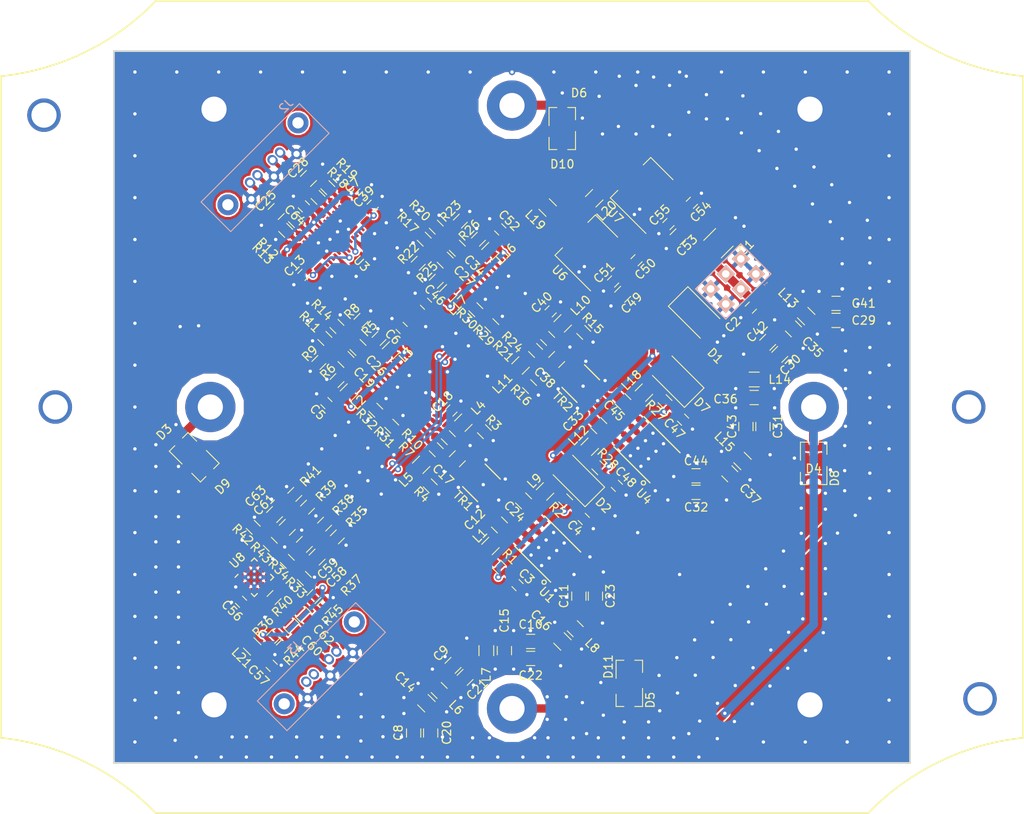
<source format=kicad_pcb>
(kicad_pcb (version 20171130) (host pcbnew "(6.0.0-rc1-dev-909-gb389236a7)")
  (title_block (title NAME) (date "%d. %m. %Y") (rev REV) (company "Orbisys www.orbisys.sk") (comment 1 VERSION) (comment 2 "Short description\\nTwo lines are maximum") (comment 3 "nickname <email@example.com>"))
  (layers (0 F.Cu signal) (31 B.Cu signal) (34 B.Paste user) (35 F.Paste user) (36 B.SilkS user) (37 F.SilkS user) (38 B.Mask user) (39 F.Mask user) (44 Edge.Cuts user))
  (net 0 "")
  (net 1 GND)
  (net 2 VCC)
  (net 3 "Net-(C3-Pad1)")
  (net 4 +5V)
  (net 5 +3V3)
  (net 6 "Net-(C14-Pad2)")
  (net 7 "Net-(C8-Pad2)")
  (net 8 "Net-(C10-Pad2)")
  (net 9 "Net-(C10-Pad1)")
  (net 10 "Net-(C11-Pad1)")
  (net 11 "Net-(C12-Pad1)")
  (net 12 "Net-(C12-Pad2)")
  (net 13 "Net-(C13-Pad2)")
  (net 14 "Net-(C14-Pad1)")
  (net 15 "Net-(C15-Pad1)")
  (net 16 "Net-(C16-Pad1)")
  (net 17 "Net-(C17-Pad1)")
  (net 18 "Net-(C17-Pad2)")
  (net 19 "Net-(C18-Pad1)")
  (net 20 "Net-(C19-Pad2)")
  (net 21 "Net-(C19-Pad1)")
  (net 22 "Net-(C20-Pad2)")
  (net 23 "Net-(C23-Pad1)")
  (net 24 "Net-(C24-Pad2)")
  (net 25 "Net-(C24-Pad1)")
  (net 26 "Net-(C25-Pad2)")
  (net 27 "Net-(C25-Pad1)")
  (net 28 "Net-(C26-Pad1)")
  (net 29 "Net-(C26-Pad2)")
  (net 30 "Net-(C27-Pad2)")
  (net 31 "Net-(C27-Pad1)")
  (net 32 "Net-(C28-Pad1)")
  (net 33 "Net-(C28-Pad2)")
  (net 34 "Net-(C29-Pad1)")
  (net 35 "Net-(C29-Pad2)")
  (net 36 "Net-(C30-Pad1)")
  (net 37 "Net-(C31-Pad1)")
  (net 38 "Net-(C32-Pad1)")
  (net 39 "Net-(C33-Pad2)")
  (net 40 "Net-(C33-Pad1)")
  (net 41 "Net-(C34-Pad1)")
  (net 42 "Net-(C35-Pad1)")
  (net 43 "Net-(C36-Pad1)")
  (net 44 "Net-(C37-Pad1)")
  (net 45 "Net-(C38-Pad2)")
  (net 46 "Net-(C38-Pad1)")
  (net 47 "Net-(C39-Pad1)")
  (net 48 "Net-(C40-Pad1)")
  (net 49 "Net-(C41-Pad2)")
  (net 50 "Net-(C44-Pad1)")
  (net 51 "Net-(C45-Pad2)")
  (net 52 "Net-(C45-Pad1)")
  (net 53 "Net-(C47-Pad2)")
  (net 54 "Net-(C49-Pad1)")
  (net 55 "Net-(C53-Pad1)")
  (net 56 "Net-(C57-Pad1)")
  (net 57 "Net-(C58-Pad1)")
  (net 58 "Net-(C58-Pad2)")
  (net 59 "Net-(C59-Pad1)")
  (net 60 "Net-(C59-Pad2)")
  (net 61 "Net-(C60-Pad1)")
  (net 62 "Net-(C60-Pad2)")
  (net 63 "Net-(C61-Pad1)")
  (net 64 "Net-(C61-Pad2)")
  (net 65 "Net-(C62-Pad2)")
  (net 66 "Net-(C62-Pad1)")
  (net 67 "Net-(C63-Pad1)")
  (net 68 "Net-(C63-Pad2)")
  (net 69 "Net-(L1-Pad1)")
  (net 70 "Net-(L4-Pad2)")
  (net 71 "Net-(L4-Pad1)")
  (net 72 "Net-(L5-Pad2)")
  (net 73 "Net-(L5-Pad1)")
  (net 74 "Net-(L9-Pad1)")
  (net 75 "Net-(L10-Pad1)")
  (net 76 "Net-(L10-Pad2)")
  (net 77 "Net-(L11-Pad2)")
  (net 78 "Net-(L11-Pad1)")
  (net 79 "Net-(L12-Pad2)")
  (net 80 "Net-(L18-Pad2)")
  (net 81 "Net-(R11-Pad1)")
  (net 82 "Net-(R12-Pad2)")
  (net 83 "Net-(R13-Pad2)")
  (net 84 "Net-(R14-Pad1)")
  (net 85 "Net-(R17-Pad1)")
  (net 86 "Net-(R18-Pad2)")
  (net 87 "Net-(R19-Pad2)")
  (net 88 "Net-(R20-Pad1)")
  (net 89 "Net-(C34-Pad2)")
  (net 90 /CLK_MIX1_N)
  (net 91 /CLK_MIX1_P)
  (net 92 /CLK_MIX2_N)
  (net 93 /CLK_MIX2_P)
  (net 94 "Net-(J3-Pad3)")
  (net 95 "Net-(J3-Pad2)")
  (net 96 "Net-(D3-Pad1)")
  (net 97 "Net-(D3-Pad2)")
  (net 98 "Net-(D4-Pad2)")
  (net 99 "Net-(D4-Pad1)")
  (net 100 "Net-(D11-Pad1)")
  (net 101 "Net-(D11-Pad2)")
  (net 102 "Net-(D10-Pad2)")
  (net 103 "Net-(D10-Pad1)")
  (module Housings_DFN_QFN:QFN-16-1EP_3x3mm_Pitch0.5mm_ThermalVias (layer F.Cu) (at 119.250365 120.336276 45)
    (fp_text reference U8 (at 0 -2.85 45) (layer F.SilkS))
    (fp_text value Si53322)
    (pad 17 thru_hole circle (at -0.5 0.5 45) (size 0.6 0.6) (drill 0.3) (layers *.Cu) (net 1 GND))
    (pad 17 thru_hole circle (at 0.5 0.5 45) (size 0.6 0.6) (drill 0.3) (layers *.Cu) (net 1 GND))
    (pad 17 thru_hole circle (at 0.5 -0.5 45) (size 0.6 0.6) (drill 0.3) (layers *.Cu) (net 1 GND))
    (pad 17 thru_hole circle (at -0.5 -0.5 45) (size 0.6 0.6) (drill 0.3) (layers *.Cu) (net 1 GND))
    (pad 17 thru_hole circle (at 0 0 45) (size 0.6 0.6) (drill 0.3) (layers *.Cu) (net 1 GND))
    (pad 17 smd rect (at -0.45 -0.45 45) (size 0.9 0.9) (layers F.Cu F.Paste F.Mask) (net 1 GND))
    (pad 17 smd rect (at -0.45 0.45 45) (size 0.9 0.9) (layers F.Cu F.Paste F.Mask) (net 1 GND))
    (pad 17 smd rect (at 0.45 -0.45 45) (size 0.9 0.9) (layers F.Cu F.Paste F.Mask) (net 1 GND))
    (pad 17 smd rect (at 0.45 0.45 45) (size 0.9 0.9) (layers F.Cu F.Paste F.Mask) (net 1 GND))
    (pad 16 smd oval (at -0.750001 -1.475 135) (size 0.75 0.3) (layers F.Cu F.Paste F.Mask))
    (pad 15 smd oval (at -0.25 -1.475 135) (size 0.75 0.3) (layers F.Cu F.Paste F.Mask))
    (pad 14 smd oval (at 0.25 -1.475 135) (size 0.75 0.3) (layers F.Cu F.Paste F.Mask))
    (pad 13 smd oval (at 0.750001 -1.475 135) (size 0.75 0.3) (layers F.Cu F.Paste F.Mask))
    (pad 12 smd oval (at 1.475 -0.750001 45) (size 0.75 0.3) (layers F.Cu F.Paste F.Mask) (net 67 "Net-(C63-Pad1)"))
    (pad 11 smd oval (at 1.475 -0.25 45) (size 0.75 0.3) (layers F.Cu F.Paste F.Mask) (net 63 "Net-(C61-Pad1)"))
    (pad 10 smd oval (at 1.475 0.25 45) (size 0.75 0.3) (layers F.Cu F.Paste F.Mask) (net 59 "Net-(C59-Pad1)"))
    (pad 9 smd oval (at 1.475 0.750001 45) (size 0.75 0.3) (layers F.Cu F.Paste F.Mask) (net 57 "Net-(C58-Pad1)"))
    (pad 8 smd oval (at 0.750001 1.475 135) (size 0.75 0.3) (layers F.Cu F.Paste F.Mask))
    (pad 7 smd oval (at 0.25 1.475 135) (size 0.75 0.3) (layers F.Cu F.Paste F.Mask) (net 65 "Net-(C62-Pad2)"))
    (pad 6 smd oval (at -0.25 1.475 135) (size 0.75 0.3) (layers F.Cu F.Paste F.Mask) (net 62 "Net-(C60-Pad2)"))
    (pad 5 smd oval (at -0.750001 1.475 135) (size 0.75 0.3) (layers F.Cu F.Paste F.Mask) (net 5 +3V3))
    (pad 4 smd oval (at -1.475 0.750001 45) (size 0.75 0.3) (layers F.Cu F.Paste F.Mask))
    (pad 3 smd oval (at -1.475 0.25 45) (size 0.75 0.3) (layers F.Cu F.Paste F.Mask))
    (pad 2 smd oval (at -1.475 -0.25 45) (size 0.75 0.3) (layers F.Cu F.Paste F.Mask))
    (pad 1 smd oval (at -1.475 -0.750001 45) (size 0.75 0.3) (layers F.Cu F.Paste F.Mask) (net 1 GND))
  )
  (module Connectors:SATA-7_THT_VERT_2 (layer B.Cu) (at 125.615532 134.760788 225)
    (fp_text reference J3 (at -3.21 5.4 225) (layer B.SilkS) (effects (justify mirror)))
    (fp_text value SATA7-67491-1030)
    (pad 1 thru_hole oval (at 0 0 225) (size 1.1 1.3) (drill 0.74) (layers *.Cu *.Mask) (net 1 GND))
    (pad 4 thru_hole oval (at -3.81 0 225) (size 1.1 1.3) (drill 0.74) (layers *.Cu *.Mask) (net 1 GND))
    (pad 7 thru_hole oval (at -7.62 0 225) (size 1.1 1.3) (drill 0.74) (layers *.Cu *.Mask) (net 1 GND))
    (pad 6 thru_hole oval (at -6.35 1.5 225) (size 1.1 1.3) (drill 0.74) (layers *.Cu *.Mask) (net 66 "Net-(C62-Pad1)"))
    (pad 5 thru_hole oval (at -5.08 1.5 225) (size 1.1 1.3) (drill 0.74) (layers *.Cu *.Mask) (net 61 "Net-(C60-Pad1)"))
    (pad 3 thru_hole oval (at -2.54 1.5 225) (size 1.1 1.3) (drill 0.74) (layers *.Cu *.Mask) (net 94 "Net-(J3-Pad3)"))
    (pad 8 thru_hole circle (at -10.37 2.5 225) (size 2.5 2.5) (drill 1.35) (layers *.Cu *.Mask))
    (pad 2 thru_hole oval (at -1.27 1.5 225) (size 1.1 1.3) (drill 0.74) (layers *.Cu *.Mask) (net 95 "Net-(J3-Pad2)"))
    (pad 9 thru_hole circle (at 2.46 1.5 225) (size 2.5 2.5) (drill 1.35) (layers *.Cu *.Mask))
  )
  (module Capacitors_SMD:C_0805 (layer F.Cu) (at 138.26212 138.92712 270)
    (fp_text reference C8 (at -0.03972 1.82572 270) (layer F.SilkS))
    (fp_text value 10pF)
    (pad 1 smd rect (at -1 0 270) (size 1 1.25) (layers F.Cu F.Paste F.Mask) (net 6 "Net-(C14-Pad2)"))
    (pad 2 smd rect (at 1 0 270) (size 1 1.25) (layers F.Cu F.Paste F.Mask) (net 7 "Net-(C8-Pad2)"))
  )
  (module Capacitors_SMD:C_0805 (layer F.Cu) (at 142.966503 130.849802 225)
    (fp_text reference C9 (at 0 2.032 225) (layer F.SilkS))
    (fp_text value 4.7pF)
    (pad 2 smd rect (at 1 0 225) (size 1 1.25) (layers F.Cu F.Paste F.Mask) (net 6 "Net-(C14-Pad2)"))
    (pad 1 smd rect (at -1 0 225) (size 1 1.25) (layers F.Cu F.Paste F.Mask) (net 8 "Net-(C10-Pad2)"))
  )
  (module Capacitors_SMD:C_0805 (layer F.Cu) (at 152.226554 127.991604 180)
    (fp_text reference C10 (at 0 2.032 180) (layer F.SilkS))
    (fp_text value 4.7pF)
    (pad 1 smd rect (at -1 0 180) (size 1 1.25) (layers F.Cu F.Paste F.Mask) (net 9 "Net-(C10-Pad1)"))
    (pad 2 smd rect (at 1 0 180) (size 1 1.25) (layers F.Cu F.Paste F.Mask) (net 8 "Net-(C10-Pad2)"))
  )
  (module Capacitors_SMD:C_0805 (layer F.Cu) (at 157.97913 122.580005 270)
    (fp_text reference C11 (at 0 1.778 270) (layer F.SilkS))
    (fp_text value 10pF)
    (pad 2 smd rect (at 1 0 270) (size 1 1.25) (layers F.Cu F.Paste F.Mask) (net 9 "Net-(C10-Pad1)"))
    (pad 1 smd rect (at -1 0 270) (size 1 1.25) (layers F.Cu F.Paste F.Mask) (net 10 "Net-(C11-Pad1)"))
  )
  (module Capacitors_SMD:C_0805 (layer F.Cu) (at 148.504802 114.083511 135)
    (fp_text reference C12 (at 2.54 -1.651 225) (layer F.SilkS))
    (fp_text value 27pF)
    (pad 2 smd rect (at 1 0 135) (size 1 1.25) (layers F.Cu F.Paste F.Mask) (net 12 "Net-(C12-Pad2)"))
    (pad 1 smd rect (at -1 0 135) (size 1 1.25) (layers F.Cu F.Paste F.Mask) (net 11 "Net-(C12-Pad1)"))
  )
  (module Capacitors_SMD:C_0805 (layer F.Cu) (at 141.31012 133.84712 135)
    (fp_text reference C14 (at 3.592102 -2.155261 135) (layer F.SilkS))
    (fp_text value 10pF)
    (pad 2 smd rect (at 1 0 135) (size 1 1.25) (layers F.Cu F.Paste F.Mask) (net 6 "Net-(C14-Pad2)"))
    (pad 1 smd rect (at -1 0 135) (size 1 1.25) (layers F.Cu F.Paste F.Mask) (net 14 "Net-(C14-Pad1)"))
  )
  (module Capacitors_SMD:C_0805 (layer F.Cu) (at 149.092931 129.092395 90)
    (fp_text reference C15 (at 3.592102 0 90) (layer F.SilkS))
    (fp_text value 8.2pF)
    (pad 2 smd rect (at 1 0 90) (size 1 1.25) (layers F.Cu F.Paste F.Mask) (net 8 "Net-(C10-Pad2)"))
    (pad 1 smd rect (at -1 0 90) (size 1 1.25) (layers F.Cu F.Paste F.Mask) (net 15 "Net-(C15-Pad1)"))
  )
  (module Capacitors_SMD:C_0805 (layer F.Cu) (at 157.544604 126.475445 135)
    (fp_text reference C16 (at 3.592102 -2.155261 135) (layer F.SilkS))
    (fp_text value 10pF)
    (pad 1 smd rect (at -1 0 135) (size 1 1.25) (layers F.Cu F.Paste F.Mask) (net 16 "Net-(C16-Pad1)"))
    (pad 2 smd rect (at 1 0 135) (size 1 1.25) (layers F.Cu F.Paste F.Mask) (net 9 "Net-(C10-Pad1)"))
  )
  (module Capacitors_SMD:C_0805 (layer F.Cu) (at 143.47586 106.180886 225)
    (fp_text reference C17 (at 2.54 -0.127 315) (layer F.SilkS))
    (fp_text value 8p2)
    (pad 2 smd rect (at 1 0 225) (size 1 1.25) (layers F.Cu F.Paste F.Mask) (net 18 "Net-(C17-Pad2)"))
    (pad 1 smd rect (at -1 0 225) (size 1 1.25) (layers F.Cu F.Paste F.Mask) (net 17 "Net-(C17-Pad1)"))
  )
  (module Capacitors_SMD:C_0805 (layer F.Cu) (at 130.185081 94.326949 315)
    (fp_text reference C19 (at 3.048 0 135) (layer F.SilkS))
    (fp_text value 100nF)
    (pad 1 smd rect (at -1 0 315) (size 1 1.25) (layers F.Cu F.Paste F.Mask) (net 21 "Net-(C19-Pad1)"))
    (pad 2 smd rect (at 1 0 315) (size 1 1.25) (layers F.Cu F.Paste F.Mask) (net 20 "Net-(C19-Pad2)"))
  )
  (module Capacitors_SMD:C_0805 (layer F.Cu) (at 140.29412 138.92712 270)
    (fp_text reference C20 (at -0.03972 -1.92078 270) (layer F.SilkS))
    (fp_text value 10pF)
    (pad 2 smd rect (at 1 0 270) (size 1 1.25) (layers F.Cu F.Paste F.Mask) (net 22 "Net-(C20-Pad2)"))
    (pad 1 smd rect (at -1 0 270) (size 1 1.25) (layers F.Cu F.Paste F.Mask) (net 14 "Net-(C14-Pad1)"))
  )
  (module Capacitors_SMD:C_0805 (layer F.Cu) (at 144.403344 132.286643 225)
    (fp_text reference C21 (at 0 -2.032 225) (layer F.SilkS))
    (fp_text value 4.7pF)
    (pad 1 smd rect (at -1 0 225) (size 1 1.25) (layers F.Cu F.Paste F.Mask) (net 15 "Net-(C15-Pad1)"))
    (pad 2 smd rect (at 1 0 225) (size 1 1.25) (layers F.Cu F.Paste F.Mask) (net 14 "Net-(C14-Pad1)"))
  )
  (module Capacitors_SMD:C_0805 (layer F.Cu) (at 152.226554 130.023604 180)
    (fp_text reference C22 (at 0 -2.032 180) (layer F.SilkS))
    (fp_text value 4.7pF)
    (pad 1 smd rect (at -1 0 180) (size 1 1.25) (layers F.Cu F.Paste F.Mask) (net 16 "Net-(C16-Pad1)"))
    (pad 2 smd rect (at 1 0 180) (size 1 1.25) (layers F.Cu F.Paste F.Mask) (net 15 "Net-(C15-Pad1)"))
  )
  (module Capacitors_SMD:C_0805 (layer F.Cu) (at 159.954786 122.580004 270)
    (fp_text reference C23 (at 0 -1.778 270) (layer F.SilkS))
    (fp_text value 10pF)
    (pad 2 smd rect (at 1 0 270) (size 1 1.25) (layers F.Cu F.Paste F.Mask) (net 16 "Net-(C16-Pad1)"))
    (pad 1 smd rect (at -1 0 270) (size 1 1.25) (layers F.Cu F.Paste F.Mask) (net 23 "Net-(C23-Pad1)"))
  )
  (module Capacitors_SMD:C_0805 (layer F.Cu) (at 151.378484 111.209831 135)
    (fp_text reference C24 (at -0.127 -1.651 135) (layer F.SilkS))
    (fp_text value 27pF)
    (pad 1 smd rect (at -1 0 135) (size 1 1.25) (layers F.Cu F.Paste F.Mask) (net 25 "Net-(C24-Pad1)"))
    (pad 2 smd rect (at 1 0 135) (size 1 1.25) (layers F.Cu F.Paste F.Mask) (net 24 "Net-(C24-Pad2)"))
  )
  (module Capacitors_SMD:C_0805 (layer F.Cu) (at 121.858158 76.650971 45)
    (fp_text reference C25 (at -0.016 -1.778 45) (layer F.SilkS))
    (fp_text value 18pF)
    (pad 1 smd rect (at -1 0 45) (size 1 1.25) (layers F.Cu F.Paste F.Mask) (net 27 "Net-(C25-Pad1)"))
    (pad 2 smd rect (at 1 0 45) (size 1 1.25) (layers F.Cu F.Paste F.Mask) (net 26 "Net-(C25-Pad2)"))
  )
  (module Capacitors_SMD:C_0805 (layer F.Cu) (at 131.621922 92.890108 315)
    (fp_text reference C26 (at 3.048 0 135) (layer F.SilkS))
    (fp_text value 100nF)
    (pad 2 smd rect (at 1 0 315) (size 1 1.25) (layers F.Cu F.Paste F.Mask) (net 29 "Net-(C26-Pad2)"))
    (pad 1 smd rect (at -1 0 315) (size 1 1.25) (layers F.Cu F.Paste F.Mask) (net 28 "Net-(C26-Pad1)"))
  )
  (module Capacitors_SMD:C_0805 (layer F.Cu) (at 125.710495 72.708446 45)
    (fp_text reference C28 (at 0 -1.778 45) (layer F.SilkS))
    (fp_text value 18pF)
    (pad 2 smd rect (at 1 0 45) (size 1 1.25) (layers F.Cu F.Paste F.Mask) (net 33 "Net-(C28-Pad2)"))
    (pad 1 smd rect (at -1 0 45) (size 1 1.25) (layers F.Cu F.Paste F.Mask) (net 32 "Net-(C28-Pad1)"))
  )
  (module Capacitors_SMD:C_0805 (layer F.Cu) (at 188.66628 89.659761)
    (fp_text reference C29 (at 3.302 0) (layer F.SilkS))
    (fp_text value 10pF)
    (pad 1 smd rect (at -1 0) (size 1 1.25) (layers F.Cu F.Paste F.Mask) (net 34 "Net-(C29-Pad1)"))
    (pad 2 smd rect (at 1 0) (size 1 1.25) (layers F.Cu F.Paste F.Mask) (net 35 "Net-(C29-Pad2)"))
  )
  (module Capacitors_SMD:C_0805 (layer F.Cu) (at 181.952315 93.713551 45)
    (fp_text reference C30 (at 0 1.778 45) (layer F.SilkS))
    (fp_text value 4.7pF)
    (pad 2 smd rect (at 1 0 45) (size 1 1.25) (layers F.Cu F.Paste F.Mask) (net 34 "Net-(C29-Pad1)"))
    (pad 1 smd rect (at -1 0 45) (size 1 1.25) (layers F.Cu F.Paste F.Mask) (net 36 "Net-(C30-Pad1)"))
  )
  (module Capacitors_SMD:C_0805 (layer F.Cu) (at 179.944819 102.333689 90)
    (fp_text reference C31 (at 0 1.778 90) (layer F.SilkS))
    (fp_text value 4.7pF)
    (pad 2 smd rect (at 1 0 90) (size 1 1.25) (layers F.Cu F.Paste F.Mask) (net 36 "Net-(C30-Pad1)"))
    (pad 1 smd rect (at -1 0 90) (size 1 1.25) (layers F.Cu F.Paste F.Mask) (net 37 "Net-(C31-Pad1)"))
  )
  (module Capacitors_SMD:C_0805 (layer F.Cu) (at 171.962136 110.192639)
    (fp_text reference C32 (at 0.016 1.778) (layer F.SilkS))
    (fp_text value 10pF)
    (pad 1 smd rect (at -1 0) (size 1 1.25) (layers F.Cu F.Paste F.Mask) (net 38 "Net-(C32-Pad1)"))
    (pad 2 smd rect (at 1 0) (size 1 1.25) (layers F.Cu F.Paste F.Mask) (net 37 "Net-(C31-Pad1)"))
  )
  (module Capacitors_SMD:C_0805 (layer F.Cu) (at 160.358739 102.229575 135)
    (fp_text reference C33 (at 2.54 -1.778 225) (layer F.SilkS))
    (fp_text value 27pF)
    (pad 1 smd rect (at -1 0 135) (size 1 1.25) (layers F.Cu F.Paste F.Mask) (net 40 "Net-(C33-Pad1)"))
    (pad 2 smd rect (at 1 0 135) (size 1 1.25) (layers F.Cu F.Paste F.Mask) (net 39 "Net-(C33-Pad2)"))
  )
  (module Capacitors_SMD:C_0805 (layer F.Cu) (at 183.58628 90.675761 315)
    (fp_text reference C35 (at 3.14309 -0.089803 315) (layer F.SilkS))
    (fp_text value 10pF)
    (pad 2 smd rect (at 1 0 315) (size 1 1.25) (layers F.Cu F.Paste F.Mask) (net 34 "Net-(C29-Pad1)"))
    (pad 1 smd rect (at -1 0 315) (size 1 1.25) (layers F.Cu F.Paste F.Mask) (net 42 "Net-(C35-Pad1)"))
  )
  (module Capacitors_SMD:C_0805 (layer F.Cu) (at 178.901393 98.870098)
    (fp_text reference C36 (at -3.412497 0.179605) (layer F.SilkS))
    (fp_text value 8.2pF)
    (pad 1 smd rect (at -1 0) (size 1 1.25) (layers F.Cu F.Paste F.Mask) (net 43 "Net-(C36-Pad1)"))
    (pad 2 smd rect (at 1 0) (size 1 1.25) (layers F.Cu F.Paste F.Mask) (net 36 "Net-(C30-Pad1)"))
  )
  (module Capacitors_SMD:C_0805 (layer F.Cu) (at 175.98731 107.973818 315)
    (fp_text reference C37 (at 3.412497 0 315) (layer F.SilkS))
    (fp_text value 10pF)
    (pad 1 smd rect (at -1 0 315) (size 1 1.25) (layers F.Cu F.Paste F.Mask) (net 44 "Net-(C37-Pad1)"))
    (pad 2 smd rect (at 1 0 315) (size 1 1.25) (layers F.Cu F.Paste F.Mask) (net 37 "Net-(C31-Pad1)"))
  )
  (module Capacitors_SMD:C_0805 (layer F.Cu) (at 155.329799 94.326948 225)
    (fp_text reference C38 (at 2.54 -0.508 315) (layer F.SilkS))
    (fp_text value 8p2)
    (pad 1 smd rect (at -1 0 225) (size 1 1.25) (layers F.Cu F.Paste F.Mask) (net 46 "Net-(C38-Pad1)"))
    (pad 2 smd rect (at 1 0 225) (size 1 1.25) (layers F.Cu F.Paste F.Mask) (net 45 "Net-(C38-Pad2)"))
  )
  (module Capacitors_SMD:C_0805 (layer F.Cu) (at 188.66628 87.627761)
    (fp_text reference C41 (at 3.302 0) (layer F.SilkS))
    (fp_text value 10pF)
    (pad 2 smd rect (at 1 0) (size 1 1.25) (layers F.Cu F.Paste F.Mask) (net 49 "Net-(C41-Pad2)"))
    (pad 1 smd rect (at -1 0) (size 1 1.25) (layers F.Cu F.Paste F.Mask) (net 42 "Net-(C35-Pad1)"))
  )
  (module Capacitors_SMD:C_0805 (layer F.Cu) (at 180.515474 92.27671 45)
    (fp_text reference C42 (at 0 -1.778 45) (layer F.SilkS))
    (fp_text value 4.7pF)
    (pad 1 smd rect (at -1 0 45) (size 1 1.25) (layers F.Cu F.Paste F.Mask) (net 43 "Net-(C36-Pad1)"))
    (pad 2 smd rect (at 1 0 45) (size 1 1.25) (layers F.Cu F.Paste F.Mask) (net 42 "Net-(C35-Pad1)"))
  )
  (module Capacitors_SMD:C_0805 (layer F.Cu) (at 177.912819 102.333689 90)
    (fp_text reference C43 (at 0 -1.651 90) (layer F.SilkS))
    (fp_text value 4.7pF)
    (pad 2 smd rect (at 1 0 90) (size 1 1.25) (layers F.Cu F.Paste F.Mask) (net 43 "Net-(C36-Pad1)"))
    (pad 1 smd rect (at -1 0 90) (size 1 1.25) (layers F.Cu F.Paste F.Mask) (net 44 "Net-(C37-Pad1)"))
  )
  (module Capacitors_SMD:C_0805 (layer F.Cu) (at 171.962134 108.216982)
    (fp_text reference C44 (at 0 -1.778) (layer F.SilkS))
    (fp_text value 10pF)
    (pad 2 smd rect (at 1 0) (size 1 1.25) (layers F.Cu F.Paste F.Mask) (net 44 "Net-(C37-Pad1)"))
    (pad 1 smd rect (at -1 0) (size 1 1.25) (layers F.Cu F.Paste F.Mask) (net 50 "Net-(C44-Pad1)"))
  )
  (module Capacitors_SMD:C_0805 (layer F.Cu) (at 163.232421 99.355893 135)
    (fp_text reference C45 (at 0 -1.5 135) (layer F.SilkS))
    (fp_text value 27pF)
    (pad 1 smd rect (at -1 0 135) (size 1 1.25) (layers F.Cu F.Paste F.Mask) (net 52 "Net-(C45-Pad1)"))
    (pad 2 smd rect (at 1 0 135) (size 1 1.25) (layers F.Cu F.Paste F.Mask) (net 51 "Net-(C45-Pad2)"))
  )
  (module Capacitors_SMD:C_0805 (layer F.Cu) (at 163.208 86.538 225)
    (fp_text reference C49 (at 0 -1.5 225) (layer F.SilkS))
    (fp_text value 10uF)
    (pad 1 smd rect (at -1 0 225) (size 1 1.25) (layers F.Cu F.Paste F.Mask) (net 54 "Net-(C49-Pad1)"))
    (pad 2 smd rect (at 1 0 225) (size 1 1.25) (layers F.Cu F.Paste F.Mask) (net 1 GND))
  )
  (module Capacitors_SMD:C_0805 (layer F.Cu) (at 169.812 79.68 225)
    (fp_text reference C53 (at 0 -1.5 225) (layer F.SilkS))
    (fp_text value 10uF)
    (pad 2 smd rect (at 1 0 225) (size 1 1.25) (layers F.Cu F.Paste F.Mask) (net 1 GND))
    (pad 1 smd rect (at -1 0 225) (size 1 1.25) (layers F.Cu F.Paste F.Mask) (net 55 "Net-(C53-Pad1)"))
  )
  (module Capacitors_SMD:C_0805 (layer F.Cu) (at 126.743366 117.923276 45)
    (fp_text reference C58 (at -0.067239 3.322241 45) (layer F.SilkS))
    (fp_text value 1nF)
    (pad 1 smd rect (at -1 0 45) (size 1 1.25) (layers F.Cu F.Paste F.Mask) (net 57 "Net-(C58-Pad1)"))
    (pad 2 smd rect (at 1 0 45) (size 1 1.25) (layers F.Cu F.Paste F.Mask) (net 58 "Net-(C58-Pad2)"))
  )
  (module Capacitors_SMD:C_0805 (layer F.Cu) (at 125.219366 116.399275 45)
    (fp_text reference C59 (at -0.067239 4.040662 45) (layer F.SilkS))
    (fp_text value 1nF)
    (pad 1 smd rect (at -1 0 45) (size 1 1.25) (layers F.Cu F.Paste F.Mask) (net 59 "Net-(C59-Pad1)"))
    (pad 2 smd rect (at 1 0 45) (size 1 1.25) (layers F.Cu F.Paste F.Mask) (net 60 "Net-(C59-Pad2)"))
  )
  (module Capacitors_SMD:C_0805 (layer F.Cu) (at 123.711 126.162 135)
    (fp_text reference C60 (at -3.342494 0.036062 135) (layer F.SilkS))
    (fp_text value 100nF)
    (pad 1 smd rect (at -1 0 135) (size 1 1.25) (layers F.Cu F.Paste F.Mask) (net 61 "Net-(C60-Pad1)"))
    (pad 2 smd rect (at 1 0 135) (size 1 1.25) (layers F.Cu F.Paste F.Mask) (net 62 "Net-(C60-Pad2)"))
  )
  (module Capacitors_SMD:C_0805 (layer F.Cu) (at 123.187366 114.367275 45)
    (fp_text reference C61 (at -0.067239 -3.861963 45) (layer F.SilkS))
    (fp_text value 1nF)
    (pad 1 smd rect (at -1 0 45) (size 1 1.25) (layers F.Cu F.Paste F.Mask) (net 63 "Net-(C61-Pad1)"))
    (pad 2 smd rect (at 1 0 45) (size 1 1.25) (layers F.Cu F.Paste F.Mask) (net 64 "Net-(C61-Pad2)"))
  )
  (module Capacitors_SMD:C_0805 (layer F.Cu) (at 125.1 124.8 135)
    (fp_text reference C62 (at -3.394113 0 135) (layer F.SilkS))
    (fp_text value 100nF)
    (pad 2 smd rect (at 1 0 135) (size 1 1.25) (layers F.Cu F.Paste F.Mask) (net 65 "Net-(C62-Pad2)"))
    (pad 1 smd rect (at -1 0 135) (size 1 1.25) (layers F.Cu F.Paste F.Mask) (net 66 "Net-(C62-Pad1)"))
  )
  (module Capacitors_SMD:C_0805 (layer F.Cu) (at 121.663366 112.843276 45)
    (fp_text reference C63 (at -0.067239 -3.143544 45) (layer F.SilkS))
    (fp_text value 1nF)
    (pad 1 smd rect (at -1 0 45) (size 1 1.25) (layers F.Cu F.Paste F.Mask) (net 67 "Net-(C63-Pad1)"))
    (pad 2 smd rect (at 1 0 45) (size 1 1.25) (layers F.Cu F.Paste F.Mask) (net 68 "Net-(C63-Pad2)"))
  )
  (module Diodes_SMD:D_SMA (layer F.Cu) (at 172.225 89.205 315)
    (fp_text reference D1 (at 4.759536 1.885854 315) (layer F.SilkS))
    (fp_text value M4)
    (pad 1 smd rect (at -2.000001 0 315) (size 2.5 1.8) (layers F.Cu F.Paste F.Mask) (net 2 VCC))
    (pad 2 smd rect (at 2.000001 0 315) (size 2.5 1.8) (layers F.Cu F.Paste F.Mask) (net 1 GND))
  )
  (module Diodes_SMD:D_SMA (layer F.Cu) (at 157.485057 108.336149 135)
    (fp_text reference D2 (at -4.826 0 135) (layer F.SilkS))
    (fp_text value M4)
    (pad 1 smd rect (at -2.000001 0 135) (size 2.5 1.8) (layers F.Cu F.Paste F.Mask) (net 3 "Net-(C3-Pad1)"))
    (pad 2 smd rect (at 2.000001 0 135) (size 2.5 1.8) (layers F.Cu F.Paste F.Mask) (net 4 +5V))
  )
  (module TO_SOT_Packages_SMD:SOT-23 (layer F.Cu) (at 110.757 104.699 135)
    (fp_text reference D3 (at 2.797314 -0.394566 -135) (layer F.SilkS))
    (fp_text value BAS70-04)
    (pad 1 smd rect (at -1 -0.95 135) (size 0.9 0.8) (layers F.Cu F.Paste F.Mask) (net 96 "Net-(D3-Pad1)"))
    (pad 2 smd rect (at -1 0.95 135) (size 0.9 0.8) (layers F.Cu F.Paste F.Mask) (net 97 "Net-(D3-Pad2)"))
    (pad 3 smd rect (at 1 0 135) (size 0.9 0.8) (layers F.Cu F.Paste F.Mask) (net 7 "Net-(C8-Pad2)"))
  )
  (module TO_SOT_Packages_SMD:SOT-23 (layer F.Cu) (at 186 104.953 90)
    (fp_text reference D4 (at -2.413 0 180) (layer F.SilkS))
    (fp_text value BAS70-04)
    (pad 3 smd rect (at 1 0 90) (size 0.9 0.8) (layers F.Cu F.Paste F.Mask) (net 22 "Net-(C20-Pad2)"))
    (pad 2 smd rect (at -1 0.95 90) (size 0.9 0.8) (layers F.Cu F.Paste F.Mask) (net 98 "Net-(D4-Pad2)"))
    (pad 1 smd rect (at -1 -0.95 90) (size 0.9 0.8) (layers F.Cu F.Paste F.Mask) (net 99 "Net-(D4-Pad1)"))
  )
  (module TO_SOT_Packages_SMD:SOT-23 (layer F.Cu) (at 156 65 90)
    (fp_text reference D6 (at 2.5 2 -180) (layer F.SilkS))
    (fp_text value BAS70-04)
    (pad 3 smd rect (at 1 0 90) (size 0.9 0.8) (layers F.Cu F.Paste F.Mask) (net 49 "Net-(C41-Pad2)"))
    (pad 2 smd rect (at -1 0.95 90) (size 0.9 0.8) (layers F.Cu F.Paste F.Mask) (net 103 "Net-(D10-Pad1)"))
    (pad 1 smd rect (at -1 -0.95 90) (size 0.9 0.8) (layers F.Cu F.Paste F.Mask) (net 102 "Net-(D10-Pad2)"))
  )
  (module Diodes_SMD:D_SMA (layer F.Cu) (at 169.338999 96.482212 135)
    (fp_text reference D7 (at -4.699 0 135) (layer F.SilkS))
    (fp_text value M4)
    (pad 1 smd rect (at -2.000001 0 135) (size 2.5 1.8) (layers F.Cu F.Paste F.Mask) (net 53 "Net-(C47-Pad2)"))
    (pad 2 smd rect (at 2.000001 0 135) (size 2.5 1.8) (layers F.Cu F.Paste F.Mask) (net 4 +5V))
  )
  (module Inductors_SMD:L_0805 (layer F.Cu) (at 147.427173 116.597982 45)
    (fp_text reference L1 (at 0 -1.778 45) (layer F.SilkS))
    (fp_text value 680nH)
    (pad 2 smd rect (at 0.949999 0 45) (size 0.7 1.3) (layers F.Cu F.Paste F.Mask) (net 11 "Net-(C12-Pad1)"))
    (pad 1 smd rect (at -0.949999 0 45) (size 0.7 1.3) (layers F.Cu F.Paste F.Mask) (net 69 "Net-(L1-Pad1)"))
  )
  (module Inductors_SMD:L_0805 (layer F.Cu) (at 130.544292 98.278262 45)
    (fp_text reference L2 (at 0 1.651 45) (layer F.SilkS))
    (fp_text value 680nH)
    (pad 2 smd rect (at 0.949999 0 45) (size 0.7 1.3) (layers F.Cu F.Paste F.Mask) (net 20 "Net-(C19-Pad2)"))
    (pad 1 smd rect (at -0.949999 0 45) (size 0.7 1.3) (layers F.Cu F.Paste F.Mask) (net 4 +5V))
  )
  (module Inductors_SMD:L_0805 (layer F.Cu) (at 135.573234 93.249319 225)
    (fp_text reference L3 (at -0.889 -1.651 225) (layer F.SilkS))
    (fp_text value 680nH)
    (pad 1 smd rect (at -0.949999 0 225) (size 0.7 1.3) (layers F.Cu F.Paste F.Mask) (net 4 +5V))
    (pad 2 smd rect (at 0.949999 0 225) (size 0.7 1.3) (layers F.Cu F.Paste F.Mask) (net 29 "Net-(C26-Pad2)"))
  )
  (module Inductors_SMD:L_0805 (layer F.Cu) (at 144.19428 101.870365 225)
    (fp_text reference L4 (at -2.54 0 225) (layer F.SilkS))
    (fp_text value 65nH)
    (pad 1 smd rect (at -0.949999 0 225) (size 0.7 1.3) (layers F.Cu F.Paste F.Mask) (net 71 "Net-(L4-Pad1)"))
    (pad 2 smd rect (at 0.949999 0 225) (size 0.7 1.3) (layers F.Cu F.Paste F.Mask) (net 70 "Net-(L4-Pad2)"))
  )
  (module Inductors_SMD:L_0805 (layer F.Cu) (at 139.165336 106.899308 45)
    (fp_text reference L5 (at -2.54 0 45) (layer F.SilkS))
    (fp_text value 65nH)
    (pad 1 smd rect (at -0.949999 0 45) (size 0.7 1.3) (layers F.Cu F.Paste F.Mask) (net 73 "Net-(L5-Pad1)"))
    (pad 2 smd rect (at 0.949999 0 45) (size 0.7 1.3) (layers F.Cu F.Paste F.Mask) (net 72 "Net-(L5-Pad2)"))
  )
  (module Inductors_SMD:L_0805 (layer F.Cu) (at 139.78612 135.37112 315)
    (fp_text reference L6 (at 2.873682 -2.155261 315) (layer F.SilkS))
    (fp_text value 10nH)
    (pad 1 smd rect (at -0.949999 0 315) (size 0.7 1.3) (layers F.Cu F.Paste F.Mask) (net 6 "Net-(C14-Pad2)"))
    (pad 2 smd rect (at 0.949999 0 315) (size 0.7 1.3) (layers F.Cu F.Paste F.Mask) (net 14 "Net-(C14-Pad1)"))
  )
  (module Inductors_SMD:L_0805 (layer F.Cu) (at 146.93767 129.092395 270)
    (fp_text reference L7 (at 2.873682 0 270) (layer F.SilkS))
    (fp_text value 10nH)
    (pad 2 smd rect (at 0.949999 0 270) (size 0.7 1.3) (layers F.Cu F.Paste F.Mask) (net 15 "Net-(C15-Pad1)"))
    (pad 1 smd rect (at -0.949999 0 270) (size 0.7 1.3) (layers F.Cu F.Paste F.Mask) (net 8 "Net-(C10-Pad2)"))
  )
  (module Inductors_SMD:L_0805 (layer F.Cu) (at 156.020604 127.999446 315)
    (fp_text reference L8 (at 2.873682 -2.155261 315) (layer F.SilkS))
    (fp_text value 10nH)
    (pad 2 smd rect (at 0.949999 0 315) (size 0.7 1.3) (layers F.Cu F.Paste F.Mask) (net 16 "Net-(C16-Pad1)"))
    (pad 1 smd rect (at -0.949999 0 315) (size 0.7 1.3) (layers F.Cu F.Paste F.Mask) (net 9 "Net-(C10-Pad1)"))
  )
  (module Inductors_SMD:L_0805 (layer F.Cu) (at 153.939625 110.085531 225)
    (fp_text reference L9 (at 0 1.778 225) (layer F.SilkS))
    (fp_text value 680nH)
    (pad 2 smd rect (at 0.949999 0 225) (size 0.7 1.3) (layers F.Cu F.Paste F.Mask) (net 25 "Net-(C24-Pad1)"))
    (pad 1 smd rect (at -0.949999 0 225) (size 0.7 1.3) (layers F.Cu F.Paste F.Mask) (net 74 "Net-(L9-Pad1)"))
  )
  (module Inductors_SMD:L_0805 (layer F.Cu) (at 156.048218 90.016425 225)
    (fp_text reference L10 (at -3.048 0 225) (layer F.SilkS))
    (fp_text value 65nH)
    (pad 2 smd rect (at 0.949999 0 225) (size 0.7 1.3) (layers F.Cu F.Paste F.Mask) (net 76 "Net-(L10-Pad2)"))
    (pad 1 smd rect (at -0.949999 0 225) (size 0.7 1.3) (layers F.Cu F.Paste F.Mask) (net 75 "Net-(L10-Pad1)"))
  )
  (module Inductors_SMD:L_0805 (layer F.Cu) (at 151.019273 95.045371 45)
    (fp_text reference L11 (at -3.048 0 45) (layer F.SilkS))
    (fp_text value 65nH)
    (pad 1 smd rect (at -0.949999 0 45) (size 0.7 1.3) (layers F.Cu F.Paste F.Mask) (net 78 "Net-(L11-Pad1)"))
    (pad 2 smd rect (at 0.949999 0 45) (size 0.7 1.3) (layers F.Cu F.Paste F.Mask) (net 77 "Net-(L11-Pad2)"))
  )
  (module Inductors_SMD:L_0805 (layer F.Cu) (at 159.281108 104.744046 225)
    (fp_text reference L12 (at 0 1.905 225) (layer F.SilkS))
    (fp_text value 680nH)
    (pad 2 smd rect (at 0.949999 0 225) (size 0.7 1.3) (layers F.Cu F.Paste F.Mask) (net 79 "Net-(L12-Pad2)"))
    (pad 1 smd rect (at -0.949999 0 225) (size 0.7 1.3) (layers F.Cu F.Paste F.Mask) (net 40 "Net-(C33-Pad1)"))
  )
  (module Inductors_SMD:L_0805 (layer F.Cu) (at 185.11028 89.15176 135)
    (fp_text reference L13 (at 3.053287 0 135) (layer F.SilkS))
    (fp_text value 10nH)
    (pad 2 smd rect (at 0.949999 0 135) (size 0.7 1.3) (layers F.Cu F.Paste F.Mask) (net 42 "Net-(C35-Pad1)"))
    (pad 1 smd rect (at -0.949999 0 135) (size 0.7 1.3) (layers F.Cu F.Paste F.Mask) (net 34 "Net-(C29-Pad1)"))
  )
  (module Inductors_SMD:L_0805 (layer F.Cu) (at 178.901392 96.714838 180)
    (fp_text reference L14 (at -3.053287 0 180) (layer F.SilkS))
    (fp_text value 10nH)
    (pad 1 smd rect (at -0.949999 0 180) (size 0.7 1.3) (layers F.Cu F.Paste F.Mask) (net 36 "Net-(C30-Pad1)"))
    (pad 2 smd rect (at 0.949999 0 180) (size 0.7 1.3) (layers F.Cu F.Paste F.Mask) (net 43 "Net-(C36-Pad1)"))
  )
  (module Inductors_SMD:L_0805 (layer F.Cu) (at 177.511313 106.449819 135)
    (fp_text reference L15 (at 3.14309 0.089803 135) (layer F.SilkS))
    (fp_text value 10nH)
    (pad 2 smd rect (at 0.949999 0 135) (size 0.7 1.3) (layers F.Cu F.Paste F.Mask) (net 44 "Net-(C37-Pad1)"))
    (pad 1 smd rect (at -0.949999 0 135) (size 0.7 1.3) (layers F.Cu F.Paste F.Mask) (net 37 "Net-(C31-Pad1)"))
  )
  (module Inductors_SMD:L_0805 (layer F.Cu) (at 147.427172 81.395378 45)
    (fp_text reference L16 (at 1.143 1.524 45) (layer F.SilkS))
    (fp_text value 680nH)
    (pad 1 smd rect (at -0.949999 0 45) (size 0.7 1.3) (layers F.Cu F.Paste F.Mask) (net 89 "Net-(C34-Pad2)"))
    (pad 2 smd rect (at 0.949999 0 45) (size 0.7 1.3) (layers F.Cu F.Paste F.Mask) (net 4 +5V))
  )
  (module Inductors_SMD:L_0805 (layer F.Cu) (at 142.398228 86.424324 225)
    (fp_text reference L17 (at 0.254 -1.778 225) (layer F.SilkS))
    (fp_text value 680nH)
    (pad 2 smd rect (at 0.949999 0 225) (size 0.7 1.3) (layers F.Cu F.Paste F.Mask) (net 4 +5V))
    (pad 1 smd rect (at -0.949999 0 225) (size 0.7 1.3) (layers F.Cu F.Paste F.Mask) (net 30 "Net-(C27-Pad2)"))
  )
  (module Inductors_SMD:L_0805 (layer F.Cu) (at 165.746894 98.278262 45)
    (fp_text reference L18 (at 0 -2.1 45) (layer F.SilkS))
    (fp_text value 680nH)
    (pad 1 smd rect (at -0.949999 0 45) (size 0.7 1.3) (layers F.Cu F.Paste F.Mask) (net 52 "Net-(C45-Pad1)"))
    (pad 2 smd rect (at 0.949999 0 45) (size 0.7 1.3) (layers F.Cu F.Paste F.Mask) (net 80 "Net-(L18-Pad2)"))
  )
  (module Inductors_SMD:L_0805 (layer F.Cu) (at 154.253151 76.186151 135)
    (fp_text reference L19 (at 0 -2.1 135) (layer F.SilkS))
    (fp_text value BLM21PG300SN1D)
    (pad 2 smd rect (at 0.949999 0 135) (size 0.7 1.3) (layers F.Cu F.Paste F.Mask) (net 5 +3V3))
    (pad 1 smd rect (at -0.949999 0 135) (size 0.7 1.3) (layers F.Cu F.Paste F.Mask) (net 54 "Net-(C49-Pad1)"))
  )
  (module Inductors_SMD:L_0805 (layer F.Cu) (at 159.815751 75.071249 225)
    (fp_text reference L20 (at 0 -2.1 225) (layer F.SilkS))
    (fp_text value BLM21PG300SN1D)
    (pad 1 smd rect (at -0.949999 0 225) (size 0.7 1.3) (layers F.Cu F.Paste F.Mask) (net 55 "Net-(C53-Pad1)"))
    (pad 2 smd rect (at 0.949999 0 225) (size 0.7 1.3) (layers F.Cu F.Paste F.Mask) (net 4 +5V))
  )
  (module Inductors_SMD:L_0805 (layer F.Cu) (at 119.000649 128.589049 315)
    (fp_text reference L21 (at 0.074534 1.849249 315) (layer F.SilkS))
    (fp_text value BLM21PG300SN1D)
    (pad 1 smd rect (at -0.949999 0 315) (size 0.7 1.3) (layers F.Cu F.Paste F.Mask) (net 5 +3V3))
    (pad 2 smd rect (at 0.949999 0 315) (size 0.7 1.3) (layers F.Cu F.Paste F.Mask) (net 56 "Net-(C57-Pad1)"))
  )
  (module TO_SOT_Packages_SMD:SOT-223-3_TabPin2 (layer F.Cu) (at 158.89 80.823 135)
    (fp_text reference U6 (at 0 -4.5 135) (layer F.SilkS))
    (fp_text value LM1117MP-3,3/NO)
    (pad 2 smd rect (at 3.149999 0 135) (size 2 3.8) (layers F.Cu F.Paste F.Mask) (net 54 "Net-(C49-Pad1)"))
    (pad 2 smd rect (at -3.149999 0 135) (size 2 1.5) (layers F.Cu F.Paste F.Mask) (net 54 "Net-(C49-Pad1)"))
    (pad 3 smd rect (at -3.15 2.3 135) (size 2 1.5) (layers F.Cu F.Paste F.Mask) (net 4 +5V))
    (pad 1 smd rect (at -3.15 -2.3 135) (size 2 1.5) (layers F.Cu F.Paste F.Mask) (net 1 GND))
  )
  (module TO_SOT_Packages_SMD:SOT-223-3_TabPin2 (layer F.Cu) (at 165.494 73.965 135)
    (fp_text reference U7 (at 0 -4.5 135) (layer F.SilkS))
    (fp_text value NCP1117ST50)
    (pad 1 smd rect (at -3.15 -2.3 135) (size 2 1.5) (layers F.Cu F.Paste F.Mask) (net 1 GND))
    (pad 3 smd rect (at -3.15 2.3 135) (size 2 1.5) (layers F.Cu F.Paste F.Mask) (net 2 VCC))
    (pad 2 smd rect (at -3.149999 0 135) (size 2 1.5) (layers F.Cu F.Paste F.Mask) (net 55 "Net-(C53-Pad1)"))
    (pad 2 smd rect (at 3.149999 0 135) (size 2 3.8) (layers F.Cu F.Paste F.Mask) (net 55 "Net-(C53-Pad1)"))
  )
  (module kicad-libraries-master:TSSOP14 (layer F.Cu) (at 137.369286 98.637472 45)
    (fp_text reference U2)
    (fp_text value AD8343)
    (pad 14 smd rect (at -1.94818 -2.79908 45) (size 0.29972 1.5494) (layers F.Cu F.Paste F.Mask) (net 1 GND))
    (pad 13 smd rect (at -1.29794 -2.79908 45) (size 0.29972 1.5494) (layers F.Cu F.Paste F.Mask) (net 20 "Net-(C19-Pad2)"))
    (pad 12 smd rect (at -0.647701 -2.79908 45) (size 0.29972 1.5494) (layers F.Cu F.Paste F.Mask) (net 29 "Net-(C26-Pad2)"))
    (pad 11 smd rect (at 0 -2.799079 45) (size 0.29972 1.5494) (layers F.Cu F.Paste F.Mask) (net 1 GND))
    (pad 10 smd rect (at 0.647701 -2.79908 45) (size 0.29972 1.5494) (layers F.Cu F.Paste F.Mask) (net 91 /CLK_MIX1_P))
    (pad 9 smd rect (at 1.29794 -2.79908 45) (size 0.29972 1.5494) (layers F.Cu F.Paste F.Mask) (net 90 /CLK_MIX1_N))
    (pad 8 smd rect (at 1.94818 -2.79908 45) (size 0.29972 1.5494) (layers F.Cu F.Paste F.Mask) (net 1 GND))
    (pad 7 smd rect (at 1.94818 2.79908 225) (size 0.29972 1.5494) (layers F.Cu F.Paste F.Mask) (net 1 GND))
    (pad 6 smd rect (at 1.29794 2.79908 225) (size 0.29972 1.5494) (layers F.Cu F.Paste F.Mask) (net 1 GND))
    (pad 5 smd rect (at 0.647701 2.79908 225) (size 0.29972 1.5494) (layers F.Cu F.Paste F.Mask) (net 4 +5V))
    (pad 4 smd rect (at 0 2.799079 225) (size 0.29972 1.5494) (layers F.Cu F.Paste F.Mask) (net 19 "Net-(C18-Pad1)"))
    (pad 3 smd rect (at -0.647701 2.79908 225) (size 0.29972 1.5494) (layers F.Cu F.Paste F.Mask) (net 70 "Net-(L4-Pad2)"))
    (pad 2 smd rect (at -1.29794 2.79908 225) (size 0.29972 1.5494) (layers F.Cu F.Paste F.Mask) (net 72 "Net-(L5-Pad2)"))
    (pad 1 smd rect (at -1.94818 2.79908 225) (size 0.29972 1.5494) (layers F.Cu F.Paste F.Mask) (net 1 GND))
  )
  (module maxrez:AT1521 (layer F.Cu) (at 146.349542 109.054569 225)
    (fp_text reference TR1 (at 3.048 0 315) (layer F.SilkS))
    (fp_text value 4:1)
    (pad 4 smd rect (at 1.27 1.651 225) (size 0.76 1.65) (layers F.Cu F.Paste F.Mask) (net 18 "Net-(C17-Pad2)"))
    (pad 5 smd rect (at -1.27 1.651 225) (size 0.76 1.65) (layers F.Cu F.Paste F.Mask) (net 17 "Net-(C17-Pad1)"))
    (pad 3 smd rect (at 1.27 -1.651 225) (size 0.76 1.65) (layers F.Cu F.Paste F.Mask) (net 12 "Net-(C12-Pad2)"))
    (pad 1 smd rect (at -1.27 -1.651 225) (size 0.76 1.65) (layers F.Cu F.Paste F.Mask) (net 24 "Net-(C24-Pad2)"))
    (pad 2 smd rect (at 0 -1.651 225) (size 0.76 1.65) (layers F.Cu F.Paste F.Mask) (net 1 GND))
  )
  (module maxrez:AT1521 (layer F.Cu) (at 158.203481 97.20063 225)
    (fp_text reference TR2 (at 3.048 0 315) (layer F.SilkS))
    (fp_text value 4:1)
    (pad 2 smd rect (at 0 -1.651 225) (size 0.76 1.65) (layers F.Cu F.Paste F.Mask) (net 1 GND))
    (pad 1 smd rect (at -1.27 -1.651 225) (size 0.76 1.65) (layers F.Cu F.Paste F.Mask) (net 51 "Net-(C45-Pad2)"))
    (pad 3 smd rect (at 1.27 -1.651 225) (size 0.76 1.65) (layers F.Cu F.Paste F.Mask) (net 39 "Net-(C33-Pad2)"))
    (pad 5 smd rect (at -1.27 1.651 225) (size 0.76 1.65) (layers F.Cu F.Paste F.Mask) (net 46 "Net-(C38-Pad1)"))
    (pad 4 smd rect (at 1.27 1.651 225) (size 0.76 1.65) (layers F.Cu F.Paste F.Mask) (net 45 "Net-(C38-Pad2)"))
  )
  (module Resistors_SMD:R_0603 (layer F.Cu) (at 148.504802 119.112456 135)
    (fp_text reference R1 (at 0 1.778 135) (layer F.SilkS))
    (fp_text value 0)
    (pad 2 smd rect (at 0.75 0 135) (size 0.5 0.9) (layers F.Cu F.Paste F.Mask) (net 69 "Net-(L1-Pad1)"))
    (pad 1 smd rect (at -0.75 0 135) (size 0.5 0.9) (layers F.Cu F.Paste F.Mask) (net 3 "Net-(C3-Pad1)"))
  )
  (module Resistors_SMD:R_0603 (layer F.Cu) (at 156.407429 111.209832 315)
    (fp_text reference R2 (at 0 1.524 315) (layer F.SilkS))
    (fp_text value 0)
    (pad 1 smd rect (at -0.75 0 315) (size 0.5 0.9) (layers F.Cu F.Paste F.Mask) (net 74 "Net-(L9-Pad1)"))
    (pad 2 smd rect (at 0.75 0 315) (size 0.5 0.9) (layers F.Cu F.Paste F.Mask) (net 3 "Net-(C3-Pad1)"))
  )
  (module Resistors_SMD:R_0603 (layer F.Cu) (at 146.708752 102.947993 135)
    (fp_text reference R3 (at 0 1.524 135) (layer F.SilkS))
    (fp_text value 68)
    (pad 1 smd rect (at -0.75 0 135) (size 0.5 0.9) (layers F.Cu F.Paste F.Mask) (net 1 GND))
    (pad 2 smd rect (at 0.75 0 135) (size 0.5 0.9) (layers F.Cu F.Paste F.Mask) (net 71 "Net-(L4-Pad1)"))
  )
  (module Resistors_SMD:R_0603 (layer F.Cu) (at 140.242968 109.413779 135)
    (fp_text reference R4 (at 0 -1.45 135) (layer F.SilkS))
    (fp_text value 68)
    (pad 2 smd rect (at 0.75 0 135) (size 0.5 0.9) (layers F.Cu F.Paste F.Mask) (net 73 "Net-(L5-Pad1)"))
    (pad 1 smd rect (at -0.75 0 135) (size 0.5 0.9) (layers F.Cu F.Paste F.Mask) (net 1 GND))
  )
  (module Resistors_SMD:R_0603 (layer F.Cu) (at 134.136393 91.812477 225)
    (fp_text reference R5 (at 0 1.651 225) (layer F.SilkS))
    (fp_text value 47)
    (pad 1 smd rect (at -0.75 0 225) (size 0.5 0.9) (layers F.Cu F.Paste F.Mask) (net 1 GND))
    (pad 2 smd rect (at 0.75 0 225) (size 0.5 0.9) (layers F.Cu F.Paste F.Mask) (net 29 "Net-(C26-Pad2)"))
  )
  (module Resistors_SMD:R_0603 (layer F.Cu) (at 129.107451 96.841421 225)
    (fp_text reference R6 (at 0 1.524 225) (layer F.SilkS))
    (fp_text value 47)
    (pad 2 smd rect (at 0.75 0 225) (size 0.5 0.9) (layers F.Cu F.Paste F.Mask) (net 1 GND))
    (pad 1 smd rect (at -0.75 0 225) (size 0.5 0.9) (layers F.Cu F.Paste F.Mask) (net 20 "Net-(C19-Pad2)"))
  )
  (module Resistors_SMD:R_0603 (layer F.Cu) (at 140.961388 105.103256 315)
    (fp_text reference R7 (at -2.54 2.54 315) (layer F.SilkS))
    (fp_text value 14)
    (pad 2 smd rect (at 0.75 0 315) (size 0.5 0.9) (layers F.Cu F.Paste F.Mask) (net 18 "Net-(C17-Pad2)"))
    (pad 1 smd rect (at -0.75 0 315) (size 0.5 0.9) (layers F.Cu F.Paste F.Mask) (net 72 "Net-(L5-Pad2)"))
  )
  (module Resistors_SMD:R_0603 (layer F.Cu) (at 131.981133 89.657215 225)
    (fp_text reference R8 (at 0 1.524 225) (layer F.SilkS))
    (fp_text value 47)
    (pad 2 smd rect (at 0.75 0 225) (size 0.5 0.9) (layers F.Cu F.Paste F.Mask) (net 28 "Net-(C26-Pad1)"))
    (pad 1 smd rect (at -0.75 0 225) (size 0.5 0.9) (layers F.Cu F.Paste F.Mask) (net 1 GND))
  )
  (module Resistors_SMD:R_0603 (layer F.Cu) (at 126.952188 94.686159 225)
    (fp_text reference R9 (at 0 1.524 225) (layer F.SilkS))
    (fp_text value 47)
    (pad 1 smd rect (at -0.75 0 225) (size 0.5 0.9) (layers F.Cu F.Paste F.Mask) (net 21 "Net-(C19-Pad1)"))
    (pad 2 smd rect (at 0.75 0 225) (size 0.5 0.9) (layers F.Cu F.Paste F.Mask) (net 1 GND))
  )
  (module Resistors_SMD:R_0603 (layer F.Cu) (at 142.398229 103.666415 315)
    (fp_text reference R10 (at -2.921 3.175 315) (layer F.SilkS))
    (fp_text value 14)
    (pad 1 smd rect (at -0.75 0 315) (size 0.5 0.9) (layers F.Cu F.Paste F.Mask) (net 70 "Net-(L4-Pad2)"))
    (pad 2 smd rect (at 0.75 0 315) (size 0.5 0.9) (layers F.Cu F.Paste F.Mask) (net 17 "Net-(C17-Pad1)"))
  )
  (module Resistors_SMD:R_0603 (layer F.Cu) (at 127.67061 91.812478 315)
    (fp_text reference R11 (at -2.667 -0.127 135) (layer F.SilkS))
    (fp_text value R)
    (pad 2 smd rect (at 0.75 0 315) (size 0.5 0.9) (layers F.Cu F.Paste F.Mask) (net 21 "Net-(C19-Pad1)"))
    (pad 1 smd rect (at -0.75 0 315) (size 0.5 0.9) (layers F.Cu F.Paste F.Mask) (net 81 "Net-(R11-Pad1)"))
  )
  (module Resistors_SMD:R_0603 (layer F.Cu) (at 122.993663 78.909617 315)
    (fp_text reference R12 (at 0 3.048 315) (layer F.SilkS))
    (fp_text value 47)
    (pad 1 smd rect (at -0.75 0 315) (size 0.5 0.9) (layers F.Cu F.Paste F.Mask) (net 27 "Net-(C25-Pad1)"))
    (pad 2 smd rect (at 0.75 0 315) (size 0.5 0.9) (layers F.Cu F.Paste F.Mask) (net 82 "Net-(R12-Pad2)"))
  )
  (module Resistors_SMD:R_0603 (layer F.Cu) (at 124.161097 77.742183 315)
    (fp_text reference R13 (at 0.012973 5.55582 315) (layer F.SilkS))
    (fp_text value 47)
    (pad 2 smd rect (at 0.75 0 315) (size 0.5 0.9) (layers F.Cu F.Paste F.Mask) (net 83 "Net-(R13-Pad2)"))
    (pad 1 smd rect (at -0.75 0 315) (size 0.5 0.9) (layers F.Cu F.Paste F.Mask) (net 26 "Net-(C25-Pad2)"))
  )
  (module Resistors_SMD:R_0603 (layer F.Cu) (at 129.107451 90.375637 315)
    (fp_text reference R14 (at -2.667 -0.127 135) (layer F.SilkS))
    (fp_text value R)
    (pad 1 smd rect (at -0.75 0 315) (size 0.5 0.9) (layers F.Cu F.Paste F.Mask) (net 84 "Net-(R14-Pad1)"))
    (pad 2 smd rect (at 0.75 0 315) (size 0.5 0.9) (layers F.Cu F.Paste F.Mask) (net 28 "Net-(C26-Pad1)"))
  )
  (module Resistors_SMD:R_0603 (layer F.Cu) (at 158.562689 91.094057 135)
    (fp_text reference R15 (at 0 1.524 135) (layer F.SilkS))
    (fp_text value 68)
    (pad 2 smd rect (at 0.75 0 135) (size 0.5 0.9) (layers F.Cu F.Paste F.Mask) (net 75 "Net-(L10-Pad1)"))
    (pad 1 smd rect (at -0.75 0 135) (size 0.5 0.9) (layers F.Cu F.Paste F.Mask) (net 1 GND))
  )
  (module Resistors_SMD:R_0603 (layer F.Cu) (at 152.096904 97.559841 135)
    (fp_text reference R16 (at 0 -1.45 135) (layer F.SilkS))
    (fp_text value 68)
    (pad 1 smd rect (at -0.75 0 135) (size 0.5 0.9) (layers F.Cu F.Paste F.Mask) (net 1 GND))
    (pad 2 smd rect (at 0.75 0 135) (size 0.5 0.9) (layers F.Cu F.Paste F.Mask) (net 78 "Net-(L11-Pad1)"))
  )
  (module Resistors_SMD:R_0603 (layer F.Cu) (at 139.524546 79.95854 315)
    (fp_text reference R17 (at -2.794 0 135) (layer F.SilkS))
    (fp_text value R)
    (pad 1 smd rect (at -0.75 0 315) (size 0.5 0.9) (layers F.Cu F.Paste F.Mask) (net 85 "Net-(R17-Pad1)"))
    (pad 2 smd rect (at 0.75 0 315) (size 0.5 0.9) (layers F.Cu F.Paste F.Mask) (net 31 "Net-(C27-Pad1)"))
  )
  (module Resistors_SMD:R_0603 (layer F.Cu) (at 126.855174 74.976265 315)
    (fp_text reference R18 (at 0 -3.302 315) (layer F.SilkS))
    (fp_text value 47)
    (pad 2 smd rect (at 0.75 0 315) (size 0.5 0.9) (layers F.Cu F.Paste F.Mask) (net 86 "Net-(R18-Pad2)"))
    (pad 1 smd rect (at -0.75 0 315) (size 0.5 0.9) (layers F.Cu F.Paste F.Mask) (net 32 "Net-(C28-Pad1)"))
  )
  (module Resistors_SMD:R_0603 (layer F.Cu) (at 128.022607 73.80883 315)
    (fp_text reference R19 (at 0 -3.175 315) (layer F.SilkS))
    (fp_text value 47)
    (pad 1 smd rect (at -0.75 0 315) (size 0.5 0.9) (layers F.Cu F.Paste F.Mask) (net 33 "Net-(C28-Pad2)"))
    (pad 2 smd rect (at 0.75 0 315) (size 0.5 0.9) (layers F.Cu F.Paste F.Mask) (net 87 "Net-(R19-Pad2)"))
  )
  (module Resistors_SMD:R_0603 (layer F.Cu) (at 140.961389 78.521699 315)
    (fp_text reference R20 (at -2.794 0 135) (layer F.SilkS))
    (fp_text value R)
    (pad 2 smd rect (at 0.75 0 315) (size 0.5 0.9) (layers F.Cu F.Paste F.Mask) (net 41 "Net-(C34-Pad1)"))
    (pad 1 smd rect (at -0.75 0 315) (size 0.5 0.9) (layers F.Cu F.Paste F.Mask) (net 88 "Net-(R20-Pad1)"))
  )
  (module Resistors_SMD:R_0603 (layer F.Cu) (at 152.815326 93.249318 315)
    (fp_text reference R21 (at -2.667 2.794 315) (layer F.SilkS))
    (fp_text value 14)
    (pad 1 smd rect (at -0.75 0 315) (size 0.5 0.9) (layers F.Cu F.Paste F.Mask) (net 77 "Net-(L11-Pad2)"))
    (pad 2 smd rect (at 0.75 0 315) (size 0.5 0.9) (layers F.Cu F.Paste F.Mask) (net 45 "Net-(C38-Pad2)"))
  )
  (module Resistors_SMD:R_0603 (layer F.Cu) (at 138.806125 82.832221 225)
    (fp_text reference R22 (at 0 1.651 225) (layer F.SilkS))
    (fp_text value 47)
    (pad 1 smd rect (at -0.75 0 225) (size 0.5 0.9) (layers F.Cu F.Paste F.Mask) (net 31 "Net-(C27-Pad1)"))
    (pad 2 smd rect (at 0.75 0 225) (size 0.5 0.9) (layers F.Cu F.Paste F.Mask) (net 1 GND))
  )
  (module Resistors_SMD:R_0603 (layer F.Cu) (at 143.835071 77.80328 225)
    (fp_text reference R23 (at 0 1.651 225) (layer F.SilkS))
    (fp_text value 47)
    (pad 2 smd rect (at 0.75 0 225) (size 0.5 0.9) (layers F.Cu F.Paste F.Mask) (net 41 "Net-(C34-Pad1)"))
    (pad 1 smd rect (at -0.75 0 225) (size 0.5 0.9) (layers F.Cu F.Paste F.Mask) (net 1 GND))
  )
  (module Resistors_SMD:R_0603 (layer F.Cu) (at 154.252169 91.812476 315)
    (fp_text reference R24 (at -2.667 3.302 315) (layer F.SilkS))
    (fp_text value 14)
    (pad 1 smd rect (at -0.75 0 315) (size 0.5 0.9) (layers F.Cu F.Paste F.Mask) (net 76 "Net-(L10-Pad2)"))
    (pad 2 smd rect (at 0.75 0 315) (size 0.5 0.9) (layers F.Cu F.Paste F.Mask) (net 46 "Net-(C38-Pad1)"))
  )
  (module Resistors_SMD:R_0603 (layer F.Cu) (at 140.961387 84.987483 225)
    (fp_text reference R25 (at 0 1.524 225) (layer F.SilkS))
    (fp_text value 47)
    (pad 1 smd rect (at -0.75 0 225) (size 0.5 0.9) (layers F.Cu F.Paste F.Mask) (net 30 "Net-(C27-Pad2)"))
    (pad 2 smd rect (at 0.75 0 225) (size 0.5 0.9) (layers F.Cu F.Paste F.Mask) (net 1 GND))
  )
  (module Resistors_SMD:R_0603 (layer F.Cu) (at 145.990331 79.958537 225)
    (fp_text reference R26 (at 0 1.524 225) (layer F.SilkS))
    (fp_text value 47)
    (pad 1 smd rect (at -0.75 0 225) (size 0.5 0.9) (layers F.Cu F.Paste F.Mask) (net 1 GND))
    (pad 2 smd rect (at 0.75 0 225) (size 0.5 0.9) (layers F.Cu F.Paste F.Mask) (net 89 "Net-(C34-Pad2)"))
  )
  (module Resistors_SMD:R_0603 (layer F.Cu) (at 168.261367 99.355892 315)
    (fp_text reference R27 (at 0 1.524 315) (layer F.SilkS))
    (fp_text value 0)
    (pad 2 smd rect (at 0.75 0 315) (size 0.5 0.9) (layers F.Cu F.Paste F.Mask) (net 53 "Net-(C47-Pad2)"))
    (pad 1 smd rect (at -0.75 0 315) (size 0.5 0.9) (layers F.Cu F.Paste F.Mask) (net 80 "Net-(L18-Pad2)"))
  )
  (module Resistors_SMD:R_0603 (layer F.Cu) (at 160.358741 107.25852 135)
    (fp_text reference R28 (at 0 1.524 135) (layer F.SilkS))
    (fp_text value 0)
    (pad 1 smd rect (at -0.75 0 135) (size 0.5 0.9) (layers F.Cu F.Paste F.Mask) (net 53 "Net-(C47-Pad2)"))
    (pad 2 smd rect (at 0.75 0 135) (size 0.5 0.9) (layers F.Cu F.Paste F.Mask) (net 79 "Net-(L12-Pad2)"))
  )
  (module Resistors_SMD:R_0603 (layer F.Cu) (at 147.587 90.2845 315)
    (fp_text reference R29 (at 0.131 1.524 315) (layer F.SilkS))
    (fp_text value 47)
    (pad 2 smd rect (at 0.75 0 315) (size 0.5 0.9) (layers F.Cu F.Paste F.Mask) (net 1 GND))
    (pad 1 smd rect (at -0.75 0 315) (size 0.5 0.9) (layers F.Cu F.Paste F.Mask) (net 92 /CLK_MIX2_N))
  )
  (module Resistors_SMD:R_0603 (layer F.Cu) (at 145.682 88.3795 135)
    (fp_text reference R30 (at 0 -1.53 135) (layer F.SilkS))
    (fp_text value 47)
    (pad 1 smd rect (at -0.75 0 135) (size 0.5 0.9) (layers F.Cu F.Paste F.Mask) (net 93 /CLK_MIX2_P))
    (pad 2 smd rect (at 0.75 0 135) (size 0.5 0.9) (layers F.Cu F.Paste F.Mask) (net 1 GND))
  )
  (module Resistors_SMD:R_0603 (layer F.Cu) (at 135.649 102.286 315)
    (fp_text reference R31 (at 0.314309 1.571545 315) (layer F.SilkS))
    (fp_text value 47)
    (pad 1 smd rect (at -0.75 0 315) (size 0.5 0.9) (layers F.Cu F.Paste F.Mask) (net 90 /CLK_MIX1_N))
    (pad 2 smd rect (at 0.75 0 315) (size 0.5 0.9) (layers F.Cu F.Paste F.Mask) (net 1 GND))
  )
  (module Resistors_SMD:R_0603 (layer F.Cu) (at 133.744 100.381 135)
    (fp_text reference R32 (at 0 -1.524 135) (layer F.SilkS))
    (fp_text value 47)
    (pad 2 smd rect (at 0.75 0 135) (size 0.5 0.9) (layers F.Cu F.Paste F.Mask) (net 1 GND))
    (pad 1 smd rect (at -0.75 0 135) (size 0.5 0.9) (layers F.Cu F.Paste F.Mask) (net 91 /CLK_MIX1_P))
  )
  (module Resistors_SMD:R_0603 (layer F.Cu) (at 125.219366 120.463276 135)
    (fp_text reference R33 (at -0.089349 -1.50408 135) (layer F.SilkS))
    (fp_text value 200)
    (pad 1 smd rect (at -0.75 0 135) (size 0.5 0.9) (layers F.Cu F.Paste F.Mask) (net 1 GND))
    (pad 2 smd rect (at 0.75 0 135) (size 0.5 0.9) (layers F.Cu F.Paste F.Mask) (net 57 "Net-(C58-Pad1)"))
  )
  (module Resistors_SMD:R_0603 (layer F.Cu) (at 123.187366 118.431275 315)
    (fp_text reference R34 (at -0.000453 1.414278 315) (layer F.SilkS))
    (fp_text value 200)
    (pad 1 smd rect (at -0.75 0 315) (size 0.5 0.9) (layers F.Cu F.Paste F.Mask) (net 1 GND))
    (pad 2 smd rect (at 0.75 0 315) (size 0.5 0.9) (layers F.Cu F.Paste F.Mask) (net 59 "Net-(C59-Pad1)"))
  )
  (module Resistors_SMD:R_0603 (layer F.Cu) (at 129.156366 115.510276 225)
    (fp_text reference R35 (at -3.322695 0.089803 225) (layer F.SilkS))
    (fp_text value 390)
    (pad 2 smd rect (at 0.75 0 225) (size 0.5 0.9) (layers F.Cu F.Paste F.Mask) (net 58 "Net-(C58-Pad2)"))
    (pad 1 smd rect (at -0.75 0 225) (size 0.5 0.9) (layers F.Cu F.Paste F.Mask) (net 92 /CLK_MIX2_N))
  )
  (module Resistors_SMD:R_0603 (layer F.Cu) (at 121.552 127.3812 225)
    (fp_text reference R36 (at 0.050063 1.720532 45) (layer F.SilkS))
    (fp_text value 127)
    (pad 1 smd rect (at -0.75 0 225) (size 0.5 0.9) (layers F.Cu F.Paste F.Mask) (net 61 "Net-(C60-Pad1)"))
    (pad 2 smd rect (at 0.75 0 225) (size 0.5 0.9) (layers F.Cu F.Paste F.Mask) (net 56 "Net-(C57-Pad1)"))
  )
  (module Resistors_SMD:R_0603 (layer F.Cu) (at 126.35567 122.62833 45)
    (fp_text reference R37 (at 4.126576 2.227104 45) (layer F.SilkS))
    (fp_text value 127)
    (pad 1 smd rect (at -0.75 0 45) (size 0.5 0.9) (layers F.Cu F.Paste F.Mask) (net 66 "Net-(C62-Pad1)"))
    (pad 2 smd rect (at 0.75 0 45) (size 0.5 0.9) (layers F.Cu F.Paste F.Mask) (net 56 "Net-(C57-Pad1)"))
  )
  (module Resistors_SMD:R_0603 (layer F.Cu) (at 127.632365 113.986276 225)
    (fp_text reference R38 (at -3.187991 0.044901 225) (layer F.SilkS))
    (fp_text value 390)
    (pad 1 smd rect (at -0.75 0 225) (size 0.5 0.9) (layers F.Cu F.Paste F.Mask) (net 93 /CLK_MIX2_P))
    (pad 2 smd rect (at 0.75 0 225) (size 0.5 0.9) (layers F.Cu F.Paste F.Mask) (net 60 "Net-(C59-Pad2)"))
  )
  (module Resistors_SMD:R_0603 (layer F.Cu) (at 125.600365 111.954276 225)
    (fp_text reference R39 (at -2.968088 -0.215073 225) (layer F.SilkS))
    (fp_text value 390)
    (pad 1 smd rect (at -0.75 0 225) (size 0.5 0.9) (layers F.Cu F.Paste F.Mask) (net 90 /CLK_MIX1_N))
    (pad 2 smd rect (at 0.75 0 225) (size 0.5 0.9) (layers F.Cu F.Paste F.Mask) (net 64 "Net-(C61-Pad2)"))
  )
  (module Resistors_SMD:R_0603 (layer F.Cu) (at 121.599866 122.749275 225)
    (fp_text reference R40 (at 0 -1.45 225) (layer F.SilkS))
    (fp_text value 100)
    (pad 1 smd rect (at -0.75 0 225) (size 0.5 0.9) (layers F.Cu F.Paste F.Mask) (net 65 "Net-(C62-Pad2)"))
    (pad 2 smd rect (at 0.75 0 225) (size 0.5 0.9) (layers F.Cu F.Paste F.Mask) (net 62 "Net-(C60-Pad2)"))
  )
  (module Resistors_SMD:R_0603 (layer F.Cu) (at 124.076366 110.430276 225)
    (fp_text reference R41 (at -2.896246 0.21598 225) (layer F.SilkS))
    (fp_text value 390)
    (pad 2 smd rect (at 0.75 0 225) (size 0.5 0.9) (layers F.Cu F.Paste F.Mask) (net 68 "Net-(C63-Pad2)"))
    (pad 1 smd rect (at -0.75 0 225) (size 0.5 0.9) (layers F.Cu F.Paste F.Mask) (net 91 /CLK_MIX1_P))
  )
  (module Resistors_SMD:R_0603 (layer F.Cu) (at 119.123366 114.367275 135)
    (fp_text reference R42 (at 0.269861 -1.50408 135) (layer F.SilkS))
    (fp_text value 200)
    (pad 2 smd rect (at 0.75 0 135) (size 0.5 0.9) (layers F.Cu F.Paste F.Mask) (net 1 GND))
    (pad 1 smd rect (at -0.75 0 135) (size 0.5 0.9) (layers F.Cu F.Paste F.Mask) (net 67 "Net-(C63-Pad1)"))
  )
  (module Resistors_SMD:R_0603 (layer F.Cu) (at 121.155366 116.399275 315)
    (fp_text reference R43 (at -0.090256 1.50408 315) (layer F.SilkS))
    (fp_text value 200)
    (pad 1 smd rect (at -0.75 0 315) (size 0.5 0.9) (layers F.Cu F.Paste F.Mask) (net 63 "Net-(C61-Pad1)"))
    (pad 2 smd rect (at 0.75 0 315) (size 0.5 0.9) (layers F.Cu F.Paste F.Mask) (net 1 GND))
  )
  (module Resistors_SMD:R_0603 (layer F.Cu) (at 122.7204 128.5496 45)
    (fp_text reference R44 (at 0.162069 1.647559 45) (layer F.SilkS))
    (fp_text value 83)
    (pad 2 smd rect (at 0.75 0 45) (size 0.5 0.9) (layers F.Cu F.Paste F.Mask) (net 61 "Net-(C60-Pad1)"))
    (pad 1 smd rect (at -0.75 0 45) (size 0.5 0.9) (layers F.Cu F.Paste F.Mask) (net 1 GND))
  )
  (module Resistors_SMD:R_0603 (layer F.Cu) (at 127.574379 123.843956 225)
    (fp_text reference R45 (at 0 -1.45 225) (layer F.SilkS))
    (fp_text value 83)
    (pad 2 smd rect (at 0.75 0 225) (size 0.5 0.9) (layers F.Cu F.Paste F.Mask) (net 66 "Net-(C62-Pad1)"))
    (pad 1 smd rect (at -0.75 0 225) (size 0.5 0.9) (layers F.Cu F.Paste F.Mask) (net 1 GND))
  )
  (module maxrez:UFF_QFN34 (layer F.Cu) (at 128.705105 79.556195 135)
    (fp_text reference U3 (at -4.699 0 135) (layer F.SilkS))
    (fp_text value LT6604-10)
    (pad 35 smd roundrect (at 0 1.904999 135) (size 2.64 1.85) (layers F.Cu F.Paste F.Mask) (roundrect_rratio 0.1) (net 1 GND))
    (pad 35 smd roundrect (at 0 -1.904999 135) (size 2.64 1.85) (layers F.Cu F.Paste F.Mask) (roundrect_rratio 0.1) (net 1 GND))
    (pad 31 smd rect (at 0.75 -3.35 225) (size 0.6 0.3) (layers F.Cu F.Paste F.Mask) (net 1 GND))
    (pad 34 smd rect (at -0.75 -3.35 225) (size 0.6 0.3) (layers F.Cu F.Paste F.Mask) (net 13 "Net-(C13-Pad2)"))
    (pad 32 smd rect (at 0.25 -3.35 225) (size 0.6 0.3) (layers F.Cu F.Paste F.Mask) (net 1 GND))
    (pad 33 smd rect (at -0.25 -3.35 225) (size 0.6 0.3) (layers F.Cu F.Paste F.Mask))
    (pad 17 smd rect (at 0.75 3.35 225) (size 0.6 0.3) (layers F.Cu F.Paste F.Mask) (net 5 +3V3))
    (pad 14 smd rect (at -0.75 3.35 225) (size 0.6 0.3) (layers F.Cu F.Paste F.Mask) (net 47 "Net-(C39-Pad1)"))
    (pad 16 smd rect (at 0.25 3.35 225) (size 0.6 0.3) (layers F.Cu F.Paste F.Mask))
    (pad 15 smd rect (at -0.25 3.35 225) (size 0.6 0.3) (layers F.Cu F.Paste F.Mask))
    (pad 18 smd rect (at 1.85 3 135) (size 0.6 0.3) (layers F.Cu F.Paste F.Mask))
    (pad 19 smd rect (at 1.85 2.499999 135) (size 0.6 0.3) (layers F.Cu F.Paste F.Mask) (net 87 "Net-(R19-Pad2)"))
    (pad 20 smd rect (at 1.85 2 135) (size 0.6 0.3) (layers F.Cu F.Paste F.Mask))
    (pad 21 smd rect (at 1.85 1.5 135) (size 0.6 0.3) (layers F.Cu F.Paste F.Mask) (net 86 "Net-(R18-Pad2)"))
    (pad 22 smd rect (at 1.85 1 135) (size 0.6 0.3) (layers F.Cu F.Paste F.Mask))
    (pad 30 smd rect (at 1.85 -3 135) (size 0.6 0.3) (layers F.Cu F.Paste F.Mask))
    (pad 29 smd rect (at 1.85 -2.499999 135) (size 0.6 0.3) (layers F.Cu F.Paste F.Mask) (net 82 "Net-(R12-Pad2)"))
    (pad 28 smd rect (at 1.85 -2 135) (size 0.6 0.3) (layers F.Cu F.Paste F.Mask))
    (pad 27 smd rect (at 1.85 -1.5 135) (size 0.6 0.3) (layers F.Cu F.Paste F.Mask) (net 83 "Net-(R13-Pad2)"))
    (pad 26 smd rect (at 1.85 -1 135) (size 0.6 0.3) (layers F.Cu F.Paste F.Mask))
    (pad 13 smd rect (at -1.85 3 135) (size 0.6 0.3) (layers F.Cu F.Paste F.Mask))
    (pad 12 smd rect (at -1.85 2.499999 135) (size 0.6 0.3) (layers F.Cu F.Paste F.Mask) (net 88 "Net-(R20-Pad1)"))
    (pad 11 smd rect (at -1.85 2 135) (size 0.6 0.3) (layers F.Cu F.Paste F.Mask))
    (pad 10 smd rect (at -1.85 1.5 135) (size 0.6 0.3) (layers F.Cu F.Paste F.Mask) (net 85 "Net-(R17-Pad1)"))
    (pad 9 smd rect (at -1.85 1 135) (size 0.6 0.3) (layers F.Cu F.Paste F.Mask))
    (pad 1 smd rect (at -1.85 -3 135) (size 0.6 0.3) (layers F.Cu F.Paste F.Mask))
    (pad 2 smd rect (at -1.85 -2.499999 135) (size 0.6 0.3) (layers F.Cu F.Paste F.Mask) (net 81 "Net-(R11-Pad1)"))
    (pad 3 smd rect (at -1.85 -2 135) (size 0.6 0.3) (layers F.Cu F.Paste F.Mask))
    (pad 4 smd rect (at -1.85 -1.5 135) (size 0.6 0.3) (layers F.Cu F.Paste F.Mask) (net 84 "Net-(R14-Pad1)"))
    (pad 25 smd rect (at 1.5 -0.5 135) (size 1.3 0.3) (layers F.Cu F.Paste F.Mask) (net 5 +3V3))
    (pad 23 smd rect (at 1.5 0.5 135) (size 1.3 0.3) (layers F.Cu F.Paste F.Mask))
    (pad 24 smd rect (at 1.5 0 135) (size 1.3 0.3) (layers F.Cu F.Paste F.Mask) (net 1 GND))
    (pad 8 smd rect (at -1.5 0.5 135) (size 1.3 0.3) (layers F.Cu F.Paste F.Mask) (net 47 "Net-(C39-Pad1)"))
    (pad 6 smd rect (at -1.5 -0.5 135) (size 1.3 0.3) (layers F.Cu F.Paste F.Mask) (net 13 "Net-(C13-Pad2)"))
    (pad 5 smd rect (at -1.85 -1 135) (size 0.6 0.3) (layers F.Cu F.Paste F.Mask))
    (pad 35 smd rect (at 0 0 135) (size 1.45 2) (layers F.Cu F.Paste F.Mask) (net 1 GND))
    (pad 7 smd rect (at -1.5 0 135) (size 1.3 0.3) (layers F.Cu F.Paste F.Mask) (net 1 GND))
  )
  (module maxrez:DL1020 (layer F.Cu) (at 154.252166 116.957193 45)
    (fp_text reference U1 (at -3.937 3.81 -225) (layer F.SilkS))
    (fp_text value MPGA-105+)
    (pad 0 smd rect (at 0 0 45) (size 4.9 2.8) (layers F.Cu F.Paste F.Mask) (net 1 GND))
    (pad 1 smd rect (at -1.905 2.794 45) (size 0.76 1.27) (layers F.Cu F.Paste F.Mask) (net 10 "Net-(C11-Pad1)"))
    (pad 2 smd rect (at -0.635 2.794 45) (size 0.76 1.27) (layers F.Cu F.Paste F.Mask) (net 1 GND))
    (pad 3 smd rect (at 0.635 2.794 45) (size 0.76 1.27) (layers F.Cu F.Paste F.Mask) (net 1 GND))
    (pad 4 smd rect (at 1.905 2.794 45) (size 0.76 1.27) (layers F.Cu F.Paste F.Mask) (net 23 "Net-(C23-Pad1)"))
    (pad 8 smd rect (at -1.905 -2.794 45) (size 0.76 1.27) (layers F.Cu F.Paste F.Mask) (net 11 "Net-(C12-Pad1)"))
    (pad 7 smd rect (at -0.635 -2.794 45) (size 0.76 1.27) (layers F.Cu F.Paste F.Mask) (net 1 GND))
    (pad 6 smd rect (at 0.635 -2.794 45) (size 0.76 1.27) (layers F.Cu F.Paste F.Mask) (net 1 GND))
    (pad 5 smd rect (at 1.905 -2.794 45) (size 0.76 1.27) (layers F.Cu F.Paste F.Mask) (net 25 "Net-(C24-Pad1)"))
  )
  (module maxrez:DL1020 (layer F.Cu) (at 166.106104 105.103257 45)
    (fp_text reference U4 (at -4.191 3.683 -225) (layer F.SilkS))
    (fp_text value MPGA-105+)
    (pad 5 smd rect (at 1.905 -2.794 45) (size 0.76 1.27) (layers F.Cu F.Paste F.Mask) (net 52 "Net-(C45-Pad1)"))
    (pad 6 smd rect (at 0.635 -2.794 45) (size 0.76 1.27) (layers F.Cu F.Paste F.Mask) (net 1 GND))
    (pad 7 smd rect (at -0.635 -2.794 45) (size 0.76 1.27) (layers F.Cu F.Paste F.Mask) (net 1 GND))
    (pad 8 smd rect (at -1.905 -2.794 45) (size 0.76 1.27) (layers F.Cu F.Paste F.Mask) (net 40 "Net-(C33-Pad1)"))
    (pad 4 smd rect (at 1.905 2.794 45) (size 0.76 1.27) (layers F.Cu F.Paste F.Mask) (net 50 "Net-(C44-Pad1)"))
    (pad 3 smd rect (at 0.635 2.794 45) (size 0.76 1.27) (layers F.Cu F.Paste F.Mask) (net 1 GND))
    (pad 2 smd rect (at -0.635 2.794 45) (size 0.76 1.27) (layers F.Cu F.Paste F.Mask) (net 1 GND))
    (pad 1 smd rect (at -1.905 2.794 45) (size 0.76 1.27) (layers F.Cu F.Paste F.Mask) (net 38 "Net-(C32-Pad1)"))
    (pad 0 smd rect (at 0 0 45) (size 4.9 2.8) (layers F.Cu F.Paste F.Mask) (net 1 GND))
  )
  (module Mlab_Pin_Headers:Straight_2x03 (layer B.Cu) (at 176.406974 85.004974 135)
    (fp_text reference J1 hide)
    (fp_text value +9V hide)
    (fp_text user 1 (at -2.921 2.54 135) (layer B.SilkS) (effects (font (size 0.5 0.5) (thickness 0.05)) (justify mirror)))
    (pad 1 thru_hole rect (at -1.27 2.54 135) (size 1.524 1.524) (drill 0.889) (layers *.Cu *.Mask B.SilkS) (net 1 GND))
    (pad 2 thru_hole rect (at 1.27 2.54 135) (size 1.524 1.524) (drill 0.889) (layers *.Cu *.Mask B.SilkS) (net 1 GND))
    (pad 3 thru_hole rect (at -1.270001 0 135) (size 1.524 1.524) (drill 0.889) (layers *.Cu *.Mask B.SilkS) (net 2 VCC))
    (pad 4 thru_hole rect (at 1.270001 0 135) (size 1.524 1.524) (drill 0.889) (layers *.Cu *.Mask B.SilkS) (net 2 VCC))
    (pad 5 thru_hole rect (at -1.27 -2.54 135) (size 1.524 1.524) (drill 0.889) (layers *.Cu *.Mask B.SilkS) (net 1 GND))
    (pad 6 thru_hole rect (at 1.27 -2.54 135) (size 1.524 1.524) (drill 0.889) (layers *.Cu *.Mask B.SilkS) (net 1 GND))
  )
  (module Connectors:SATA-7_THT_VERT_2 (layer B.Cu) (at 118.8977 75.1715 225)
    (fp_text reference J2 (at -10.795 4.953 225) (layer B.SilkS) (effects (justify mirror)))
    (fp_text value SATA7-67491-1030)
    (pad 9 thru_hole circle (at 2.46 1.5 225) (size 2.5 2.5) (drill 1.35) (layers *.Cu *.Mask))
    (pad 2 thru_hole oval (at -1.27 1.5 225) (size 1.1 1.3) (drill 0.74) (layers *.Cu *.Mask) (net 27 "Net-(C25-Pad1)"))
    (pad 8 thru_hole circle (at -10.37 2.5 225) (size 2.5 2.5) (drill 1.35) (layers *.Cu *.Mask))
    (pad 3 thru_hole oval (at -2.54 1.5 225) (size 1.1 1.3) (drill 0.74) (layers *.Cu *.Mask) (net 26 "Net-(C25-Pad2)"))
    (pad 5 thru_hole oval (at -5.08 1.5 225) (size 1.1 1.3) (drill 0.74) (layers *.Cu *.Mask) (net 32 "Net-(C28-Pad1)"))
    (pad 6 thru_hole oval (at -6.35 1.5 225) (size 1.1 1.3) (drill 0.74) (layers *.Cu *.Mask) (net 33 "Net-(C28-Pad2)"))
    (pad 7 thru_hole oval (at -7.62 0 225) (size 1.1 1.3) (drill 0.74) (layers *.Cu *.Mask) (net 1 GND))
    (pad 4 thru_hole oval (at -3.81 0 225) (size 1.1 1.3) (drill 0.74) (layers *.Cu *.Mask) (net 1 GND))
    (pad 1 thru_hole oval (at 0 0 225) (size 1.1 1.3) (drill 0.74) (layers *.Cu *.Mask) (net 1 GND))
  )
  (module Mlab_Mechanical:MountingHole_3mm (layer F.Cu) (at 114.44 64.44)
    (fp_text reference M1 hide)
    (fp_text value HOLE hide)
    (pad 1 thru_hole circle (at 0 0) (size 6 6) (drill 3) (layers *.Cu *.Mask) (net 1 GND) (clearance 1))
  )
  (module Mlab_Mechanical:MountingHole_3mm (layer F.Cu) (at 185.56 135.56)
    (fp_text reference M2 hide)
    (fp_text value HOLE hide)
    (pad 1 thru_hole circle (at 0 0) (size 6 6) (drill 3) (layers *.Cu *.Mask) (net 1 GND) (clearance 1))
  )
  (module Mlab_Mechanical:MountingHole_3mm (layer F.Cu) (at 185.56 64.44)
    (fp_text reference M3 hide)
    (fp_text value HOLE hide)
    (pad 1 thru_hole circle (at 0 0) (size 6 6) (drill 3) (layers *.Cu *.Mask) (net 1 GND) (clearance 1))
  )
  (module kicad-libraries-master:TSSOP14 (layer F.Cu) (at 149.223222 86.783534 45)
    (fp_text reference U5)
    (fp_text value AD8343)
    (pad 14 smd rect (at -1.94818 -2.79908 45) (size 0.29972 1.5494) (layers F.Cu F.Paste F.Mask) (net 1 GND))
    (pad 13 smd rect (at -1.29794 -2.79908 45) (size 0.29972 1.5494) (layers F.Cu F.Paste F.Mask) (net 30 "Net-(C27-Pad2)"))
    (pad 12 smd rect (at -0.647701 -2.79908 45) (size 0.29972 1.5494) (layers F.Cu F.Paste F.Mask) (net 89 "Net-(C34-Pad2)"))
    (pad 11 smd rect (at 0 -2.799079 45) (size 0.29972 1.5494) (layers F.Cu F.Paste F.Mask) (net 1 GND))
    (pad 10 smd rect (at 0.647701 -2.79908 45) (size 0.29972 1.5494) (layers F.Cu F.Paste F.Mask) (net 93 /CLK_MIX2_P))
    (pad 9 smd rect (at 1.29794 -2.79908 45) (size 0.29972 1.5494) (layers F.Cu F.Paste F.Mask) (net 92 /CLK_MIX2_N))
    (pad 8 smd rect (at 1.94818 -2.79908 45) (size 0.29972 1.5494) (layers F.Cu F.Paste F.Mask) (net 1 GND))
    (pad 7 smd rect (at 1.94818 2.79908 225) (size 0.29972 1.5494) (layers F.Cu F.Paste F.Mask) (net 1 GND))
    (pad 6 smd rect (at 1.29794 2.79908 225) (size 0.29972 1.5494) (layers F.Cu F.Paste F.Mask) (net 1 GND))
    (pad 5 smd rect (at 0.647701 2.79908 225) (size 0.29972 1.5494) (layers F.Cu F.Paste F.Mask) (net 4 +5V))
    (pad 4 smd rect (at 0 2.799079 225) (size 0.29972 1.5494) (layers F.Cu F.Paste F.Mask) (net 48 "Net-(C40-Pad1)"))
    (pad 3 smd rect (at -0.647701 2.79908 225) (size 0.29972 1.5494) (layers F.Cu F.Paste F.Mask) (net 76 "Net-(L10-Pad2)"))
    (pad 2 smd rect (at -1.29794 2.79908 225) (size 0.29972 1.5494) (layers F.Cu F.Paste F.Mask) (net 77 "Net-(L11-Pad2)"))
    (pad 1 smd rect (at -1.94818 2.79908 225) (size 0.29972 1.5494) (layers F.Cu F.Paste F.Mask) (net 1 GND))
  )
  (module Capacitors_SMD:C_0805 (layer F.Cu) (at 142.027704 82.461698 315)
    (fp_text reference C27 (at 2.937 -0.254 135) (layer F.SilkS))
    (fp_text value 100nF)
    (pad 2 smd rect (at 1 0 315) (size 1 1.25) (layers F.Cu F.Paste F.Mask) (net 30 "Net-(C27-Pad2)"))
    (pad 1 smd rect (at -1 0 315) (size 1 1.25) (layers F.Cu F.Paste F.Mask) (net 31 "Net-(C27-Pad1)"))
  )
  (module Capacitors_SMD:C_0805 (layer F.Cu) (at 143.47586 81.036169 315)
    (fp_text reference C34 (at 2.921 0 135) (layer F.SilkS))
    (fp_text value 100nF)
    (pad 1 smd rect (at -1 0 315) (size 1 1.25) (layers F.Cu F.Paste F.Mask) (net 41 "Net-(C34-Pad1)"))
    (pad 2 smd rect (at 1 0 315) (size 1 1.25) (layers F.Cu F.Paste F.Mask) (net 89 "Net-(C34-Pad2)"))
  )
  (module Mlab_Mechanical:MountingHole_3mm (layer F.Cu) (at 114 100)
    (fp_text reference M5 hide)
    (fp_text value HOLE hide)
    (pad 1 thru_hole circle (at 0 0) (size 6 6) (drill 3) (layers *.Cu *.Mask) (net 7 "Net-(C8-Pad2)") (clearance 1))
  )
  (module Mlab_Mechanical:MountingHole_3mm (layer F.Cu) (at 186 100)
    (fp_text reference M6 hide)
    (fp_text value HOLE hide)
    (pad 1 thru_hole circle (at 0 0) (size 6 6) (drill 3) (layers *.Cu *.Mask) (net 22 "Net-(C20-Pad2)") (clearance 1))
  )
  (module Mlab_Mechanical:MountingHole_3mm (layer F.Cu) (at 150 136)
    (fp_text reference M7 hide)
    (fp_text value HOLE hide)
    (pad 1 thru_hole circle (at 0 0) (size 6 6) (drill 3) (layers *.Cu *.Mask) (net 35 "Net-(C29-Pad2)") (clearance 1))
  )
  (module Mlab_Mechanical:MountingHole_3mm (layer F.Cu) (at 150 64)
    (fp_text reference M8 hide)
    (fp_text value HOLE hide)
    (pad 1 thru_hole circle (at 0 0) (size 6 6) (drill 3) (layers *.Cu *.Mask) (net 49 "Net-(C41-Pad2)") (clearance 1))
  )
  (module Capacitors_SMD:C_1210_HandSoldering (layer F.Cu) (at 174.638 80.442 45)
    (fp_text reference C1 (at 1.975656 2.694077 45) (layer F.SilkS))
    (fp_text value 10uF/16V)
    (pad 2 smd rect (at 2.000001 0 45) (size 2 2.5) (layers F.Cu F.Paste F.Mask) (net 1 GND))
    (pad 1 smd rect (at -2.000001 0 45) (size 2 2.5) (layers F.Cu F.Paste F.Mask) (net 2 VCC))
  )
  (module Capacitors_SMD:C_0603 (layer F.Cu) (at 178.4988 88.1382 225)
    (fp_text reference C2 (at 2.963485 0.089803 225) (layer F.SilkS))
    (fp_text value 100nF)
    (pad 2 smd rect (at 0.75 0 225) (size 0.8 0.75) (layers F.Cu F.Paste F.Mask) (net 1 GND))
    (pad 1 smd rect (at -0.75 0 225) (size 0.8 0.75) (layers F.Cu F.Paste F.Mask) (net 2 VCC))
  )
  (module Capacitors_SMD:C_0603 (layer F.Cu) (at 164.859 82.474 225)
    (fp_text reference C50 (at 0 -1.5 225) (layer F.SilkS))
    (fp_text value 100nF)
    (pad 1 smd rect (at -0.75 0 225) (size 0.8 0.75) (layers F.Cu F.Paste F.Mask) (net 1 GND))
    (pad 2 smd rect (at 0.75 0 225) (size 0.8 0.75) (layers F.Cu F.Paste F.Mask) (net 4 +5V))
  )
  (module Capacitors_SMD:C_0603 (layer F.Cu) (at 162.065 85.014 45)
    (fp_text reference C51 (at 0 -1.5 45) (layer F.SilkS))
    (fp_text value 100nF)
    (pad 2 smd rect (at 0.75 0 45) (size 0.8 0.75) (layers F.Cu F.Paste F.Mask) (net 54 "Net-(C49-Pad1)"))
    (pad 1 smd rect (at -0.75 0 45) (size 0.8 0.75) (layers F.Cu F.Paste F.Mask) (net 1 GND))
  )
  (module Capacitors_SMD:C_0603 (layer F.Cu) (at 171.463 75.616 225)
    (fp_text reference C54 (at 0 -1.5 225) (layer F.SilkS))
    (fp_text value 100nF)
    (pad 1 smd rect (at -0.75 0 225) (size 0.8 0.75) (layers F.Cu F.Paste F.Mask) (net 1 GND))
    (pad 2 smd rect (at 0.75 0 225) (size 0.8 0.75) (layers F.Cu F.Paste F.Mask) (net 2 VCC))
  )
  (module Capacitors_SMD:C_0603 (layer F.Cu) (at 168.669 78.156 45)
    (fp_text reference C55 (at 0 -1.5 45) (layer F.SilkS))
    (fp_text value 100nF)
    (pad 1 smd rect (at -0.75 0 45) (size 0.8 0.75) (layers F.Cu F.Paste F.Mask) (net 1 GND))
    (pad 2 smd rect (at 0.75 0 45) (size 0.8 0.75) (layers F.Cu F.Paste F.Mask) (net 55 "Net-(C53-Pad1)"))
  )
  (module Capacitors_SMD:C_0603 (layer F.Cu) (at 150.660065 121.267718 315)
    (fp_text reference C3 (at 0 -1.5 315) (layer F.SilkS))
    (fp_text value 10nF)
    (pad 1 smd rect (at -0.75 0 315) (size 0.8 0.75) (layers F.Cu F.Paste F.Mask) (net 3 "Net-(C3-Pad1)"))
    (pad 2 smd rect (at 0.75 0 315) (size 0.8 0.75) (layers F.Cu F.Paste F.Mask) (net 1 GND))
  )
  (module Capacitors_SMD:C_0603 (layer F.Cu) (at 158.562689 113.365092 135)
    (fp_text reference C4 (at 0 -1.5 135) (layer F.SilkS))
    (fp_text value 10nF)
    (pad 2 smd rect (at 0.75 0 135) (size 0.8 0.75) (layers F.Cu F.Paste F.Mask) (net 3 "Net-(C3-Pad1)"))
    (pad 1 smd rect (at -0.75 0 135) (size 0.8 0.75) (layers F.Cu F.Paste F.Mask) (net 1 GND))
  )
  (module Capacitors_SMD:C_0603 (layer F.Cu) (at 127.850213 99.535498 135)
    (fp_text reference C5 (at 0 -1.5 135) (layer F.SilkS))
    (fp_text value 100nF)
    (pad 2 smd rect (at 0.75 0 135) (size 0.8 0.75) (layers F.Cu F.Paste F.Mask) (net 1 GND))
    (pad 1 smd rect (at -0.75 0 135) (size 0.8 0.75) (layers F.Cu F.Paste F.Mask) (net 4 +5V))
  )
  (module Capacitors_SMD:C_0603 (layer F.Cu) (at 136.830468 90.555242 135)
    (fp_text reference C6 (at 0 -1.5 135) (layer F.SilkS))
    (fp_text value 100nF)
    (pad 1 smd rect (at -0.75 0 135) (size 0.8 0.75) (layers F.Cu F.Paste F.Mask) (net 4 +5V))
    (pad 2 smd rect (at 0.75 0 135) (size 0.8 0.75) (layers F.Cu F.Paste F.Mask) (net 1 GND))
  )
  (module Capacitors_SMD:C_0603 (layer F.Cu) (at 132.0278 74.617055 45)
    (fp_text reference C7 (at 0 -1.5 45) (layer F.SilkS))
    (fp_text value 100nF)
    (pad 1 smd rect (at -0.75 0 45) (size 0.8 0.75) (layers F.Cu F.Paste F.Mask) (net 5 +3V3))
    (pad 2 smd rect (at 0.75 0 45) (size 0.8 0.75) (layers F.Cu F.Paste F.Mask) (net 1 GND))
  )
  (module Capacitors_SMD:C_0603 (layer F.Cu) (at 125.113004 84.225929 45)
    (fp_text reference C13 (at 0 -1.5 45) (layer F.SilkS))
    (fp_text value 10nF)
    (pad 1 smd rect (at -0.75 0 45) (size 0.8 0.75) (layers F.Cu F.Paste F.Mask) (net 1 GND))
    (pad 2 smd rect (at 0.75 0 45) (size 0.8 0.75) (layers F.Cu F.Paste F.Mask) (net 13 "Net-(C13-Pad2)"))
  )
  (module Capacitors_SMD:C_0603 (layer F.Cu) (at 142.768753 100.422209 45)
    (fp_text reference C18 (at 0 -1.5 45) (layer F.SilkS))
    (fp_text value 10nF)
    (pad 1 smd rect (at -0.75 0 45) (size 0.8 0.75) (layers F.Cu F.Paste F.Mask) (net 19 "Net-(C18-Pad1)"))
    (pad 2 smd rect (at 0.75 0 45) (size 0.8 0.75) (layers F.Cu F.Paste F.Mask) (net 1 GND))
  )
  (module Capacitors_SMD:C_0603 (layer F.Cu) (at 133.374839 75.964094 45)
    (fp_text reference C39 (at 0 -1.5 45) (layer F.SilkS))
    (fp_text value 10nF)
    (pad 2 smd rect (at 0.75 0 45) (size 0.8 0.75) (layers F.Cu F.Paste F.Mask) (net 1 GND))
    (pad 1 smd rect (at -0.75 0 45) (size 0.8 0.75) (layers F.Cu F.Paste F.Mask) (net 47 "Net-(C39-Pad1)"))
  )
  (module Capacitors_SMD:C_0603 (layer F.Cu) (at 125.162892 76.040314 135)
    (fp_text reference C64 (at 0 -1.5 135) (layer F.SilkS))
    (fp_text value 100nF)
    (pad 2 smd rect (at 0.75 0 135) (size 0.8 0.75) (layers F.Cu F.Paste F.Mask) (net 1 GND))
    (pad 1 smd rect (at -0.75 0 135) (size 0.8 0.75) (layers F.Cu F.Paste F.Mask) (net 5 +3V3))
  )
  (module Capacitors_SMD:C_0603 (layer F.Cu) (at 154.611377 88.579584 45)
    (fp_text reference C40 (at 0 -1.5 45) (layer F.SilkS))
    (fp_text value 10n)
    (pad 1 smd rect (at -0.75 0 45) (size 0.8 0.75) (layers F.Cu F.Paste F.Mask) (net 48 "Net-(C40-Pad1)"))
    (pad 2 smd rect (at 0.75 0 45) (size 0.8 0.75) (layers F.Cu F.Paste F.Mask) (net 1 GND))
  )
  (module Capacitors_SMD:C_0603 (layer F.Cu) (at 139.737848 87.669745 315)
    (fp_text reference C46 (at 0 -1.5 315) (layer F.SilkS))
    (fp_text value 100nF)
    (pad 2 smd rect (at 0.75 0 315) (size 0.8 0.75) (layers F.Cu F.Paste F.Mask) (net 4 +5V))
    (pad 1 smd rect (at -0.75 0 315) (size 0.8 0.75) (layers F.Cu F.Paste F.Mask) (net 1 GND))
  )
  (module Capacitors_SMD:C_0603 (layer F.Cu) (at 170.416628 101.511155 135)
    (fp_text reference C47 (at 0 -1.5 135) (layer F.SilkS))
    (fp_text value 10nF)
    (pad 1 smd rect (at -0.75 0 135) (size 0.8 0.75) (layers F.Cu F.Paste F.Mask) (net 1 GND))
    (pad 2 smd rect (at 0.75 0 135) (size 0.8 0.75) (layers F.Cu F.Paste F.Mask) (net 53 "Net-(C47-Pad2)"))
  )
  (module Capacitors_SMD:C_0603 (layer F.Cu) (at 162.514001 109.413779 315)
    (fp_text reference C48 (at 0 -1.5 315) (layer F.SilkS))
    (fp_text value 10nF)
    (pad 2 smd rect (at 0.75 0 315) (size 0.8 0.75) (layers F.Cu F.Paste F.Mask) (net 1 GND))
    (pad 1 smd rect (at -0.75 0 315) (size 0.8 0.75) (layers F.Cu F.Paste F.Mask) (net 53 "Net-(C47-Pad2)"))
  )
  (module Capacitors_SMD:C_0603 (layer F.Cu) (at 148.594604 78.791106 315)
    (fp_text reference C52 (at 0 -1.5 315) (layer F.SilkS))
    (fp_text value 100nF)
    (pad 1 smd rect (at -0.75 0 315) (size 0.8 0.75) (layers F.Cu F.Paste F.Mask) (net 1 GND))
    (pad 2 smd rect (at 0.75 0 315) (size 0.8 0.75) (layers F.Cu F.Paste F.Mask) (net 4 +5V))
  )
  (module Capacitors_SMD:C_0603 (layer F.Cu) (at 117.662865 123.257276 135)
    (fp_text reference C56 (at 0 -1.5 135) (layer F.SilkS))
    (fp_text value 10nF)
    (pad 1 smd rect (at -0.75 0 135) (size 0.8 0.75) (layers F.Cu F.Paste F.Mask) (net 5 +3V3))
    (pad 2 smd rect (at 0.75 0 135) (size 0.8 0.75) (layers F.Cu F.Paste F.Mask) (net 1 GND))
  )
  (module Capacitors_SMD:C_0603 (layer F.Cu) (at 121.32033 130.90873 315)
    (fp_text reference C57 (at -0.320416 1.92109 315) (layer F.SilkS))
    (fp_text value 100nF)
    (pad 2 smd rect (at 0.75 0 315) (size 0.8 0.75) (layers F.Cu F.Paste F.Mask) (net 1 GND))
    (pad 1 smd rect (at -0.75 0 315) (size 0.8 0.75) (layers F.Cu F.Paste F.Mask) (net 56 "Net-(C57-Pad1)"))
  )
  (module TO_SOT_Packages_SMD:SOT-23 (layer F.Cu) (at 164 135 270)
    (fp_text reference D5 (at 0 -2.5 270) (layer F.SilkS))
    (fp_text value BAS70-04)
    (pad 3 smd rect (at 1 0 270) (size 0.9 0.8) (layers F.Cu F.Paste F.Mask) (net 35 "Net-(C29-Pad2)"))
    (pad 2 smd rect (at -1 0.95 270) (size 0.9 0.8) (layers F.Cu F.Paste F.Mask) (net 100 "Net-(D11-Pad1)"))
    (pad 1 smd rect (at -1 -0.95 270) (size 0.9 0.8) (layers F.Cu F.Paste F.Mask) (net 101 "Net-(D11-Pad2)"))
  )
  (module TO_SOT_Packages_SMD:SOT-23 (layer F.Cu) (at 186 108.5 270)
    (fp_text reference D8 (at 0 -2.5 270) (layer F.SilkS))
    (fp_text value BAS70-04)
    (pad 3 smd rect (at 1 0 270) (size 0.9 0.8) (layers F.Cu F.Paste F.Mask) (net 1 GND))
    (pad 2 smd rect (at -1 0.95 270) (size 0.9 0.8) (layers F.Cu F.Paste F.Mask) (net 99 "Net-(D4-Pad1)"))
    (pad 1 smd rect (at -1 -0.95 270) (size 0.9 0.8) (layers F.Cu F.Paste F.Mask) (net 98 "Net-(D4-Pad2)"))
  )
  (module TO_SOT_Packages_SMD:SOT-23 (layer F.Cu) (at 113.4 107.3 315)
    (fp_text reference D9 (at 3.040559 0.070711 45) (layer F.SilkS))
    (fp_text value BAS70-04)
    (pad 1 smd rect (at -1 -0.95 315) (size 0.9 0.8) (layers F.Cu F.Paste F.Mask) (net 97 "Net-(D3-Pad2)"))
    (pad 2 smd rect (at -1 0.95 315) (size 0.9 0.8) (layers F.Cu F.Paste F.Mask) (net 96 "Net-(D3-Pad1)"))
    (pad 3 smd rect (at 1 0 315) (size 0.9 0.8) (layers F.Cu F.Paste F.Mask) (net 1 GND))
  )
  (module TO_SOT_Packages_SMD:SOT-23 (layer F.Cu) (at 156 68.5 270)
    (fp_text reference D10 (at 2.5 0) (layer F.SilkS))
    (fp_text value BAS70-04)
    (pad 1 smd rect (at -1 -0.95 270) (size 0.9 0.8) (layers F.Cu F.Paste F.Mask) (net 103 "Net-(D10-Pad1)"))
    (pad 2 smd rect (at -1 0.95 270) (size 0.9 0.8) (layers F.Cu F.Paste F.Mask) (net 102 "Net-(D10-Pad2)"))
    (pad 3 smd rect (at 1 0 270) (size 0.9 0.8) (layers F.Cu F.Paste F.Mask) (net 1 GND))
  )
  (module TO_SOT_Packages_SMD:SOT-23 (layer F.Cu) (at 164 131 90)
    (fp_text reference D11 (at 0 -2.5 90) (layer F.SilkS))
    (fp_text value BAS70-04)
    (pad 3 smd rect (at 1 0 90) (size 0.9 0.8) (layers F.Cu F.Paste F.Mask) (net 1 GND))
    (pad 2 smd rect (at -1 0.95 90) (size 0.9 0.8) (layers F.Cu F.Paste F.Mask) (net 101 "Net-(D11-Pad2)"))
    (pad 1 smd rect (at -1 -0.95 90) (size 0.9 0.8) (layers F.Cu F.Paste F.Mask) (net 100 "Net-(D11-Pad1)"))
  )
  (module Mlab_Mechanical:MountingHole_3mm (layer F.Cu) (at 114.975 134.775)
    (fp_text reference M4 hide)
    (fp_text value HOLE hide)
    (pad 1 thru_hole circle (at -0.535 0.785) (size 6 6) (drill 3) (layers *.Cu *.Mask) (net 1 GND) (clearance 1))
  )
  (gr_line (start 197.5 142.5) (end 102.5 142.5) (layer Edge.Cuts) (width 0.2))
  (gr_line (start 197.5 57.5) (end 197.5 142.5) (layer Edge.Cuts) (width 0.2))
  (gr_line (start 102.5 57.5) (end 197.5 57.5) (layer Edge.Cuts) (width 0.2))
  (gr_line (start 102.5 142.5) (end 102.5 57.5) (layer Edge.Cuts) (width 0.2))
  (gr_line (start 89 139.5) (end 89 60.5) (layer F.SilkS) (width 0.2))
  (gr_line (start 211 60.5) (end 211 139.5) (layer F.SilkS) (width 0.2))
  (gr_line (start 107.5 51.5) (end 192.5 51.5) (layer F.SilkS) (width 0.2))
  (gr_line (start 107.5 148.5) (end 192.5 148.5) (layer F.SilkS) (width 0.2))
  (gr_arc (start 214.1 30.6) (end 192.5 51.5) (angle -40) (layer F.SilkS) (width 0.2))
  (gr_arc (start 85.9 30.6) (end 89 60.5) (angle -40) (layer F.SilkS) (width 0.2))
  (gr_arc (start 85.9 169.4) (end 107.5 148.5) (angle -40) (layer F.SilkS) (width 0.2))
  (gr_arc (start 214.1 169.4) (end 211.002989 139.502892) (angle -40) (layer F.SilkS) (width 0.2))
  (via (at 95.5 100) (size 4) (drill 3) (layers F.Cu B.Cu) (net 0))
  (via (at 94.15 65.15) (size 4) (drill 3) (layers F.Cu B.Cu) (net 0))
  (via (at 205.85 134.85) (size 4) (drill 3) (layers F.Cu B.Cu) (net 0))
  (via (at 204.5 100) (size 4) (drill 3) (layers F.Cu B.Cu) (net 0))
  (segment (start 166.106107 104.205232) (end 166.106104 105.103257) (width 0.6) (layer F.Cu) (net 1))
  (segment (start 164.57946 102.678587) (end 166.106107 104.205232) (width 0.6) (layer F.Cu) (net 1))
  (via (at 188 107.5) (size 0.75) (drill 0.4) (layers F.Cu B.Cu) (net 1))
  (via (at 116.6 139.4) (size 0.75) (drill 0.4) (layers F.Cu B.Cu) (net 1))
  (via (at 171 105.8) (size 0.75) (drill 0.4) (layers F.Cu B.Cu) (net 1))
  (via (at 172 106.7) (size 0.75) (drill 0.4) (layers F.Cu B.Cu) (net 1))
  (via (at 167.1 110) (size 0.75) (drill 0.4) (layers F.Cu B.Cu) (net 1))
  (via (at 169.3 108.3) (size 0.75) (drill 0.4) (layers F.Cu B.Cu) (net 1))
  (via (at 172 111.8) (size 0.75) (drill 0.4) (layers F.Cu B.Cu) (net 1))
  (via (at 168.6 111.1) (size 0.75) (drill 0.4) (layers F.Cu B.Cu) (net 1))
  (via (at 175 105.3) (size 0.75) (drill 0.4) (layers F.Cu B.Cu) (net 1))
  (via (at 175.6 111.1) (size 0.75) (drill 0.4) (layers F.Cu B.Cu) (net 1))
  (via (at 180.8 105.7) (size 0.75) (drill 0.4) (layers F.Cu B.Cu) (net 1))
  (via (at 178.4 108.7) (size 0.75) (drill 0.4) (layers F.Cu B.Cu) (net 1))
  (via (at 189.441094 85.891849) (size 0.75) (drill 0.4) (layers F.Cu B.Cu) (net 1))
  (via (at 189.441094 90.791849) (size 0.75) (drill 0.4) (layers F.Cu B.Cu) (net 1))
  (via (at 181.341094 100.1) (size 0.75) (drill 0.4) (layers F.Cu B.Cu) (net 1))
  (via (at 184.741094 86.191849) (size 0.75) (drill 0.4) (layers F.Cu B.Cu) (net 1))
  (via (at 176.7 97.8) (size 0.75) (drill 0.4) (layers F.Cu B.Cu) (net 1))
  (via (at 181.341094 89.591849) (size 0.75) (drill 0.4) (layers F.Cu B.Cu) (net 1))
  (via (at 177.641094 93.691849) (size 0.75) (drill 0.4) (layers F.Cu B.Cu) (net 1))
  (via (at 181.5 102.3) (size 0.75) (drill 0.4) (layers F.Cu B.Cu) (net 1))
  (via (at 181.3 97.8) (size 0.75) (drill 0.4) (layers F.Cu B.Cu) (net 1))
  (via (at 176.3 102.3) (size 0.75) (drill 0.4) (layers F.Cu B.Cu) (net 1))
  (via (at 176.7 100.1) (size 0.75) (drill 0.4) (layers F.Cu B.Cu) (net 1))
  (via (at 179.841094 91.091849) (size 0.75) (drill 0.4) (layers F.Cu B.Cu) (net 1))
  (via (at 186.641094 86.191849) (size 0.75) (drill 0.4) (layers F.Cu B.Cu) (net 1))
  (via (at 183.041094 87.891849) (size 0.75) (drill 0.4) (layers F.Cu B.Cu) (net 1))
  (via (at 183.241094 94.491849) (size 0.75) (drill 0.4) (layers F.Cu B.Cu) (net 1))
  (via (at 186.441094 91.291849) (size 0.75) (drill 0.4) (layers F.Cu B.Cu) (net 1))
  (via (at 184.741094 92.991849) (size 0.75) (drill 0.4) (layers F.Cu B.Cu) (net 1))
  (via (at 155.2 121.9) (size 0.75) (drill 0.4) (layers F.Cu B.Cu) (net 1))
  (via (at 159.3 117.9) (size 0.75) (drill 0.4) (layers F.Cu B.Cu) (net 1))
  (via (at 157.4 120) (size 0.75) (drill 0.4) (layers F.Cu B.Cu) (net 1))
  (via (at 161.6 122.6) (size 0.75) (drill 0.4) (layers F.Cu B.Cu) (net 1))
  (via (at 160.9 119.7) (size 0.75) (drill 0.4) (layers F.Cu B.Cu) (net 1))
  (via (at 156.5 122.7) (size 0.75) (drill 0.4) (layers F.Cu B.Cu) (net 1))
  (via (at 160.8 125.8) (size 0.75) (drill 0.4) (layers F.Cu B.Cu) (net 1))
  (via (at 155.8 130.9) (size 0.75) (drill 0.4) (layers F.Cu B.Cu) (net 1))
  (via (at 155.1 125.7) (size 0.75) (drill 0.4) (layers F.Cu B.Cu) (net 1))
  (via (at 158.3 128.9) (size 0.75) (drill 0.4) (layers F.Cu B.Cu) (net 1))
  (via (at 105 60) (size 0.75) (drill 0.4) (layers F.Cu B.Cu) (net 1))
  (via (at 105 65) (size 0.75) (drill 0.4) (layers F.Cu B.Cu) (net 1))
  (via (at 105 85) (size 0.75) (drill 0.4) (layers F.Cu B.Cu) (net 1))
  (via (at 105 90) (size 0.75) (drill 0.4) (layers F.Cu B.Cu) (net 1))
  (via (at 105 95) (size 0.75) (drill 0.4) (layers F.Cu B.Cu) (net 1))
  (via (at 105 100) (size 0.75) (drill 0.4) (layers F.Cu B.Cu) (net 1))
  (via (at 105 105) (size 0.75) (drill 0.4) (layers F.Cu B.Cu) (net 1))
  (via (at 105 110) (size 0.75) (drill 0.4) (layers F.Cu B.Cu) (net 1))
  (via (at 105 80) (size 0.75) (drill 0.4) (layers F.Cu B.Cu) (net 1))
  (via (at 105 75) (size 0.75) (drill 0.4) (layers F.Cu B.Cu) (net 1))
  (via (at 105 70) (size 0.75) (drill 0.4) (layers F.Cu B.Cu) (net 1))
  (via (at 105 115) (size 0.75) (drill 0.4) (layers F.Cu B.Cu) (net 1))
  (via (at 105 120) (size 0.75) (drill 0.4) (layers F.Cu B.Cu) (net 1))
  (via (at 105 125) (size 0.75) (drill 0.4) (layers F.Cu B.Cu) (net 1))
  (via (at 105 130) (size 0.75) (drill 0.4) (layers F.Cu B.Cu) (net 1))
  (via (at 105 135) (size 0.75) (drill 0.4) (layers F.Cu B.Cu) (net 1))
  (via (at 105 140) (size 0.75) (drill 0.4) (layers F.Cu B.Cu) (net 1))
  (via (at 110.000001 60) (size 0.75) (drill 0.4) (layers F.Cu B.Cu) (net 1))
  (via (at 114.999999 60) (size 0.75) (drill 0.4) (layers F.Cu B.Cu) (net 1))
  (via (at 135 60) (size 0.75) (drill 0.4) (layers F.Cu B.Cu) (net 1))
  (via (at 140 60) (size 0.75) (drill 0.4) (layers F.Cu B.Cu) (net 1))
  (via (at 145 60) (size 0.75) (drill 0.4) (layers F.Cu B.Cu) (net 1))
  (via (at 150 60) (size 0.75) (drill 0.4) (layers F.Cu B.Cu) (net 1))
  (via (at 155 60) (size 0.75) (drill 0.4) (layers F.Cu B.Cu) (net 1))
  (via (at 160.000001 60) (size 0.75) (drill 0.4) (layers F.Cu B.Cu) (net 1))
  (via (at 130 60) (size 0.75) (drill 0.4) (layers F.Cu B.Cu) (net 1))
  (via (at 125 60) (size 0.75) (drill 0.4) (layers F.Cu B.Cu) (net 1))
  (via (at 120 60) (size 0.75) (drill 0.4) (layers F.Cu B.Cu) (net 1))
  (via (at 164.999999 60) (size 0.75) (drill 0.4) (layers F.Cu B.Cu) (net 1))
  (via (at 169.999999 60) (size 0.75) (drill 0.4) (layers F.Cu B.Cu) (net 1))
  (via (at 175 60) (size 0.75) (drill 0.4) (layers F.Cu B.Cu) (net 1))
  (via (at 180 60) (size 0.75) (drill 0.4) (layers F.Cu B.Cu) (net 1))
  (via (at 185 60) (size 0.75) (drill 0.4) (layers F.Cu B.Cu) (net 1))
  (via (at 190 60) (size 0.75) (drill 0.4) (layers F.Cu B.Cu) (net 1))
  (via (at 195 60) (size 0.75) (drill 0.4) (layers F.Cu B.Cu) (net 1))
  (via (at 195 65) (size 0.75) (drill 0.4) (layers F.Cu B.Cu) (net 1))
  (via (at 195 70) (size 0.75) (drill 0.4) (layers F.Cu B.Cu) (net 1))
  (via (at 195 75) (size 0.75) (drill 0.4) (layers F.Cu B.Cu) (net 1))
  (via (at 195 80) (size 0.75) (drill 0.4) (layers F.Cu B.Cu) (net 1))
  (via (at 195 85) (size 0.75) (drill 0.4) (layers F.Cu B.Cu) (net 1))
  (via (at 195 90) (size 0.75) (drill 0.4) (layers F.Cu B.Cu) (net 1))
  (via (at 195 95) (size 0.75) (drill 0.4) (layers F.Cu B.Cu) (net 1))
  (via (at 195 100) (size 0.75) (drill 0.4) (layers F.Cu B.Cu) (net 1))
  (via (at 195 105) (size 0.75) (drill 0.4) (layers F.Cu B.Cu) (net 1))
  (via (at 195 110) (size 0.75) (drill 0.4) (layers F.Cu B.Cu) (net 1))
  (via (at 195 115) (size 0.75) (drill 0.4) (layers F.Cu B.Cu) (net 1))
  (via (at 195 120) (size 0.75) (drill 0.4) (layers F.Cu B.Cu) (net 1))
  (via (at 195 125) (size 0.75) (drill 0.4) (layers F.Cu B.Cu) (net 1))
  (via (at 195 130) (size 0.75) (drill 0.4) (layers F.Cu B.Cu) (net 1))
  (via (at 195 135) (size 0.75) (drill 0.4) (layers F.Cu B.Cu) (net 1))
  (via (at 195 140) (size 0.75) (drill 0.4) (layers F.Cu B.Cu) (net 1))
  (via (at 165 115) (size 0.75) (drill 0.4) (layers F.Cu B.Cu) (net 1))
  (via (at 155.51 97.84) (size 0.75) (drill 0.4) (layers F.Cu B.Cu) (net 1))
  (via (at 153.81 95.94) (size 0.75) (drill 0.4) (layers F.Cu B.Cu) (net 1))
  (via (at 156.91 92.84) (size 0.75) (drill 0.4) (layers F.Cu B.Cu) (net 1))
  (via (at 157.81 100.14) (size 0.75) (drill 0.4) (layers F.Cu B.Cu) (net 1))
  (via (at 161.11 96.84) (size 0.75) (drill 0.4) (layers F.Cu B.Cu) (net 1))
  (via (at 158.81 94.54) (size 0.75) (drill 0.4) (layers F.Cu B.Cu) (net 1))
  (via (at 141.9 107.7) (size 0.75) (drill 0.4) (layers F.Cu B.Cu) (net 1))
  (via (at 145 104.6) (size 0.75) (drill 0.4) (layers F.Cu B.Cu) (net 1))
  (via (at 145.9 111.9) (size 0.75) (drill 0.4) (layers F.Cu B.Cu) (net 1))
  (via (at 149.2 108.6) (size 0.75) (drill 0.4) (layers F.Cu B.Cu) (net 1))
  (via (at 139.7 90.4) (size 0.75) (drill 0.4) (layers F.Cu B.Cu) (net 1))
  (via (at 146.9 106.3) (size 0.75) (drill 0.4) (layers F.Cu B.Cu) (net 1))
  (via (at 134.997596 77.998818) (size 0.75) (drill 0.4) (layers F.Cu B.Cu) (net 1))
  (via (at 141.297596 77.098818) (size 0.75) (drill 0.4) (layers F.Cu B.Cu) (net 1))
  (via (at 138.897596 76.498818) (size 0.75) (drill 0.4) (layers F.Cu B.Cu) (net 1))
  (via (at 136.297596 80.998818) (size 0.75) (drill 0.4) (layers F.Cu B.Cu) (net 1))
  (via (at 138.197596 80.398818) (size 0.75) (drill 0.4) (layers F.Cu B.Cu) (net 1))
  (via (at 136.797596 76.498818) (size 0.75) (drill 0.4) (layers F.Cu B.Cu) (net 1))
  (via (at 126.2 92.1) (size 0.75) (drill 0.4) (layers F.Cu B.Cu) (net 1))
  (via (at 125.6 89.7) (size 0.75) (drill 0.4) (layers F.Cu B.Cu) (net 1))
  (via (at 112.6 90.3) (size 0.75) (drill 0.4) (layers F.Cu B.Cu) (net 1))
  (via (at 130.1 87.1) (size 0.75) (drill 0.4) (layers F.Cu B.Cu) (net 1))
  (via (at 110.4 90.4) (size 0.75) (drill 0.4) (layers F.Cu B.Cu) (net 1))
  (via (at 129.5 89) (size 0.75) (drill 0.4) (layers F.Cu B.Cu) (net 1))
  (via (at 143.6 109.6) (size 0.75) (drill 0.4) (layers F.Cu B.Cu) (net 1))
  (via (at 120.1 78.3) (size 0.75) (drill 0.4) (layers F.Cu B.Cu) (net 1))
  (via (at 133.6 82.3) (size 0.75) (drill 0.4) (layers F.Cu B.Cu) (net 1))
  (via (at 129.2 72.8) (size 0.75) (drill 0.4) (layers F.Cu B.Cu) (net 1))
  (via (at 125.6 87.6) (size 0.75) (drill 0.4) (layers F.Cu B.Cu) (net 1))
  (via (at 121.8 80) (size 0.75) (drill 0.4) (layers F.Cu B.Cu) (net 1))
  (via (at 128.5 84.4) (size 0.75) (drill 0.4) (layers F.Cu B.Cu) (net 1))
  (via (at 133.6 79.3) (size 0.75) (drill 0.4) (layers F.Cu B.Cu) (net 1))
  (via (at 131.4 84.4) (size 0.75) (drill 0.4) (layers F.Cu B.Cu) (net 1))
  (via (at 124.9 114.7) (size 0.75) (drill 0.4) (layers F.Cu B.Cu) (net 1))
  (via (at 130.5 101.8) (size 0.75) (drill 0.4) (layers F.Cu B.Cu) (net 1))
  (via (at 126.6 113) (size 0.75) (drill 0.4) (layers F.Cu B.Cu) (net 1))
  (via (at 123.1 109.5) (size 0.75) (drill 0.4) (layers F.Cu B.Cu) (net 1))
  (via (at 121.3 111) (size 0.75) (drill 0.4) (layers F.Cu B.Cu) (net 1))
  (via (at 120.5 125.1) (size 0.75) (drill 0.4) (layers F.Cu B.Cu) (net 1))
  (via (at 127.8 125.7) (size 0.75) (drill 0.4) (layers F.Cu B.Cu) (net 1))
  (via (at 127.4 71) (size 0.75) (drill 0.4) (layers F.Cu B.Cu) (net 1))
  (via (at 130.2 116.5) (size 0.75) (drill 0.4) (layers F.Cu B.Cu) (net 1))
  (via (at 123.7 121.6) (size 0.75) (drill 0.4) (layers F.Cu B.Cu) (net 1))
  (via (at 128.7 118.3) (size 0.75) (drill 0.4) (layers F.Cu B.Cu) (net 1))
  (via (at 117.8 115.9) (size 0.75) (drill 0.4) (layers F.Cu B.Cu) (net 1))
  (via (at 125.6 108.8) (size 0.75) (drill 0.4) (layers F.Cu B.Cu) (net 1))
  (via (at 127.3 110.5) (size 0.75) (drill 0.4) (layers F.Cu B.Cu) (net 1))
  (via (at 125.7 106.8) (size 0.75) (drill 0.4) (layers F.Cu B.Cu) (net 1))
  (via (at 130.2 109.4) (size 0.75) (drill 0.4) (layers F.Cu B.Cu) (net 1))
  (via (at 132.8 104.9) (size 0.75) (drill 0.4) (layers F.Cu B.Cu) (net 1))
  (via (at 131.8 107.8) (size 0.75) (drill 0.4) (layers F.Cu B.Cu) (net 1))
  (via (at 127.1 85.8) (size 0.75) (drill 0.4) (layers F.Cu B.Cu) (net 1))
  (via (at 134.4 110.4) (size 0.75) (drill 0.4) (layers F.Cu B.Cu) (net 1))
  (via (at 136.1 108.7) (size 0.75) (drill 0.4) (layers F.Cu B.Cu) (net 1))
  (via (at 132.8 101.6) (size 0.75) (drill 0.4) (layers F.Cu B.Cu) (net 1))
  (via (at 134.5 103.2) (size 0.75) (drill 0.4) (layers F.Cu B.Cu) (net 1))
  (via (at 130.9 110.7) (size 0.75) (drill 0.4) (layers F.Cu B.Cu) (net 1))
  (via (at 129.1 112.5) (size 0.75) (drill 0.4) (layers F.Cu B.Cu) (net 1))
  (via (at 130.7 114.1) (size 0.75) (drill 0.4) (layers F.Cu B.Cu) (net 1))
  (via (at 132.5 112.3) (size 0.75) (drill 0.4) (layers F.Cu B.Cu) (net 1))
  (via (at 144.8 89.7) (size 0.75) (drill 0.4) (layers F.Cu B.Cu) (net 1))
  (via (at 132.8 108.8) (size 0.75) (drill 0.4) (layers F.Cu B.Cu) (net 1))
  (via (at 134.5 107.1) (size 0.75) (drill 0.4) (layers F.Cu B.Cu) (net 1))
  (via (at 141.7 92.8) (size 0.75) (drill 0.4) (layers F.Cu B.Cu) (net 1))
  (via (at 146.3 91.2) (size 0.75) (drill 0.4) (layers F.Cu B.Cu) (net 1))
  (via (at 143.2 94.3) (size 0.75) (drill 0.4) (layers F.Cu B.Cu) (net 1))
  (via (at 137.1 134.7) (size 0.75) (drill 0.4) (layers F.Cu B.Cu) (net 1))
  (via (at 148 126.7) (size 0.75) (drill 0.4) (layers F.Cu B.Cu) (net 1))
  (via (at 140.5 131.3) (size 0.75) (drill 0.4) (layers F.Cu B.Cu) (net 1))
  (via (at 190 140) (size 0.75) (drill 0.4) (layers F.Cu B.Cu) (net 1))
  (via (at 144.6 127.6) (size 0.75) (drill 0.4) (layers F.Cu B.Cu) (net 1))
  (via (at 152.2 131.3) (size 0.75) (drill 0.4) (layers F.Cu B.Cu) (net 1))
  (via (at 148 131.3) (size 0.75) (drill 0.4) (layers F.Cu B.Cu) (net 1))
  (via (at 152.2 126.7) (size 0.75) (drill 0.4) (layers F.Cu B.Cu) (net 1))
  (via (at 150.2 126.7) (size 0.75) (drill 0.4) (layers F.Cu B.Cu) (net 1))
  (via (at 142 129.8) (size 0.75) (drill 0.4) (layers F.Cu B.Cu) (net 1))
  (via (at 137.1 136.6) (size 0.75) (drill 0.4) (layers F.Cu B.Cu) (net 1))
  (via (at 163.4 137.6) (size 0.75) (drill 0.4) (layers F.Cu B.Cu) (net 1))
  (via (at 160.9 136.8) (size 0.75) (drill 0.4) (layers F.Cu B.Cu) (net 1))
  (via (at 158.4 135.3) (size 0.75) (drill 0.4) (layers F.Cu B.Cu) (net 1))
  (via (at 160.6 132.9) (size 0.75) (drill 0.4) (layers F.Cu B.Cu) (net 1))
  (via (at 138.8 133) (size 0.75) (drill 0.4) (layers F.Cu B.Cu) (net 1))
  (via (at 145.4 133.2) (size 0.75) (drill 0.4) (layers F.Cu B.Cu) (net 1))
  (via (at 142.2 136.4) (size 0.75) (drill 0.4) (layers F.Cu B.Cu) (net 1))
  (via (at 156.5 134.6) (size 0.75) (drill 0.4) (layers F.Cu B.Cu) (net 1))
  (via (at 154.2 134.6) (size 0.75) (drill 0.4) (layers F.Cu B.Cu) (net 1))
  (via (at 143.9 134.7) (size 0.75) (drill 0.4) (layers F.Cu B.Cu) (net 1))
  (via (at 170.8 60.5) (size 0.75) (drill 0.4) (layers F.Cu B.Cu) (net 1))
  (via (at 168.8 67.5) (size 0.75) (drill 0.4) (layers F.Cu B.Cu) (net 1))
  (via (at 166.9 60.6) (size 0.75) (drill 0.4) (layers F.Cu B.Cu) (net 1))
  (via (at 164.8 67.4) (size 0.75) (drill 0.4) (layers F.Cu B.Cu) (net 1))
  (via (at 160.8 67.4) (size 0.75) (drill 0.4) (layers F.Cu B.Cu) (net 1))
  (via (at 162.8 60.5) (size 0.75) (drill 0.4) (layers F.Cu B.Cu) (net 1))
  (via (at 173.2 62.7) (size 0.75) (drill 0.4) (layers F.Cu B.Cu) (net 1))
  (via (at 166.8 66.5) (size 0.75) (drill 0.4) (layers F.Cu B.Cu) (net 1))
  (via (at 168.8 61.6) (size 0.75) (drill 0.4) (layers F.Cu B.Cu) (net 1))
  (via (at 158.4 65.5) (size 0.75) (drill 0.4) (layers F.Cu B.Cu) (net 1))
  (via (at 160.4 62.9) (size 0.75) (drill 0.4) (layers F.Cu B.Cu) (net 1))
  (via (at 164.8 61.6) (size 0.75) (drill 0.4) (layers F.Cu B.Cu) (net 1))
  (via (at 162.7 66.5) (size 0.75) (drill 0.4) (layers F.Cu B.Cu) (net 1))
  (via (at 156 62.5) (size 0.75) (drill 0.4) (layers F.Cu B.Cu) (net 1))
  (via (at 171.1 64.8) (size 0.75) (drill 0.4) (layers F.Cu B.Cu) (net 1))
  (via (at 173.2 65.6) (size 0.75) (drill 0.4) (layers F.Cu B.Cu) (net 1))
  (via (at 177.550758 62.850758) (size 0.75) (drill 0.4) (layers F.Cu B.Cu) (net 1))
  (via (at 179.672078 64.972078) (size 0.75) (drill 0.4) (layers F.Cu B.Cu) (net 1))
  (via (at 181.793399 67.093399) (size 0.75) (drill 0.4) (layers F.Cu B.Cu) (net 1))
  (via (at 175.7 65.6) (size 0.75) (drill 0.4) (layers F.Cu B.Cu) (net 1))
  (via (at 181.614719 71.514719) (size 0.75) (drill 0.4) (layers F.Cu B.Cu) (net 1))
  (via (at 183.736039 73.636039) (size 0.75) (drill 0.4) (layers F.Cu B.Cu) (net 1))
  (via (at 179.493398 69.393398) (size 0.75) (drill 0.4) (layers F.Cu B.Cu) (net 1))
  (via (at 177.372078 67.272078) (size 0.75) (drill 0.4) (layers F.Cu B.Cu) (net 1))
  (via (at 185.857359 75.757359) (size 0.75) (drill 0.4) (layers F.Cu B.Cu) (net 1))
  (via (at 187.97868 77.87868) (size 0.75) (drill 0.4) (layers F.Cu B.Cu) (net 1))
  (via (at 189.4 85.9) (size 0.75) (drill 0.4) (layers F.Cu B.Cu) (net 1))
  (via (at 189.4 79.9) (size 0.75) (drill 0.4) (layers F.Cu B.Cu) (net 1))
  (via (at 189.4 82.9) (size 0.75) (drill 0.4) (layers F.Cu B.Cu) (net 1))
  (via (at 192.7 79.8) (size 0.75) (drill 0.4) (layers F.Cu B.Cu) (net 1))
  (via (at 192.7 82.8) (size 0.75) (drill 0.4) (layers F.Cu B.Cu) (net 1))
  (via (at 183.914719 69.214719) (size 0.75) (drill 0.4) (layers F.Cu B.Cu) (net 1))
  (via (at 188.157359 73.457359) (size 0.75) (drill 0.4) (layers F.Cu B.Cu) (net 1))
  (via (at 190.27868 75.57868) (size 0.75) (drill 0.4) (layers F.Cu B.Cu) (net 1))
  (via (at 192.4 77.7) (size 0.75) (drill 0.4) (layers F.Cu B.Cu) (net 1))
  (via (at 186.036039 71.336039) (size 0.75) (drill 0.4) (layers F.Cu B.Cu) (net 1))
  (via (at 192.7 85.8) (size 0.75) (drill 0.4) (layers F.Cu B.Cu) (net 1))
  (via (at 189.8 95.6) (size 0.75) (drill 0.4) (layers F.Cu B.Cu) (net 1))
  (via (at 189.8 97.8) (size 0.75) (drill 0.4) (layers F.Cu B.Cu) (net 1))
  (via (at 189.8 93.3) (size 0.75) (drill 0.4) (layers F.Cu B.Cu) (net 1))
  (via (at 189.8 102.3) (size 0.75) (drill 0.4) (layers F.Cu B.Cu) (net 1))
  (via (at 147.3 139.5) (size 0.75) (drill 0.4) (layers F.Cu B.Cu) (net 1))
  (via (at 152.7 139.5) (size 0.75) (drill 0.4) (layers F.Cu B.Cu) (net 1))
  (via (at 183.7 106.1) (size 0.75) (drill 0.4) (layers F.Cu B.Cu) (net 1))
  (via (at 184.52132 109.07868) (size 0.75) (drill 0.4) (layers F.Cu B.Cu) (net 1))
  (via (at 184.52132 112.07868) (size 0.75) (drill 0.4) (layers F.Cu B.Cu) (net 1))
  (via (at 189.7 110) (size 0.75) (drill 0.4) (layers F.Cu B.Cu) (net 1))
  (via (at 187.4 112.2) (size 0.75) (drill 0.4) (layers F.Cu B.Cu) (net 1))
  (via (at 189.4 85.9) (size 0.75) (drill 0.4) (layers F.Cu B.Cu) (net 1))
  (via (at 189.7 104.6) (size 0.75) (drill 0.4) (layers F.Cu B.Cu) (net 1))
  (via (at 189.7 107.6) (size 0.75) (drill 0.4) (layers F.Cu B.Cu) (net 1))
  (via (at 192.7 107.9) (size 0.75) (drill 0.4) (layers F.Cu B.Cu) (net 1))
  (via (at 192.7 110.9) (size 0.75) (drill 0.4) (layers F.Cu B.Cu) (net 1))
  (via (at 190.963961 112.936039) (size 0.75) (drill 0.4) (layers F.Cu B.Cu) (net 1))
  (via (at 188.842641 115.057359) (size 0.75) (drill 0.4) (layers F.Cu B.Cu) (net 1))
  (via (at 192.706602 98.893398) (size 0.75) (drill 0.4) (layers F.Cu B.Cu) (net 1))
  (via (at 192.706602 101.893398) (size 0.75) (drill 0.4) (layers F.Cu B.Cu) (net 1))
  (via (at 191.3 87.7) (size 0.75) (drill 0.4) (layers F.Cu B.Cu) (net 1))
  (via (at 192.706602 95.893398) (size 0.75) (drill 0.4) (layers F.Cu B.Cu) (net 1))
  (via (at 192.706602 92.893398) (size 0.75) (drill 0.4) (layers F.Cu B.Cu) (net 1))
  (via (at 192.706602 104.893398) (size 0.75) (drill 0.4) (layers F.Cu B.Cu) (net 1))
  (via (at 184.52132 115.07868) (size 0.75) (drill 0.4) (layers F.Cu B.Cu) (net 1))
  (via (at 182.4 117.2) (size 0.75) (drill 0.4) (layers F.Cu B.Cu) (net 1))
  (via (at 173.914719 125.685281) (size 0.75) (drill 0.4) (layers F.Cu B.Cu) (net 1))
  (via (at 176.036039 123.563961) (size 0.75) (drill 0.4) (layers F.Cu B.Cu) (net 1))
  (via (at 167.550758 132.049242) (size 0.75) (drill 0.4) (layers F.Cu B.Cu) (net 1))
  (via (at 171.793398 127.806602) (size 0.75) (drill 0.4) (layers F.Cu B.Cu) (net 1))
  (via (at 169.672078 129.927922) (size 0.75) (drill 0.4) (layers F.Cu B.Cu) (net 1))
  (via (at 178.157359 121.442641) (size 0.75) (drill 0.4) (layers F.Cu B.Cu) (net 1))
  (via (at 180.27868 119.32132) (size 0.75) (drill 0.4) (layers F.Cu B.Cu) (net 1))
  (via (at 184.7 125.3) (size 0.75) (drill 0.4) (layers F.Cu B.Cu) (net 1))
  (via (at 184.6 122.3) (size 0.75) (drill 0.4) (layers F.Cu B.Cu) (net 1))
  (via (at 184.6 119.3) (size 0.75) (drill 0.4) (layers F.Cu B.Cu) (net 1))
  (via (at 176.114719 127.785281) (size 0.75) (drill 0.4) (layers F.Cu B.Cu) (net 1))
  (via (at 178.236039 125.663961) (size 0.75) (drill 0.4) (layers F.Cu B.Cu) (net 1))
  (via (at 167.629437 136.270563) (size 0.75) (drill 0.4) (layers F.Cu B.Cu) (net 1))
  (via (at 169.750758 134.149242) (size 0.75) (drill 0.4) (layers F.Cu B.Cu) (net 1))
  (via (at 173.993398 129.906602) (size 0.75) (drill 0.4) (layers F.Cu B.Cu) (net 1))
  (via (at 171.872078 132.027922) (size 0.75) (drill 0.4) (layers F.Cu B.Cu) (net 1))
  (via (at 180.357359 123.542641) (size 0.75) (drill 0.4) (layers F.Cu B.Cu) (net 1))
  (via (at 182.47868 121.42132) (size 0.75) (drill 0.4) (layers F.Cu B.Cu) (net 1))
  (via (at 187.4 125.3) (size 0.75) (drill 0.4) (layers F.Cu B.Cu) (net 1))
  (via (at 187.4 116.3) (size 0.75) (drill 0.4) (layers F.Cu B.Cu) (net 1))
  (via (at 187.4 104.3) (size 0.75) (drill 0.4) (layers F.Cu B.Cu) (net 1))
  (via (at 187.4 110.3) (size 0.75) (drill 0.4) (layers F.Cu B.Cu) (net 1))
  (via (at 187.4 119.3) (size 0.75) (drill 0.4) (layers F.Cu B.Cu) (net 1))
  (via (at 187.4 122.3) (size 0.75) (drill 0.4) (layers F.Cu B.Cu) (net 1))
  (via (at 172.4 137.5) (size 0.75) (drill 0.4) (layers F.Cu B.Cu) (net 1))
  (via (at 180.885281 129.014719) (size 0.75) (drill 0.4) (layers F.Cu B.Cu) (net 1))
  (via (at 178.763961 131.136039) (size 0.75) (drill 0.4) (layers F.Cu B.Cu) (net 1))
  (via (at 183.006602 126.893398) (size 0.75) (drill 0.4) (layers F.Cu B.Cu) (net 1))
  (via (at 176.642641 133.257359) (size 0.75) (drill 0.4) (layers F.Cu B.Cu) (net 1))
  (via (at 174.52132 135.37868) (size 0.75) (drill 0.4) (layers F.Cu B.Cu) (net 1))
  (via (at 174.5 139.6) (size 0.75) (drill 0.4) (layers F.Cu B.Cu) (net 1))
  (via (at 145.3 139.5) (size 0.75) (drill 0.4) (layers F.Cu B.Cu) (net 1))
  (via (at 157.299999 139.5) (size 0.75) (drill 0.4) (layers F.Cu B.Cu) (net 1))
  (via (at 154.3 139.5) (size 0.75) (drill 0.4) (layers F.Cu B.Cu) (net 1))
  (via (at 169.3 139.5) (size 0.75) (drill 0.4) (layers F.Cu B.Cu) (net 1))
  (via (at 166.299999 139.5) (size 0.75) (drill 0.4) (layers F.Cu B.Cu) (net 1))
  (via (at 160.3 139.5) (size 0.75) (drill 0.4) (layers F.Cu B.Cu) (net 1))
  (via (at 163.3 139.5) (size 0.75) (drill 0.4) (layers F.Cu B.Cu) (net 1))
  (via (at 180.78528 133.314719) (size 0.75) (drill 0.4) (layers F.Cu B.Cu) (net 1))
  (via (at 178.66396 135.436039) (size 0.75) (drill 0.4) (layers F.Cu B.Cu) (net 1))
  (via (at 129.3 137) (size 0.75) (drill 0.4) (layers F.Cu B.Cu) (net 1))
  (via (at 187.149241 126.950758) (size 0.75) (drill 0.4) (layers F.Cu B.Cu) (net 1))
  (via (at 182.906601 131.193398) (size 0.75) (drill 0.4) (layers F.Cu B.Cu) (net 1))
  (via (at 185.027921 129.072078) (size 0.75) (drill 0.4) (layers F.Cu B.Cu) (net 1))
  (via (at 134.6 137) (size 0.75) (drill 0.4) (layers F.Cu B.Cu) (net 1))
  (via (at 176.54264 137.557359) (size 0.75) (drill 0.4) (layers F.Cu B.Cu) (net 1))
  (via (at 169.3 141.8) (size 0.75) (drill 0.4) (layers F.Cu B.Cu) (net 1))
  (via (at 172.300711 141.799289) (size 0.75) (drill 0.4) (layers F.Cu B.Cu) (net 1))
  (via (at 166.3 141.8) (size 0.75) (drill 0.4) (layers F.Cu B.Cu) (net 1))
  (via (at 163.3 141.8) (size 0.75) (drill 0.4) (layers F.Cu B.Cu) (net 1))
  (via (at 129.3 139.4) (size 0.75) (drill 0.4) (layers F.Cu B.Cu) (net 1))
  (via (at 150.2 131.3) (size 0.75) (drill 0.4) (layers F.Cu B.Cu) (net 1))
  (via (at 110.2 136.5) (size 0.75) (drill 0.4) (layers F.Cu B.Cu) (net 1))
  (via (at 127.3 105) (size 0.75) (drill 0.4) (layers F.Cu B.Cu) (net 1))
  (via (at 143.3 91.2) (size 0.75) (drill 0.4) (layers F.Cu B.Cu) (net 1))
  (via (at 142.3 95.8) (size 0.75) (drill 0.4) (layers F.Cu B.Cu) (net 1))
  (via (at 140.2 95.8) (size 0.75) (drill 0.4) (layers F.Cu B.Cu) (net 1))
  (via (at 137.7 103.9) (size 0.75) (drill 0.4) (layers F.Cu B.Cu) (net 1))
  (via (at 142.3 98.4) (size 0.75) (drill 0.4) (layers F.Cu B.Cu) (net 1))
  (via (at 144.8 92.7) (size 0.75) (drill 0.4) (layers F.Cu B.Cu) (net 1))
  (via (at 135.9 105.7) (size 0.75) (drill 0.4) (layers F.Cu B.Cu) (net 1))
  (via (at 124.7 128.8) (size 0.75) (drill 0.4) (layers F.Cu B.Cu) (net 1))
  (via (at 162.3 113) (size 0.75) (drill 0.4) (layers F.Cu B.Cu) (net 1))
  (via (at 128.9 103.4) (size 0.75) (drill 0.4) (layers F.Cu B.Cu) (net 1))
  (via (at 109.9 102.1) (size 0.75) (drill 0.4) (layers F.Cu B.Cu) (net 1))
  (via (at 107.5 104.5) (size 0.75) (drill 0.4) (layers F.Cu B.Cu) (net 1))
  (via (at 110.2 125.1) (size 0.75) (drill 0.4) (layers F.Cu B.Cu) (net 1))
  (via (at 110.2 110.1) (size 0.75) (drill 0.4) (layers F.Cu B.Cu) (net 1))
  (via (at 110.2 113.1) (size 0.75) (drill 0.4) (layers F.Cu B.Cu) (net 1))
  (via (at 110.2 119.1) (size 0.75) (drill 0.4) (layers F.Cu B.Cu) (net 1))
  (via (at 110.2 116.1) (size 0.75) (drill 0.4) (layers F.Cu B.Cu) (net 1))
  (via (at 110.2 107.1) (size 0.75) (drill 0.4) (layers F.Cu B.Cu) (net 1))
  (via (at 110.2 122.1) (size 0.75) (drill 0.4) (layers F.Cu B.Cu) (net 1))
  (via (at 110.2 128.1) (size 0.75) (drill 0.4) (layers F.Cu B.Cu) (net 1))
  (via (at 110.2 131.1) (size 0.75) (drill 0.4) (layers F.Cu B.Cu) (net 1))
  (via (at 110.2 134.1) (size 0.75) (drill 0.4) (layers F.Cu B.Cu) (net 1))
  (via (at 121.3 139.4) (size 0.75) (drill 0.4) (layers F.Cu B.Cu) (net 1))
  (via (at 127.299999 139.4) (size 0.75) (drill 0.4) (layers F.Cu B.Cu) (net 1))
  (via (at 124.3 139.4) (size 0.75) (drill 0.4) (layers F.Cu B.Cu) (net 1))
  (via (at 118.3 139.4) (size 0.75) (drill 0.4) (layers F.Cu B.Cu) (net 1))
  (via (at 107.5 128.1) (size 0.75) (drill 0.4) (layers F.Cu B.Cu) (net 1))
  (via (at 107.5 107.1) (size 0.75) (drill 0.4) (layers F.Cu B.Cu) (net 1))
  (via (at 107.5 113.1) (size 0.75) (drill 0.4) (layers F.Cu B.Cu) (net 1))
  (via (at 107.5 116.1) (size 0.75) (drill 0.4) (layers F.Cu B.Cu) (net 1))
  (via (at 107.5 122.1) (size 0.75) (drill 0.4) (layers F.Cu B.Cu) (net 1))
  (via (at 107.5 119.1) (size 0.75) (drill 0.4) (layers F.Cu B.Cu) (net 1))
  (via (at 107.5 110.1) (size 0.75) (drill 0.4) (layers F.Cu B.Cu) (net 1))
  (via (at 107.5 125.1) (size 0.75) (drill 0.4) (layers F.Cu B.Cu) (net 1))
  (via (at 107.5 131.1) (size 0.75) (drill 0.4) (layers F.Cu B.Cu) (net 1))
  (via (at 107.5 134.1) (size 0.75) (drill 0.4) (layers F.Cu B.Cu) (net 1))
  (via (at 107.5 137.1) (size 0.75) (drill 0.4) (layers F.Cu B.Cu) (net 1))
  (via (at 136.3 141.8) (size 0.75) (drill 0.4) (layers F.Cu B.Cu) (net 1))
  (via (at 142.3 141.8) (size 0.75) (drill 0.4) (layers F.Cu B.Cu) (net 1))
  (via (at 133.3 141.8) (size 0.75) (drill 0.4) (layers F.Cu B.Cu) (net 1))
  (via (at 130.3 141.8) (size 0.75) (drill 0.4) (layers F.Cu B.Cu) (net 1))
  (via (at 151.3 141.8) (size 0.75) (drill 0.4) (layers F.Cu B.Cu) (net 1))
  (via (at 154.3 141.8) (size 0.75) (drill 0.4) (layers F.Cu B.Cu) (net 1))
  (via (at 160.3 141.8) (size 0.75) (drill 0.4) (layers F.Cu B.Cu) (net 1))
  (via (at 157.3 141.8) (size 0.75) (drill 0.4) (layers F.Cu B.Cu) (net 1))
  (via (at 148.3 141.8) (size 0.75) (drill 0.4) (layers F.Cu B.Cu) (net 1))
  (via (at 139.3 141.8) (size 0.75) (drill 0.4) (layers F.Cu B.Cu) (net 1))
  (via (at 171.1 139) (size 0.75) (drill 0.4) (layers F.Cu B.Cu) (net 1))
  (via (at 166.3 137.6) (size 0.75) (drill 0.4) (layers F.Cu B.Cu) (net 1))
  (via (at 156.4 137.3) (size 0.75) (drill 0.4) (layers F.Cu B.Cu) (net 1))
  (via (at 154.2 137.3) (size 0.75) (drill 0.4) (layers F.Cu B.Cu) (net 1))
  (via (at 180 140) (size 0.75) (drill 0.4) (layers F.Cu B.Cu) (net 1))
  (via (at 185 140) (size 0.75) (drill 0.4) (layers F.Cu B.Cu) (net 1))
  (via (at 170 120) (size 0.75) (drill 0.4) (layers F.Cu B.Cu) (net 1))
  (via (at 158.9 139) (size 0.75) (drill 0.4) (layers F.Cu B.Cu) (net 1))
  (via (at 109.8 139.8) (size 0.75) (drill 0.4) (layers F.Cu B.Cu) (net 1))
  (via (at 115.3 141.8) (size 0.75) (drill 0.4) (layers F.Cu B.Cu) (net 1))
  (via (at 118.3 141.8) (size 0.75) (drill 0.4) (layers F.Cu B.Cu) (net 1))
  (via (at 121.3 141.8) (size 0.75) (drill 0.4) (layers F.Cu B.Cu) (net 1))
  (via (at 124.3 141.8) (size 0.75) (drill 0.4) (layers F.Cu B.Cu) (net 1))
  (via (at 127.3 141.8) (size 0.75) (drill 0.4) (layers F.Cu B.Cu) (net 1))
  (via (at 145.3 141.8) (size 0.75) (drill 0.4) (layers F.Cu B.Cu) (net 1))
  (via (at 134.6 139.37) (size 0.75) (drill 0.4) (layers F.Cu B.Cu) (net 1))
  (via (at 132 134.3) (size 0.75) (drill 0.4) (layers F.Cu B.Cu) (net 1))
  (via (at 136.8 139.4) (size 0.75) (drill 0.4) (layers F.Cu B.Cu) (net 1))
  (via (at 141.7 139.4) (size 0.75) (drill 0.4) (layers F.Cu B.Cu) (net 1))
  (via (at 112.3 141.8) (size 0.75) (drill 0.4) (layers F.Cu B.Cu) (net 1))
  (via (at 132 137) (size 0.75) (drill 0.4) (layers F.Cu B.Cu) (net 1))
  (via (at 131.966 139.878) (size 0.75) (drill 0.4) (layers F.Cu B.Cu) (net 1))
  (segment (start 138.994619 86.962639) (end 138.817999 86.786019) (width 0.5) (layer F.Cu) (net 1))
  (segment (start 138.817999 86.786019) (end 138.443 86.41102) (width 0.5) (layer F.Cu) (net 1))
  (segment (start 139.030741 86.962639) (end 138.994619 86.962639) (width 0.5) (layer F.Cu) (net 1))
  (via (at 138.443 86.41102) (size 0.75) (drill 0.4) (layers F.Cu B.Cu) (net 1))
  (segment (start 148.064274 78.260776) (end 148.064274 78.252274) (width 0.5) (layer F.Cu) (net 1))
  (segment (start 148.064274 78.252274) (end 147.333 77.521) (width 0.5) (layer F.Cu) (net 1))
  (via (at 172.606 74.473) (size 0.75) (drill 0.4) (layers F.Cu B.Cu) (net 1))
  (via (at 177.305 89.332) (size 0.75) (drill 0.4) (layers F.Cu B.Cu) (net 1))
  (via (at 175.273 91.491) (size 0.75) (drill 0.4) (layers F.Cu B.Cu) (net 1))
  (via (at 174.511 92.253) (size 0.75) (drill 0.4) (layers F.Cu B.Cu) (net 1))
  (via (at 177.686 78.41) (size 0.75) (drill 0.4) (layers F.Cu B.Cu) (net 1))
  (via (at 176.67 77.394) (size 0.75) (drill 0.4) (layers F.Cu B.Cu) (net 1))
  (via (at 165.24 76.378) (size 0.75) (drill 0.4) (layers F.Cu B.Cu) (net 1))
  (via (at 164.605 77.013) (size 0.75) (drill 0.4) (layers F.Cu B.Cu) (net 1))
  (via (at 168.415 81.077) (size 0.75) (drill 0.4) (layers F.Cu B.Cu) (net 1))
  (via (at 167.526 79.299) (size 0.75) (drill 0.4) (layers F.Cu B.Cu) (net 1))
  (via (at 158.636 83.236) (size 0.75) (drill 0.4) (layers F.Cu B.Cu) (net 1))
  (via (at 158.001 83.871) (size 0.75) (drill 0.4) (layers F.Cu B.Cu) (net 1))
  (via (at 160.922 86.157) (size 0.75) (drill 0.4) (layers F.Cu B.Cu) (net 1))
  (via (at 161.811 87.935) (size 0.75) (drill 0.4) (layers F.Cu B.Cu) (net 1))
  (segment (start 117.132535 122.726946) (end 116.541452 123.318029) (width 0.5) (layer F.Cu) (net 1))
  (segment (start 116.541452 123.318029) (end 116.521971 123.318029) (width 0.5) (layer F.Cu) (net 1))
  (via (at 116.521971 123.318029) (size 0.75) (drill 0.4) (layers F.Cu B.Cu) (net 1))
  (segment (start 122.657036 117.900945) (end 122.657036 116.928964) (width 0.3) (layer F.Cu) (net 1))
  (segment (start 122.657036 116.928964) (end 122.8728 116.7132) (width 0.3) (layer F.Cu) (net 1))
  (segment (start 121.685696 116.929605) (end 121.685696 117.900304) (width 0.3) (layer F.Cu) (net 1))
  (segment (start 121.685696 117.900304) (end 121.4504 118.1356) (width 0.3) (layer F.Cu) (net 1))
  (via (at 121.4504 118.1356) (size 0.75) (drill 0.4) (layers F.Cu B.Cu) (net 1))
  (via (at 122.8728 116.7132) (size 0.75) (drill 0.4) (layers F.Cu B.Cu) (net 1))
  (segment (start 117.677052 120.848928) (end 117.670272 120.848928) (width 0.3) (layer F.Cu) (net 1))
  (segment (start 117.670272 120.848928) (end 117.0308 121.4884) (width 0.3) (layer F.Cu) (net 1))
  (via (at 117.0308 121.4884) (size 0.75) (drill 0.4) (layers F.Cu B.Cu) (net 1))
  (segment (start 121.85066 131.43906) (end 121.86294 131.43906) (width 0.5) (layer F.Cu) (net 1))
  (segment (start 121.86294 131.43906) (end 122.4664 130.8356) (width 0.5) (layer F.Cu) (net 1))
  (via (at 122.4664 130.8356) (size 0.75) (drill 0.4) (layers F.Cu B.Cu) (net 1))
  (segment (start 122.19007 129.07993) (end 121.7044 129.5656) (width 0.5) (layer F.Cu) (net 1))
  (via (at 121.7044 129.5656) (size 0.75) (drill 0.4) (layers F.Cu B.Cu) (net 1))
  (segment (start 128.104709 123.313626) (end 128.108774 123.313626) (width 0.5) (layer F.Cu) (net 1))
  (segment (start 128.108774 123.313626) (end 128.664 122.7584) (width 0.5) (layer F.Cu) (net 1))
  (via (at 128.664 122.7584) (size 0.75) (drill 0.4) (layers F.Cu B.Cu) (net 1))
  (segment (start 118.593036 113.836945) (end 118.593036 113.830164) (width 0.5) (layer F.Cu) (net 1))
  (segment (start 118.593036 113.830164) (end 119.266 113.1572) (width 0.5) (layer F.Cu) (net 1))
  (via (at 119.266 113.1572) (size 0.75) (drill 0.4) (layers F.Cu B.Cu) (net 1))
  (segment (start 125.749696 120.993606) (end 125.755194 120.993606) (width 0.5) (layer F.Cu) (net 1))
  (segment (start 125.755194 120.993606) (end 126.4288 120.32) (width 0.5) (layer F.Cu) (net 1))
  (via (at 126.4288 120.32) (size 0.75) (drill 0.4) (layers F.Cu B.Cu) (net 1))
  (segment (start 126.421858 95.216489) (end 125.9208 95.717547) (width 0.5) (layer F.Cu) (net 1))
  (segment (start 125.9208 95.717547) (end 125.9208 95.732802) (width 0.5) (layer F.Cu) (net 1))
  (via (at 125.9208 95.732802) (size 0.75) (drill 0.4) (layers F.Cu B.Cu) (net 1))
  (segment (start 128.577121 97.371751) (end 127.90337 96.698) (width 0.5) (layer F.Cu) (net 1))
  (segment (start 127.90337 96.698) (end 127.902 96.698) (width 0.5) (layer F.Cu) (net 1))
  (via (at 127.902 96.698) (size 0.75) (drill 0.4) (layers F.Cu B.Cu) (net 1))
  (segment (start 127.085991 98.828391) (end 127.057799 98.800199) (width 0.5) (layer F.Cu) (net 1))
  (segment (start 127.057799 98.800199) (end 126.6828 98.4252) (width 0.5) (layer F.Cu) (net 1))
  (segment (start 127.143107 98.828391) (end 127.085991 98.828391) (width 0.5) (layer F.Cu) (net 1))
  (via (at 126.6828 98.4252) (size 0.75) (drill 0.4) (layers F.Cu B.Cu) (net 1))
  (segment (start 134.666723 91.282147) (end 134.037376 90.6528) (width 0.5) (layer F.Cu) (net 1))
  (segment (start 134.037376 90.6528) (end 133.998 90.6528) (width 0.5) (layer F.Cu) (net 1))
  (via (at 133.998 90.6528) (size 0.75) (drill 0.4) (layers F.Cu B.Cu) (net 1))
  (segment (start 136.088925 89.848135) (end 136.049389 89.808599) (width 0.5) (layer F.Cu) (net 1))
  (segment (start 136.049389 89.808599) (end 135.67439 89.4336) (width 0.5) (layer F.Cu) (net 1))
  (segment (start 136.123361 89.848135) (end 136.088925 89.848135) (width 0.5) (layer F.Cu) (net 1))
  (via (at 135.67439 89.4336) (size 0.75) (drill 0.4) (layers F.Cu B.Cu) (net 1))
  (segment (start 151.190395 121.798048) (end 151.778 122.385653) (width 0.5) (layer F.Cu) (net 1))
  (segment (start 151.778 122.385653) (end 151.778 122.402796) (width 0.5) (layer F.Cu) (net 1))
  (via (at 151.778 122.402796) (size 0.75) (drill 0.4) (layers F.Cu B.Cu) (net 1))
  (segment (start 170.946958 102.041485) (end 171.5392 102.633727) (width 0.5) (layer F.Cu) (net 1))
  (segment (start 171.5392 102.633727) (end 171.5392 102.6416) (width 0.5) (layer F.Cu) (net 1))
  (via (at 171.5392 102.6416) (size 0.75) (drill 0.4) (layers F.Cu B.Cu) (net 1))
  (segment (start 163.044331 109.944109) (end 163.61439 110.514168) (width 0.5) (layer F.Cu) (net 1))
  (segment (start 163.61439 110.514168) (end 163.61439 110.5156) (width 0.5) (layer F.Cu) (net 1))
  (via (at 163.61439 110.5156) (size 0.75) (drill 0.4) (layers F.Cu B.Cu) (net 1))
  (segment (start 159.093019 113.895422) (end 159.7028 114.505203) (width 0.5) (layer F.Cu) (net 1))
  (segment (start 159.7028 114.505203) (end 159.7028 114.5288) (width 0.5) (layer F.Cu) (net 1))
  (segment (start 159.093019 113.919019) (end 159.7028 114.5288) (width 0.5) (layer F.Cu) (net 1))
  (via (at 159.7028 114.5288) (size 0.75) (drill 0.4) (layers F.Cu B.Cu) (net 1))
  (segment (start 140.773298 109.944109) (end 141.243189 110.414) (width 0.5) (layer F.Cu) (net 1))
  (segment (start 141.243189 110.414) (end 141.2624 110.414) (width 0.5) (layer F.Cu) (net 1))
  (via (at 141.2624 110.414) (size 0.75) (drill 0.4) (layers F.Cu B.Cu) (net 1))
  (segment (start 147.7648 104.013204) (end 147.7648 104.004041) (width 0.5) (layer F.Cu) (net 1))
  (segment (start 147.7648 104.004041) (end 147.239082 103.478323) (width 0.5) (layer F.Cu) (net 1))
  (segment (start 152.627234 98.090171) (end 153.114665 98.577602) (width 0.5) (layer F.Cu) (net 1))
  (segment (start 153.114665 98.577602) (end 153.1496 98.577602) (width 0.5) (layer F.Cu) (net 1))
  (via (at 153.1496 98.577602) (size 0.75) (drill 0.4) (layers F.Cu B.Cu) (net 1))
  (via (at 147.7648 104.013204) (size 0.75) (drill 0.4) (layers F.Cu B.Cu) (net 1))
  (segment (start 143.299083 99.891879) (end 143.300921 99.891879) (width 0.6) (layer F.Cu) (net 1))
  (segment (start 143.300921 99.891879) (end 143.904 99.2888) (width 0.6) (layer F.Cu) (net 1))
  (via (at 143.904 99.2888) (size 0.75) (drill 0.4) (layers F.Cu B.Cu) (net 1))
  (segment (start 155.371117 87.872477) (end 155.416195 87.827399) (width 0.5) (layer F.Cu) (net 1))
  (segment (start 155.416195 87.827399) (end 155.791194 87.4524) (width 0.5) (layer F.Cu) (net 1))
  (segment (start 155.318483 87.872477) (end 155.371117 87.872477) (width 0.5) (layer F.Cu) (net 1))
  (via (at 155.791194 87.4524) (size 0.75) (drill 0.4) (layers F.Cu B.Cu) (net 1))
  (segment (start 159.370914 98.368063) (end 159.340863 98.368063) (width 0.6) (layer F.Cu) (net 1))
  (segment (start 159.340863 98.368063) (end 158.4836 97.5108) (width 0.6) (layer F.Cu) (net 1))
  (via (at 158.4836 97.5108) (size 0.75) (drill 0.4) (layers F.Cu B.Cu) (net 1))
  (segment (start 159.370914 98.368063) (end 159.370914 98.385414) (width 0.6) (layer F.Cu) (net 1))
  (segment (start 159.370914 98.385414) (end 160.2235 99.238) (width 0.6) (layer F.Cu) (net 1))
  (segment (start 147.516975 110.222002) (end 147.516975 110.216975) (width 0.6) (layer F.Cu) (net 1))
  (segment (start 147.516975 110.216975) (end 146.571 109.271) (width 0.6) (layer F.Cu) (net 1))
  (segment (start 147.516975 110.222002) (end 147.522002 110.222002) (width 0.6) (layer F.Cu) (net 1))
  (segment (start 147.522002 110.222002) (end 148.4125 111.1125) (width 0.6) (layer F.Cu) (net 1))
  (via (at 148.4125 111.1125) (size 0.75) (drill 0.4) (layers F.Cu B.Cu) (net 1))
  (via (at 160.2235 99.238) (size 0.75) (drill 0.4) (layers F.Cu B.Cu) (net 1))
  (via (at 146.571 109.271) (size 0.75) (drill 0.4) (layers F.Cu B.Cu) (net 1))
  (segment (start 149.589189 84.373992) (end 149.568823 84.373992) (width 0.3) (layer F.Cu) (net 1))
  (segment (start 149.568823 84.373992) (end 148.621545 83.426714) (width 0.3) (layer F.Cu) (net 1))
  (segment (start 148.22419 85.73899) (end 148.178678 85.73899) (width 0.3) (layer F.Cu) (net 1))
  (segment (start 148.178678 85.73899) (end 147.243974 84.804286) (width 0.3) (layer F.Cu) (net 1))
  (segment (start 145.866402 86.181857) (end 145.866403 86.181857) (width 0.3) (layer F.Cu) (net 1))
  (segment (start 145.866403 86.181857) (end 146.823863 87.139317) (width 0.3) (layer F.Cu) (net 1))
  (segment (start 151.582806 86.43945) (end 151.634281 86.43945) (width 0.3) (layer F.Cu) (net 1))
  (segment (start 151.634281 86.43945) (end 152.580042 87.385211) (width 0.3) (layer F.Cu) (net 1))
  (segment (start 149.824899 90.140354) (end 149.823714 90.140354) (width 0.3) (layer F.Cu) (net 1))
  (segment (start 149.823714 90.140354) (end 148.852808 89.169448) (width 0.3) (layer F.Cu) (net 1))
  (segment (start 139.707967 98.297306) (end 139.784263 98.297306) (width 0.3) (layer F.Cu) (net 1))
  (segment (start 139.784263 98.297306) (end 140.726106 99.239149) (width 0.3) (layer F.Cu) (net 1))
  (segment (start 137.735251 96.22793) (end 137.714887 96.22793) (width 0.3) (layer F.Cu) (net 1))
  (segment (start 137.714887 96.22793) (end 136.767609 95.280652) (width 0.3) (layer F.Cu) (net 1))
  (segment (start 136.334331 97.62885) (end 136.334331 97.602517) (width 0.3) (layer F.Cu) (net 1))
  (segment (start 136.334331 97.602517) (end 135.390038 96.658224) (width 0.3) (layer F.Cu) (net 1))
  (segment (start 134.012466 98.035795) (end 134.012466 98.036982) (width 0.3) (layer F.Cu) (net 1))
  (segment (start 134.012466 98.036982) (end 134.969332 98.993848) (width 0.3) (layer F.Cu) (net 1))
  (segment (start 124.632562 75.509984) (end 124.595584 75.509984) (width 0.5) (layer F.Cu) (net 1))
  (segment (start 124.595584 75.509984) (end 123.9142 74.8286) (width 0.5) (layer F.Cu) (net 1))
  (via (at 123.9142 74.8286) (size 0.75) (drill 0.4) (layers F.Cu B.Cu) (net 1))
  (segment (start 132.783056 73.909948) (end 132.861005 73.831999) (width 0.5) (layer F.Cu) (net 1))
  (segment (start 132.861005 73.831999) (end 133.236004 73.457) (width 0.5) (layer F.Cu) (net 1))
  (segment (start 132.734907 73.909948) (end 132.783056 73.909948) (width 0.5) (layer F.Cu) (net 1))
  (via (at 133.236004 73.457) (size 0.75) (drill 0.4) (layers F.Cu B.Cu) (net 1))
  (segment (start 134.103001 75.256987) (end 134.130989 75.228999) (width 0.5) (layer F.Cu) (net 1))
  (segment (start 134.130989 75.228999) (end 134.505988 74.854) (width 0.5) (layer F.Cu) (net 1))
  (segment (start 134.081946 75.256987) (end 134.103001 75.256987) (width 0.5) (layer F.Cu) (net 1))
  (via (at 134.505988 74.854) (size 0.75) (drill 0.4) (layers F.Cu B.Cu) (net 1))
  (segment (start 123.965 85.395) (end 123.965 85.373933) (width 0.5) (layer F.Cu) (net 1))
  (segment (start 123.965 85.373933) (end 124.582674 84.756259) (width 0.5) (layer F.Cu) (net 1))
  (via (at 123.965 85.395) (size 0.75) (drill 0.4) (layers F.Cu B.Cu) (net 1))
  (via (at 139.707967 98.297306) (size 0.75) (drill 0.4) (layers F.Cu B.Cu) (net 1))
  (via (at 136.990484 101.013812) (size 0.75) (drill 0.4) (layers F.Cu B.Cu) (net 1))
  (via (at 147.079 96.317) (size 0.75) (drill 0.4) (layers F.Cu B.Cu) (net 1))
  (segment (start 146.520662 79.428207) (end 145.790924 78.69847) (width 0.5) (layer F.Cu) (net 1))
  (segment (start 145.790924 78.69847) (end 145.78156 78.69847) (width 0.5) (layer F.Cu) (net 1))
  (via (at 145.78156 78.69847) (size 0.75) (drill 0.4) (layers F.Cu B.Cu) (net 1))
  (segment (start 144.365401 77.272949) (end 144.955377 76.682973) (width 0.5) (layer F.Cu) (net 1))
  (segment (start 144.955377 76.682973) (end 144.955377 76.650971) (width 0.5) (layer F.Cu) (net 1))
  (segment (start 140.431057 85.517813) (end 139.709308 84.796064) (width 0.5) (layer F.Cu) (net 1))
  (segment (start 139.709308 84.796064) (end 139.648045 84.796064) (width 0.5) (layer F.Cu) (net 1))
  (segment (start 138.275795 83.362551) (end 137.677446 83.9609) (width 0.5) (layer F.Cu) (net 1))
  (segment (start 137.677446 83.9609) (end 137.645448 83.9609) (width 0.5) (layer F.Cu) (net 1))
  (segment (start 132.511463 89.126885) (end 133.115478 88.522869) (width 0.5) (layer F.Cu) (net 1))
  (segment (start 133.115478 88.522869) (end 133.137359 88.522869) (width 0.5) (layer F.Cu) (net 1))
  (via (at 147.333 77.521) (size 0.75) (drill 0.4) (layers F.Cu B.Cu) (net 1))
  (via (at 144.955377 76.650971) (size 0.75) (drill 0.4) (layers F.Cu B.Cu) (net 1))
  (segment (start 159.093019 91.624387) (end 159.674017 92.205384) (width 0.5) (layer F.Cu) (net 1))
  (segment (start 159.674017 92.205384) (end 159.674017 92.249676) (width 0.5) (layer F.Cu) (net 1))
  (via (at 137.735251 96.22793) (size 0.75) (drill 0.4) (layers F.Cu B.Cu) (net 1))
  (via (at 136.334331 97.62885) (size 0.75) (drill 0.4) (layers F.Cu B.Cu) (net 1))
  (via (at 134.969332 98.993848) (size 0.75) (drill 0.4) (layers F.Cu B.Cu) (net 1))
  (segment (start 125.805967 81.394673) (end 126.803134 80.397506) (width 0.3) (layer F.Cu) (net 1))
  (segment (start 126.803134 80.397506) (end 126.897849 80.397506) (width 0.3) (layer F.Cu) (net 1))
  (segment (start 126.15952 81.748226) (end 126.897849 81.009897) (width 0.3) (layer F.Cu) (net 1))
  (segment (start 126.897849 81.009897) (end 126.897849 80.397506) (width 0.3) (layer F.Cu) (net 1))
  (via (at 137.645448 83.9609) (size 0.75) (drill 0.4) (layers F.Cu B.Cu) (net 1))
  (via (at 148.852808 89.169448) (size 0.75) (drill 0.4) (layers F.Cu B.Cu) (net 1))
  (via (at 149.589189 84.373992) (size 0.75) (drill 0.4) (layers F.Cu B.Cu) (net 1))
  (via (at 151.582806 86.43945) (size 0.75) (drill 0.4) (layers F.Cu B.Cu) (net 1))
  (via (at 159.674017 92.249676) (size 0.75) (drill 0.4) (layers F.Cu B.Cu) (net 1))
  (via (at 139.648045 84.796064) (size 0.75) (drill 0.4) (layers F.Cu B.Cu) (net 1))
  (via (at 133.137359 88.522869) (size 0.75) (drill 0.4) (layers F.Cu B.Cu) (net 1))
  (via (at 129.176874 79.084428) (size 0.75) (drill 0.4) (layers F.Cu B.Cu) (net 1))
  (via (at 129.502124 77.793232) (size 0.75) (drill 0.4) (layers F.Cu B.Cu) (net 1))
  (via (at 130.489953 78.781059) (size 0.75) (drill 0.4) (layers F.Cu B.Cu) (net 1))
  (via (at 128.278847 79.982453) (size 0.75) (drill 0.4) (layers F.Cu B.Cu) (net 1))
  (via (at 126.897849 80.397506) (size 0.75) (drill 0.4) (layers F.Cu B.Cu) (net 1))
  (via (at 127.885678 81.385334) (size 0.75) (drill 0.4) (layers F.Cu B.Cu) (net 1))
  (via (at 146.823863 87.139317) (size 0.75) (drill 0.4) (layers F.Cu B.Cu) (net 1))
  (via (at 148.22419 85.73899) (size 0.75) (drill 0.4) (layers F.Cu B.Cu) (net 1))
  (via (at 164.130448 105.821677) (size 0.75) (drill 0.4) (layers F.Cu B.Cu) (net 1))
  (via (at 165.028474 104.923651) (size 0.75) (drill 0.4) (layers F.Cu B.Cu) (net 1))
  (via (at 165.926499 104.025626) (size 0.75) (drill 0.4) (layers F.Cu B.Cu) (net 1))
  (via (at 166.824526 103.1276) (size 0.75) (drill 0.4) (layers F.Cu B.Cu) (net 1))
  (via (at 168.081762 104.384836) (size 0.75) (drill 0.4) (layers F.Cu B.Cu) (net 1))
  (via (at 167.183736 105.282861) (size 0.75) (drill 0.4) (layers F.Cu B.Cu) (net 1))
  (via (at 166.28571 106.180886) (size 0.75) (drill 0.4) (layers F.Cu B.Cu) (net 1))
  (via (at 165.387684 107.078913) (size 0.75) (drill 0.4) (layers F.Cu B.Cu) (net 1))
  (via (at 153.174536 116.77759) (size 0.75) (drill 0.4) (layers F.Cu B.Cu) (net 1))
  (via (at 154.072563 115.879564) (size 0.75) (drill 0.4) (layers F.Cu B.Cu) (net 1))
  (via (at 154.431772 118.034826) (size 0.75) (drill 0.4) (layers F.Cu B.Cu) (net 1))
  (via (at 155.329797 117.1368) (size 0.75) (drill 0.4) (layers F.Cu B.Cu) (net 1))
  (via (at 154.970588 114.981538) (size 0.75) (drill 0.4) (layers F.Cu B.Cu) (net 1))
  (via (at 156.227821 116.238774) (size 0.75) (drill 0.4) (layers F.Cu B.Cu) (net 1))
  (via (at 152.276511 117.675614) (size 0.75) (drill 0.4) (layers F.Cu B.Cu) (net 1))
  (via (at 153.533746 118.932851) (size 0.75) (drill 0.4) (layers F.Cu B.Cu) (net 1))
  (segment (start 127.644445 78.495537) (end 128.705105 79.556195) (width 0.3) (layer F.Cu) (net 1))
  (segment (start 129.765765 80.616855) (end 128.705105 79.556195) (width 0.3) (layer F.Cu) (net 1))
  (segment (start 163.681437 103.576615) (end 165.20808 105.103256) (width 0.6) (layer F.Cu) (net 1))
  (segment (start 165.20808 105.103256) (end 166.106104 105.103257) (width 0.6) (layer F.Cu) (net 1))
  (segment (start 168.530774 106.6299) (end 167.004132 105.103257) (width 0.6) (layer F.Cu) (net 1))
  (segment (start 167.004132 105.103257) (end 166.106104 105.103257) (width 0.6) (layer F.Cu) (net 1))
  (segment (start 167.632747 107.527924) (end 166.106104 106.001281) (width 0.6) (layer F.Cu) (net 1))
  (segment (start 166.106104 106.001281) (end 166.106104 105.103257) (width 0.6) (layer F.Cu) (net 1))
  (segment (start 152.725524 114.532525) (end 154.252168 116.059171) (width 0.6) (layer F.Cu) (net 1))
  (segment (start 154.252168 116.059171) (end 154.252166 116.957193) (width 0.6) (layer F.Cu) (net 1))
  (segment (start 156.676836 118.483838) (end 155.150193 116.957194) (width 0.6) (layer F.Cu) (net 1))
  (segment (start 155.150193 116.957194) (end 154.252166 116.957193) (width 0.6) (layer F.Cu) (net 1))
  (segment (start 151.827497 115.430551) (end 153.354141 116.957195) (width 0.6) (layer F.Cu) (net 1))
  (segment (start 153.354141 116.957195) (end 154.252166 116.957193) (width 0.6) (layer F.Cu) (net 1))
  (segment (start 155.778811 119.381865) (end 154.252167 117.85522) (width 0.6) (layer F.Cu) (net 1))
  (segment (start 154.252167 117.85522) (end 154.252166 116.957193) (width 0.6) (layer F.Cu) (net 1))
  (segment (start 177.305 85.903) (end 177.32426 85.903) (width 1) (layer F.Cu) (net 2))
  (segment (start 177.32426 85.903) (end 179.02913 87.60787) (width 1) (layer F.Cu) (net 2))
  (segment (start 175.508948 84.106948) (end 177.305 85.903) (width 1) (layer F.Cu) (net 2))
  (segment (start 173.223786 81.856214) (end 170.810786 84.269214) (width 1) (layer F.Cu) (net 2))
  (segment (start 170.810786 84.269214) (end 170.810786 87.790786) (width 1) (layer F.Cu) (net 2))
  (segment (start 172.987 81.619428) (end 172.987 78.20066) (width 1) (layer F.Cu) (net 2))
  (segment (start 173.223786 81.856214) (end 172.987 81.619428) (width 1) (layer F.Cu) (net 2))
  (segment (start 172.987 78.20066) (end 170.93267 76.14633) (width 1) (layer F.Cu) (net 2))
  (segment (start 169.347732 74.566041) (end 169.352381 74.566041) (width 1) (layer F.Cu) (net 2))
  (segment (start 169.352381 74.566041) (end 170.93267 76.14633) (width 1) (layer F.Cu) (net 2))
  (segment (start 175.508948 84.106948) (end 175.47452 84.106948) (width 1) (layer F.Cu) (net 2))
  (segment (start 175.47452 84.106948) (end 173.223786 81.856214) (width 1) (layer F.Cu) (net 2))
  (segment (start 148.4 120.2944) (end 148.4 119.05) (width 0.5) (layer B.Cu) (net 3))
  (segment (start 148.3744 120.32) (end 148.4 120.2944) (width 0.5) (layer B.Cu) (net 3))
  (segment (start 148.4 119.05) (end 155.004 112.446) (width 0.5) (layer B.Cu) (net 3))
  (segment (start 155.004 112.446) (end 156.2484 112.446) (width 0.5) (layer B.Cu) (net 3))
  (segment (start 156.937759 111.740162) (end 156.937759 111.756641) (width 0.5) (layer F.Cu) (net 3))
  (segment (start 156.937759 111.756641) (end 156.2484 112.446) (width 0.5) (layer F.Cu) (net 3))
  (segment (start 149.035132 119.642786) (end 149.035132 119.659268) (width 0.5) (layer F.Cu) (net 3))
  (segment (start 149.035132 119.659268) (end 148.3744 120.32) (width 0.5) (layer F.Cu) (net 3))
  (via (at 156.2484 112.446) (size 0.75) (drill 0.4) (layers F.Cu B.Cu) (net 3))
  (via (at 148.3744 120.32) (size 0.75) (drill 0.4) (layers F.Cu B.Cu) (net 3))
  (segment (start 156.937759 111.740162) (end 158.899274 109.778647) (width 0.5) (layer F.Cu) (net 3))
  (segment (start 158.899274 109.778647) (end 158.899274 109.750361) (width 0.5) (layer F.Cu) (net 3))
  (segment (start 149.035133 119.642786) (end 149.952957 120.560611) (width 0.5) (layer F.Cu) (net 3))
  (segment (start 156.937759 111.740162) (end 157.855581 112.657984) (width 0.5) (layer F.Cu) (net 3))
  (segment (start 150.68478 87.337476) (end 150.693151 87.337476) (width 0.3) (layer F.Cu) (net 4))
  (segment (start 150.693151 87.337476) (end 151.660464 88.304789) (width 0.3) (layer F.Cu) (net 4))
  (segment (start 139.806528 100.158727) (end 139.798155 100.158727) (width 0.3) (layer F.Cu) (net 4))
  (segment (start 139.798155 100.158727) (end 138.848803 99.209375) (width 0.3) (layer F.Cu) (net 4))
  (segment (start 162.743732 81.424041) (end 162.743732 79.342732) (width 0.8) (layer F.Cu) (net 4))
  (segment (start 162.743732 79.342732) (end 159.144 75.743) (width 0.8) (layer F.Cu) (net 4))
  (segment (start 150.97617 77.4702) (end 152.9718 77.4702) (width 0.6) (layer F.Cu) (net 4))
  (segment (start 149.124934 79.321436) (end 150.97617 77.4702) (width 0.6) (layer F.Cu) (net 4))
  (segment (start 152.9718 77.4702) (end 155.715 74.727) (width 0.6) (layer F.Cu) (net 4))
  (segment (start 155.715 74.727) (end 158.128 74.727) (width 0.6) (layer F.Cu) (net 4))
  (segment (start 158.128 74.727) (end 159.144 75.743) (width 0.6) (layer F.Cu) (net 4))
  (segment (start 166.759439 93.928984) (end 166.759439 85.435099) (width 0.6) (layer F.Cu) (net 4))
  (segment (start 166.759439 85.435099) (end 164.32867 83.00433) (width 0.6) (layer F.Cu) (net 4))
  (segment (start 154.905501 105.782922) (end 155.2805 105.407923) (width 0.6) (layer B.Cu) (net 4))
  (segment (start 155.2805 105.407923) (end 166.759439 93.928984) (width 0.6) (layer B.Cu) (net 4))
  (segment (start 142.62051 87.966094) (end 148.984 81.602604) (width 0.6) (layer B.Cu) (net 4))
  (segment (start 148.984 81.602604) (end 148.984 81.585) (width 0.6) (layer B.Cu) (net 4))
  (segment (start 130.802493 99.927795) (end 137.160514 93.569774) (width 0.6) (layer B.Cu) (net 4))
  (segment (start 137.160514 93.569774) (end 137.160514 93.497932) (width 0.6) (layer B.Cu) (net 4))
  (segment (start 148.098923 80.723627) (end 148.098923 80.347447) (width 0.6) (layer F.Cu) (net 4))
  (segment (start 148.098923 80.347447) (end 149.124934 79.321436) (width 0.6) (layer F.Cu) (net 4))
  (segment (start 148.984 81.585) (end 148.960296 81.585) (width 0.6) (layer F.Cu) (net 4))
  (segment (start 148.960296 81.585) (end 148.098923 80.723627) (width 0.6) (layer F.Cu) (net 4))
  (via (at 148.984 81.585) (size 0.75) (drill 0.4) (layers F.Cu B.Cu) (net 4))
  (segment (start 150.93878 83.568322) (end 150.93878 85.104904) (width 0.6) (layer F.Cu) (net 4))
  (segment (start 150.93878 85.104904) (end 150.68478 85.358904) (width 0.6) (layer F.Cu) (net 4))
  (segment (start 149.021294 81.650836) (end 150.93878 83.568322) (width 0.6) (layer F.Cu) (net 4))
  (segment (start 150.68478 85.358904) (end 150.68478 87.337476) (width 0.6) (layer F.Cu) (net 4))
  (segment (start 141.726477 87.096075) (end 141.750491 87.096075) (width 0.6) (layer F.Cu) (net 4))
  (segment (start 141.750491 87.096075) (end 142.62051 87.966094) (width 0.6) (layer F.Cu) (net 4))
  (segment (start 141.726477 87.096075) (end 141.372178 87.096075) (width 0.6) (layer F.Cu) (net 4))
  (segment (start 141.372178 87.096075) (end 140.268178 88.200075) (width 0.6) (layer F.Cu) (net 4))
  (segment (start 137.360798 91.085572) (end 137.382681 91.085572) (width 0.6) (layer F.Cu) (net 4))
  (segment (start 137.382681 91.085572) (end 140.268178 88.200075) (width 0.6) (layer F.Cu) (net 4))
  (segment (start 136.244985 92.577568) (end 136.244985 92.201385) (width 0.6) (layer F.Cu) (net 4))
  (segment (start 136.244985 92.201385) (end 137.360798 91.085572) (width 0.6) (layer F.Cu) (net 4))
  (segment (start 139.078 95.415418) (end 139.078 96.952) (width 0.6) (layer F.Cu) (net 4))
  (segment (start 137.160514 93.497932) (end 139.078 95.415418) (width 0.6) (layer F.Cu) (net 4))
  (segment (start 139.078 96.952) (end 138.824 97.206) (width 0.6) (layer F.Cu) (net 4))
  (segment (start 138.824 97.206) (end 138.824 99.184572) (width 0.6) (layer F.Cu) (net 4))
  (segment (start 138.824 99.184572) (end 138.848803 99.209375) (width 0.6) (layer F.Cu) (net 4))
  (segment (start 164.32867 83.00433) (end 164.324021 83.00433) (width 1) (layer F.Cu) (net 4))
  (segment (start 164.324021 83.00433) (end 162.743732 81.424041) (width 1) (layer F.Cu) (net 4))
  (segment (start 167.924785 95.067997) (end 166.785771 93.928984) (width 0.5) (layer F.Cu) (net 4))
  (segment (start 166.785771 93.928984) (end 166.759439 93.928984) (width 0.5) (layer F.Cu) (net 4))
  (segment (start 156.070843 106.921935) (end 154.93183 105.782922) (width 0.5) (layer F.Cu) (net 4))
  (segment (start 154.93183 105.782922) (end 154.905501 105.782922) (width 0.5) (layer F.Cu) (net 4))
  (via (at 154.905501 105.782922) (size 0.75) (drill 0.4) (layers F.Cu B.Cu) (net 4))
  (via (at 166.759439 93.928984) (size 0.75) (drill 0.4) (layers F.Cu B.Cu) (net 4))
  (segment (start 136.244984 92.577568) (end 137.160514 93.493098) (width 0.5) (layer F.Cu) (net 4))
  (segment (start 137.160514 93.493098) (end 137.160514 93.497932) (width 0.5) (layer F.Cu) (net 4))
  (segment (start 129.872542 98.950012) (end 130.802493 99.879965) (width 0.5) (layer F.Cu) (net 4))
  (segment (start 130.802493 99.879965) (end 130.802493 99.927795) (width 0.5) (layer F.Cu) (net 4))
  (via (at 142.62051 87.966094) (size 0.75) (drill 0.4) (layers F.Cu B.Cu) (net 4))
  (segment (start 129.872542 98.950012) (end 128.579949 100.242605) (width 0.5) (layer F.Cu) (net 4))
  (segment (start 128.579949 100.242605) (end 128.55732 100.242605) (width 0.5) (layer F.Cu) (net 4))
  (via (at 130.802493 99.927795) (size 0.75) (drill 0.4) (layers F.Cu B.Cu) (net 4))
  (via (at 137.160514 93.497932) (size 0.75) (drill 0.4) (layers F.Cu B.Cu) (net 4))
  (segment (start 113.5764 115.24) (end 113.5764 121.5392) (width 0.6) (layer F.Cu) (net 5))
  (segment (start 113.5764 121.5392) (end 117.0308 124.9936) (width 0.6) (layer F.Cu) (net 5))
  (segment (start 122.777201 106.039199) (end 113.5764 115.24) (width 0.6) (layer F.Cu) (net 5))
  (segment (start 123.1522 81.1786) (end 122.777201 81.553599) (width 0.6) (layer F.Cu) (net 5))
  (segment (start 122.777201 81.553599) (end 122.777201 106.039199) (width 0.6) (layer F.Cu) (net 5))
  (via (at 123.1522 81.1786) (size 0.75) (drill 0.4) (layers F.Cu B.Cu) (net 5))
  (segment (start 126.348286 77.944128) (end 123.139214 81.1532) (width 0.6) (layer B.Cu) (net 5))
  (segment (start 130.823 74.473) (end 129.819414 74.473) (width 0.6) (layer B.Cu) (net 5))
  (segment (start 129.819414 74.473) (end 126.348286 77.944128) (width 0.6) (layer B.Cu) (net 5))
  (segment (start 150.1778 72.1108) (end 133.1852 72.1108) (width 0.6) (layer F.Cu) (net 5))
  (segment (start 133.1852 72.1108) (end 130.823 74.473) (width 0.6) (layer F.Cu) (net 5))
  (segment (start 153.5814 75.5144) (end 150.1778 72.1108) (width 0.6) (layer F.Cu) (net 5))
  (segment (start 120.098892 122.245464) (end 120.098892 122.264303) (width 0.25) (layer F.Cu) (net 5))
  (segment (start 119.763017 121.909589) (end 120.098892 122.245464) (width 0.25) (layer F.Cu) (net 5))
  (segment (start 120.098892 122.264303) (end 120.266365 122.431776) (width 0.25) (layer F.Cu) (net 5))
  (segment (start 120.266365 122.431776) (end 120.266365 122.774035) (width 0.25) (layer F.Cu) (net 5))
  (segment (start 120.266365 122.774035) (end 119.9772 123.0632) (width 0.25) (layer F.Cu) (net 5))
  (segment (start 118.193195 123.787606) (end 119.252794 123.787606) (width 0.5) (layer F.Cu) (net 5))
  (segment (start 119.252794 123.787606) (end 119.9772 123.0632) (width 0.5) (layer F.Cu) (net 5))
  (segment (start 116.98 124.9936) (end 116.98 126.5684) (width 0.5) (layer F.Cu) (net 5))
  (segment (start 116.98 126.5684) (end 118.328898 127.917298) (width 0.5) (layer F.Cu) (net 5))
  (segment (start 117.850119 124.123481) (end 116.98 124.9936) (width 0.5) (layer F.Cu) (net 5))
  (segment (start 118.193195 123.787606) (end 117.85732 124.123481) (width 0.5) (layer F.Cu) (net 5))
  (segment (start 117.85732 124.123481) (end 117.850119 124.123481) (width 0.5) (layer F.Cu) (net 5))
  (segment (start 130.9881 76.212539) (end 130.9881 75.656755) (width 0.3) (layer F.Cu) (net 5))
  (segment (start 130.543582 76.657057) (end 130.9881 76.212539) (width 0.3) (layer F.Cu) (net 5))
  (segment (start 130.9881 75.656755) (end 131.320693 75.324162) (width 0.3) (layer F.Cu) (net 5))
  (segment (start 131.49747 75.147385) (end 131.497385 75.147385) (width 0.5) (layer F.Cu) (net 5))
  (segment (start 131.497385 75.147385) (end 130.823 74.473) (width 0.5) (layer F.Cu) (net 5))
  (via (at 130.823 74.473) (size 0.75) (drill 0.4) (layers F.Cu B.Cu) (net 5))
  (segment (start 125.869999 76.747421) (end 126.348286 77.225708) (width 0.5) (layer F.Cu) (net 5))
  (segment (start 126.348286 77.225708) (end 126.348286 77.944128) (width 0.5) (layer F.Cu) (net 5))
  (segment (start 127.290891 78.849088) (end 126.385931 77.944128) (width 0.3) (layer F.Cu) (net 5))
  (segment (start 126.385931 77.944128) (end 126.348286 77.944128) (width 0.3) (layer F.Cu) (net 5))
  (via (at 126.348286 77.944128) (size 0.75) (drill 0.4) (layers F.Cu B.Cu) (net 5))
  (segment (start 140.603013 133.140013) (end 140.676292 133.140013) (width 0.5) (layer F.Cu) (net 6))
  (segment (start 140.676292 133.140013) (end 142.259396 131.556909) (width 0.5) (layer F.Cu) (net 6))
  (segment (start 138.26212 137.92712) (end 138.26212 135.551618) (width 0.6) (layer F.Cu) (net 6))
  (segment (start 138.26212 135.551618) (end 139.114369 134.699369) (width 0.6) (layer F.Cu) (net 6))
  (segment (start 139.114369 134.699369) (end 139.114369 134.628657) (width 0.6) (layer F.Cu) (net 6))
  (segment (start 139.114369 134.628657) (end 140.603012 133.140013) (width 0.6) (layer F.Cu) (net 6))
  (segment (start 140.80212 132.940906) (end 140.603012 133.140013) (width 0.6) (layer F.Cu) (net 6))
  (segment (start 129.087 140.64) (end 112.408 140.64) (width 1) (layer F.Cu) (net 7))
  (segment (start 129.991061 140.323655) (end 129.716132 140.496404) (width 1) (layer F.Cu) (net 7))
  (segment (start 134.887 140.64) (end 134.564345 140.603645) (width 1) (layer F.Cu) (net 7))
  (segment (start 131.664345 135.619467) (end 131.357869 135.726708) (width 1) (layer F.Cu) (net 7))
  (segment (start 130.393405 139.819131) (end 130.220656 140.09406) (width 1) (layer F.Cu) (net 7))
  (segment (start 130.537 137.033113) (end 130.537 139.19) (width 1) (layer F.Cu) (net 7))
  (segment (start 130.680596 136.403981) (end 130.573355 136.710457) (width 1) (layer F.Cu) (net 7))
  (segment (start 130.853345 136.129052) (end 130.680596 136.403981) (width 1) (layer F.Cu) (net 7))
  (segment (start 112.408 140.64) (end 108.852 137.084) (width 1) (layer F.Cu) (net 7))
  (segment (start 131.08294 135.899457) (end 130.853345 136.129052) (width 1) (layer F.Cu) (net 7))
  (segment (start 131.357869 135.726708) (end 131.08294 135.899457) (width 1) (layer F.Cu) (net 7))
  (segment (start 131.987 135.583113) (end 131.664345 135.619467) (width 1) (layer F.Cu) (net 7))
  (segment (start 133.473355 139.512655) (end 133.437 139.19) (width 1) (layer F.Cu) (net 7))
  (segment (start 130.220656 140.09406) (end 129.991061 140.323655) (width 1) (layer F.Cu) (net 7))
  (segment (start 133.753345 140.09406) (end 133.580596 139.819131) (width 1) (layer F.Cu) (net 7))
  (segment (start 130.537 139.19) (end 130.500646 139.512655) (width 1) (layer F.Cu) (net 7))
  (segment (start 132.309656 135.619467) (end 131.987 135.583113) (width 1) (layer F.Cu) (net 7))
  (segment (start 132.616132 135.726708) (end 132.309656 135.619467) (width 1) (layer F.Cu) (net 7))
  (segment (start 134.257869 140.496404) (end 133.98294 140.323655) (width 1) (layer F.Cu) (net 7))
  (segment (start 133.120656 136.129052) (end 132.891061 135.899457) (width 1) (layer F.Cu) (net 7))
  (segment (start 130.573355 136.710457) (end 130.537 137.033113) (width 1) (layer F.Cu) (net 7))
  (segment (start 137.3 140.64) (end 134.887 140.64) (width 1) (layer F.Cu) (net 7))
  (segment (start 134.564345 140.603645) (end 134.257869 140.496404) (width 1) (layer F.Cu) (net 7))
  (segment (start 133.98294 140.323655) (end 133.753345 140.09406) (width 1) (layer F.Cu) (net 7))
  (segment (start 133.400646 136.710457) (end 133.293405 136.403981) (width 1) (layer F.Cu) (net 7))
  (segment (start 133.437 139.19) (end 133.437 137.033113) (width 1) (layer F.Cu) (net 7))
  (segment (start 108.852 137.084) (end 108.852 105.148) (width 1) (layer F.Cu) (net 7))
  (segment (start 138.26212 139.92712) (end 138.01288 139.92712) (width 1) (layer F.Cu) (net 7))
  (segment (start 129.716132 140.496404) (end 129.409656 140.603645) (width 1) (layer F.Cu) (net 7))
  (segment (start 133.437 137.033113) (end 133.400646 136.710457) (width 1) (layer F.Cu) (net 7))
  (segment (start 132.891061 135.899457) (end 132.616132 135.726708) (width 1) (layer F.Cu) (net 7))
  (segment (start 138.01288 139.92712) (end 137.3 140.64) (width 1) (layer F.Cu) (net 7))
  (segment (start 133.580596 139.819131) (end 133.473355 139.512655) (width 1) (layer F.Cu) (net 7))
  (segment (start 129.409656 140.603645) (end 129.087 140.64) (width 1) (layer F.Cu) (net 7))
  (segment (start 133.293405 136.403981) (end 133.120656 136.129052) (width 1) (layer F.Cu) (net 7))
  (segment (start 130.500646 139.512655) (end 130.393405 139.819131) (width 1) (layer F.Cu) (net 7))
  (segment (start 108.852 105.148) (end 114 100) (width 1) (layer F.Cu) (net 7))
  (segment (start 110.049893 103.991893) (end 110.049893 103.950107) (width 1) (layer F.Cu) (net 7))
  (segment (start 110.049893 103.950107) (end 114 100) (width 1) (layer F.Cu) (net 7))
  (segment (start 113.932 99.932) (end 114 100) (width 1) (layer F.Cu) (net 7))
  (segment (start 146.93767 128.142396) (end 145.673909 128.142396) (width 0.5) (layer F.Cu) (net 8))
  (segment (start 145.673909 128.142396) (end 143.67361 130.142695) (width 0.5) (layer F.Cu) (net 8))
  (segment (start 149.092931 128.092395) (end 151.125763 128.092395) (width 0.5) (layer F.Cu) (net 8))
  (segment (start 151.125763 128.092395) (end 151.226554 127.991604) (width 0.5) (layer F.Cu) (net 8))
  (segment (start 146.706091 128.142396) (end 146.93767 128.142396) (width 0.6) (layer F.Cu) (net 8))
  (segment (start 149.092932 128.092395) (end 149.042931 128.142396) (width 0.6) (layer F.Cu) (net 8))
  (segment (start 149.042931 128.142396) (end 146.93767 128.142396) (width 0.6) (layer F.Cu) (net 8))
  (segment (start 153.226554 127.991604) (end 154.684944 127.991604) (width 0.5) (layer F.Cu) (net 9))
  (segment (start 154.684944 127.991604) (end 155.348853 127.327695) (width 0.5) (layer F.Cu) (net 9))
  (segment (start 157.97913 123.580005) (end 157.979129 124.626705) (width 0.5) (layer F.Cu) (net 9))
  (segment (start 157.979129 124.626705) (end 156.837497 125.768337) (width 0.5) (layer F.Cu) (net 9))
  (segment (start 156.837497 125.768337) (end 156.843472 125.768337) (width 0.5) (layer F.Cu) (net 9))
  (segment (start 156.837496 125.839051) (end 155.348853 127.327694) (width 0.6) (layer F.Cu) (net 9))
  (segment (start 156.837496 125.768338) (end 156.837496 125.839051) (width 0.6) (layer F.Cu) (net 9))
  (segment (start 157.036604 125.569231) (end 156.837496 125.768338) (width 0.6) (layer F.Cu) (net 9))
  (segment (start 154.880784 120.279888) (end 156.180901 121.580005) (width 0.5) (layer F.Cu) (net 10))
  (segment (start 156.180901 121.580005) (end 157.97913 121.580005) (width 0.5) (layer F.Cu) (net 10))
  (segment (start 149.211911 114.79062) (end 148.098925 115.903606) (width 0.6) (layer F.Cu) (net 11))
  (segment (start 148.098925 115.903606) (end 148.098923 115.926233) (width 0.6) (layer F.Cu) (net 11))
  (segment (start 150.92947 116.328577) (end 149.391513 114.79062) (width 0.6) (layer F.Cu) (net 11))
  (segment (start 149.391513 114.79062) (end 149.211911 114.79062) (width 0.6) (layer F.Cu) (net 11))
  (segment (start 146.618949 111.12003) (end 147.797694 112.298775) (width 0.6) (layer F.Cu) (net 12))
  (segment (start 147.797694 112.298775) (end 147.797696 113.376406) (width 0.6) (layer F.Cu) (net 12))
  (segment (start 130.590959 82.16047) (end 128.34253 82.16047) (width 0.3) (layer B.Cu) (net 13))
  (segment (start 128.34253 82.16047) (end 126.251 84.252) (width 0.3) (layer B.Cu) (net 13))
  (segment (start 125.643334 83.695599) (end 125.694599 83.695599) (width 0.3) (layer F.Cu) (net 13))
  (segment (start 125.694599 83.695599) (end 126.251 84.252) (width 0.3) (layer F.Cu) (net 13))
  (segment (start 125.842735 83.518823) (end 125.820109 83.518823) (width 0.3) (layer F.Cu) (net 13))
  (via (at 126.251 84.252) (size 0.75) (drill 0.4) (layers F.Cu B.Cu) (net 13))
  (segment (start 130.590959 82.149156) (end 130.590959 82.16047) (width 0.3) (layer F.Cu) (net 13))
  (segment (start 129.412212 80.970409) (end 130.590959 82.149156) (width 0.3) (layer F.Cu) (net 13))
  (via (at 130.590959 82.16047) (size 0.75) (drill 0.4) (layers F.Cu B.Cu) (net 13))
  (segment (start 126.866627 82.455333) (end 125.820111 83.501851) (width 0.3) (layer F.Cu) (net 13))
  (segment (start 125.820111 83.501851) (end 125.820109 83.518823) (width 0.3) (layer F.Cu) (net 13))
  (segment (start 142.017227 134.554227) (end 142.13576 134.554227) (width 0.5) (layer F.Cu) (net 14))
  (segment (start 142.13576 134.554227) (end 143.696237 132.99375) (width 0.5) (layer F.Cu) (net 14))
  (segment (start 140.29412 137.92712) (end 140.29412 136.206622) (width 0.6) (layer F.Cu) (net 14))
  (segment (start 140.29412 136.206622) (end 140.457871 136.042871) (width 0.6) (layer F.Cu) (net 14))
  (segment (start 142.017227 134.554227) (end 141.946514 134.554227) (width 0.6) (layer F.Cu) (net 14))
  (segment (start 141.946514 134.554227) (end 140.457871 136.042871) (width 0.6) (layer F.Cu) (net 14))
  (segment (start 146.93767 130.042394) (end 146.647593 130.042394) (width 0.5) (layer F.Cu) (net 15))
  (segment (start 146.647593 130.042394) (end 145.110451 131.579536) (width 0.5) (layer F.Cu) (net 15))
  (segment (start 149.092931 130.092395) (end 151.157763 130.092395) (width 0.5) (layer F.Cu) (net 15))
  (segment (start 151.157763 130.092395) (end 151.226554 130.023604) (width 0.5) (layer F.Cu) (net 15))
  (segment (start 149.092932 130.092396) (end 149.042931 130.042395) (width 0.6) (layer F.Cu) (net 15))
  (segment (start 149.042931 130.042395) (end 146.93767 130.042394) (width 0.6) (layer F.Cu) (net 15))
  (segment (start 149.374511 130.092396) (end 149.092932 130.092396) (width 0.6) (layer F.Cu) (net 15))
  (segment (start 153.226554 130.023604) (end 155.339948 130.023604) (width 0.5) (layer F.Cu) (net 16))
  (segment (start 155.339948 130.023604) (end 156.692355 128.671197) (width 0.5) (layer F.Cu) (net 16))
  (segment (start 159.954786 123.580004) (end 159.954786 125.479477) (width 0.5) (layer F.Cu) (net 16))
  (segment (start 159.954786 125.479477) (end 158.251711 127.182551) (width 0.5) (layer F.Cu) (net 16))
  (segment (start 158.251711 127.182551) (end 158.251711 127.154097) (width 0.5) (layer F.Cu) (net 16))
  (segment (start 158.180998 127.182551) (end 156.692355 128.671196) (width 0.6) (layer F.Cu) (net 16))
  (segment (start 158.251711 127.182551) (end 158.180998 127.182551) (width 0.6) (layer F.Cu) (net 16))
  (segment (start 144.182967 105.473779) (end 142.928559 104.219371) (width 0.5) (layer F.Cu) (net 17))
  (segment (start 142.928559 104.219371) (end 142.928559 104.196745) (width 0.5) (layer F.Cu) (net 17))
  (segment (start 144.182967 105.473779) (end 145.698298 106.98911) (width 0.5) (layer F.Cu) (net 17))
  (segment (start 145.698298 106.98911) (end 146.080134 106.98911) (width 0.5) (layer F.Cu) (net 17))
  (segment (start 144.182967 105.451153) (end 144.182967 105.47378) (width 0.6) (layer F.Cu) (net 17))
  (segment (start 142.768754 106.887993) (end 141.514347 105.633586) (width 0.5) (layer F.Cu) (net 18))
  (segment (start 141.514347 105.633586) (end 141.491718 105.633586) (width 0.5) (layer F.Cu) (net 18))
  (segment (start 142.768754 106.887993) (end 144.284083 108.403322) (width 0.5) (layer F.Cu) (net 18))
  (segment (start 144.284083 108.403322) (end 144.284083 108.785161) (width 0.5) (layer F.Cu) (net 18))
  (segment (start 142.746126 106.887994) (end 142.768752 106.887994) (width 0.6) (layer F.Cu) (net 18))
  (segment (start 140.006648 101.274834) (end 140.231762 101.274834) (width 0.3) (layer F.Cu) (net 19))
  (segment (start 139.348533 100.616719) (end 140.006648 101.274834) (width 0.3) (layer F.Cu) (net 19))
  (segment (start 140.231762 101.274834) (end 140.50117 101.544241) (width 0.3) (layer F.Cu) (net 19))
  (segment (start 140.770577 101.813649) (end 140.50117 101.544241) (width 0.5) (layer F.Cu) (net 19))
  (segment (start 141.377313 101.813649) (end 140.770577 101.813649) (width 0.5) (layer F.Cu) (net 19))
  (segment (start 141.646721 101.544241) (end 141.377313 101.813649) (width 0.5) (layer F.Cu) (net 19))
  (segment (start 142.061646 101.129316) (end 141.646721 101.544241) (width 0.5) (layer F.Cu) (net 19))
  (segment (start 134.472255 97.576005) (end 133.591153 96.694903) (width 0.3) (layer F.Cu) (net 20))
  (segment (start 133.591153 96.694903) (end 133.49657 96.694903) (width 0.3) (layer F.Cu) (net 20))
  (segment (start 132.542829 95.741162) (end 133.49657 96.694903) (width 0.5) (layer F.Cu) (net 20))
  (segment (start 130.892187 95.034055) (end 131.599294 95.741162) (width 0.5) (layer F.Cu) (net 20))
  (segment (start 131.599294 95.741162) (end 132.542829 95.741162) (width 0.5) (layer F.Cu) (net 20))
  (segment (start 129.637781 96.311091) (end 130.933201 97.606511) (width 0.5) (layer F.Cu) (net 20))
  (segment (start 130.933201 97.606511) (end 131.216042 97.606511) (width 0.5) (layer F.Cu) (net 20))
  (segment (start 130.892187 95.034055) (end 129.637781 96.288462) (width 0.5) (layer F.Cu) (net 20))
  (segment (start 129.637781 96.288462) (end 129.637781 96.311091) (width 0.5) (layer F.Cu) (net 20))
  (segment (start 130.89219 95.056681) (end 130.892187 95.034058) (width 0.3) (layer F.Cu) (net 20))
  (segment (start 128.20094 92.342808) (end 127.482519 93.061229) (width 0.5) (layer F.Cu) (net 21))
  (segment (start 127.482519 93.061229) (end 127.482519 94.155829) (width 0.5) (layer F.Cu) (net 21))
  (segment (start 129.477974 93.619842) (end 128.20094 92.342808) (width 0.5) (layer F.Cu) (net 21))
  (segment (start 140.41912 139.92712) (end 141.132 140.64) (width 1) (layer F.Cu) (net 22))
  (segment (start 140.29412 139.92712) (end 140.41912 139.92712) (width 1) (layer F.Cu) (net 22))
  (segment (start 141.132 140.64) (end 171.336 140.64) (width 1) (layer F.Cu) (net 22))
  (segment (start 171.336 140.64) (end 175.100001 136.875999) (width 1) (layer F.Cu) (net 22))
  (segment (start 175.100001 136.875999) (end 175.4 136.576) (width 1) (layer F.Cu) (net 22))
  (segment (start 186 100) (end 186 125.976) (width 1) (layer B.Cu) (net 22))
  (segment (start 175.699999 136.276001) (end 175.4 136.576) (width 1) (layer B.Cu) (net 22))
  (segment (start 186 125.976) (end 175.699999 136.276001) (width 1) (layer B.Cu) (net 22))
  (via (at 175.4 136.576) (size 0.6) (drill 0.4) (layers F.Cu B.Cu) (net 22))
  (segment (start 185.941 103.953) (end 185.941 100.059) (width 1) (layer F.Cu) (net 22))
  (segment (start 185.941 100.059) (end 186 100) (width 1) (layer F.Cu) (net 22))
  (segment (start 159.954786 121.580004) (end 159.954786 119.965736) (width 0.5) (layer F.Cu) (net 23))
  (segment (start 159.954786 119.965736) (end 157.574861 117.585811) (width 0.5) (layer F.Cu) (net 23))
  (segment (start 148.415001 109.323978) (end 149.593748 110.502725) (width 0.6) (layer F.Cu) (net 24))
  (segment (start 149.593748 110.502725) (end 150.671378 110.502724) (width 0.6) (layer F.Cu) (net 24))
  (segment (start 152.085593 111.916938) (end 153.245248 110.757283) (width 0.6) (layer F.Cu) (net 25))
  (segment (start 153.245248 110.757283) (end 153.267874 110.757279) (width 0.6) (layer F.Cu) (net 25))
  (segment (start 153.623548 113.634501) (end 152.085593 112.096543) (width 0.6) (layer F.Cu) (net 25))
  (segment (start 152.085593 112.096543) (end 152.085593 111.916938) (width 0.6) (layer F.Cu) (net 25))
  (segment (start 121.193329 74.572742) (end 122.536181 75.915594) (width 0.5) (layer F.Cu) (net 26))
  (segment (start 121.193328 73.895312) (end 121.193329 74.572742) (width 0.5) (layer F.Cu) (net 26))
  (segment (start 119.639365 72.341349) (end 121.193328 73.895312) (width 0.5) (layer F.Cu) (net 26))
  (segment (start 123.630767 77.211853) (end 122.565265 76.146352) (width 0.5) (layer F.Cu) (net 26))
  (segment (start 122.565265 76.146352) (end 122.565265 75.943864) (width 0.5) (layer F.Cu) (net 26))
  (segment (start 120.164628 76.37247) (end 121.121967 77.329809) (width 0.5) (layer F.Cu) (net 27))
  (segment (start 120.164628 74.662663) (end 120.164628 76.37247) (width 0.5) (layer F.Cu) (net 27))
  (segment (start 118.74134 73.239375) (end 120.164628 74.662663) (width 0.5) (layer F.Cu) (net 27))
  (segment (start 122.463333 78.379287) (end 121.442123 77.358078) (width 0.5) (layer F.Cu) (net 27))
  (segment (start 121.442123 77.358078) (end 121.151051 77.358078) (width 0.5) (layer F.Cu) (net 27))
  (segment (start 129.637781 90.905967) (end 130.356203 90.187545) (width 0.5) (layer F.Cu) (net 28))
  (segment (start 130.356203 90.187545) (end 131.450803 90.187545) (width 0.5) (layer F.Cu) (net 28))
  (segment (start 130.914815 92.183001) (end 129.637781 90.905967) (width 0.5) (layer F.Cu) (net 28))
  (segment (start 134.932043 97.116217) (end 134.035385 96.219559) (width 0.3) (layer F.Cu) (net 29))
  (segment (start 134.035385 96.219559) (end 134.035385 96.156088) (width 0.3) (layer F.Cu) (net 29))
  (segment (start 133.036135 95.156837) (end 134.035385 96.156088) (width 0.5) (layer F.Cu) (net 29))
  (segment (start 132.329028 93.597214) (end 133.036135 94.304321) (width 0.5) (layer F.Cu) (net 29))
  (segment (start 133.036135 94.304321) (end 133.036135 95.156837) (width 0.5) (layer F.Cu) (net 29))
  (segment (start 133.606063 92.342807) (end 134.901483 93.638227) (width 0.5) (layer F.Cu) (net 29))
  (segment (start 134.901483 93.638227) (end 134.901483 93.921069) (width 0.5) (layer F.Cu) (net 29))
  (segment (start 132.329028 93.597214) (end 133.583436 92.342807) (width 0.5) (layer F.Cu) (net 29))
  (segment (start 133.583436 92.342807) (end 133.606063 92.342807) (width 0.5) (layer F.Cu) (net 29))
  (segment (start 133.583437 92.342808) (end 133.606063 92.342808) (width 0.3) (layer F.Cu) (net 29))
  (segment (start 146.326192 85.722067) (end 145.445089 84.840965) (width 0.3) (layer F.Cu) (net 30))
  (segment (start 145.445089 84.840965) (end 145.350508 84.840965) (width 0.3) (layer F.Cu) (net 30))
  (segment (start 144.385454 83.875911) (end 145.350508 84.840965) (width 0.5) (layer F.Cu) (net 30))
  (segment (start 142.734811 83.168804) (end 143.441918 83.875911) (width 0.5) (layer F.Cu) (net 30))
  (segment (start 143.441918 83.875911) (end 144.385454 83.875911) (width 0.5) (layer F.Cu) (net 30))
  (segment (start 141.491717 84.457153) (end 142.787138 85.752573) (width 0.5) (layer F.Cu) (net 30))
  (segment (start 142.787138 85.752573) (end 143.069979 85.752573) (width 0.5) (layer F.Cu) (net 30))
  (segment (start 142.734811 83.168804) (end 141.491717 84.411898) (width 0.5) (layer F.Cu) (net 30))
  (segment (start 141.491717 84.411898) (end 141.491717 84.457153) (width 0.5) (layer F.Cu) (net 30))
  (segment (start 141.491717 84.411899) (end 141.491717 84.457153) (width 0.3) (layer F.Cu) (net 30))
  (segment (start 140.054876 80.48887) (end 139.336455 81.207291) (width 0.5) (layer F.Cu) (net 31))
  (segment (start 139.336455 81.207291) (end 139.336455 82.301891) (width 0.5) (layer F.Cu) (net 31))
  (segment (start 141.320598 81.754591) (end 140.054876 80.48887) (width 0.5) (layer F.Cu) (net 31))
  (segment (start 122.983105 72.0727) (end 123.660535 72.0727) (width 0.5) (layer F.Cu) (net 32))
  (segment (start 123.660535 72.0727) (end 125.003388 73.415553) (width 0.5) (layer F.Cu) (net 32))
  (segment (start 121.429142 70.518737) (end 122.983105 72.0727) (width 0.5) (layer F.Cu) (net 32))
  (segment (start 126.324844 74.445935) (end 125.294461 73.415553) (width 0.5) (layer F.Cu) (net 32))
  (segment (start 125.294461 73.415553) (end 125.003388 73.415553) (width 0.5) (layer F.Cu) (net 32))
  (segment (start 123.750456 71.044) (end 125.460263 71.044) (width 0.5) (layer F.Cu) (net 33))
  (segment (start 125.460263 71.044) (end 126.417602 72.001339) (width 0.5) (layer F.Cu) (net 33))
  (segment (start 122.327168 69.620712) (end 123.750456 71.044) (width 0.5) (layer F.Cu) (net 33))
  (segment (start 127.492277 73.2785) (end 126.417602 72.203825) (width 0.5) (layer F.Cu) (net 33))
  (segment (start 126.417602 72.203825) (end 126.417602 72.001339) (width 0.5) (layer F.Cu) (net 33))
  (segment (start 182.659422 93.006444) (end 182.669811 93.006444) (width 0.5) (layer F.Cu) (net 34))
  (segment (start 182.669811 93.006444) (end 184.293387 91.382868) (width 0.5) (layer F.Cu) (net 34))
  (segment (start 187.66628 89.65976) (end 185.945782 89.65976) (width 0.6) (layer F.Cu) (net 34))
  (segment (start 185.945782 89.65976) (end 185.782031 89.823511) (width 0.6) (layer F.Cu) (net 34))
  (segment (start 184.293387 91.382866) (end 184.293386 91.312155) (width 0.6) (layer F.Cu) (net 34))
  (segment (start 184.293386 91.312155) (end 185.782031 89.823511) (width 0.6) (layer F.Cu) (net 34))
  (segment (start 163.5 136) (end 162.5 136) (width 1) (layer F.Cu) (net 35))
  (segment (start 165.689 136) (end 163.5 136) (width 1) (layer F.Cu) (net 35))
  (segment (start 164 136) (end 163.5 136) (width 1) (layer F.Cu) (net 35))
  (segment (start 158.905414 137.764366) (end 158.706618 137.786764) (width 1) (layer F.Cu) (net 35))
  (segment (start 159.094241 137.698292) (end 158.905414 137.764366) (width 1) (layer F.Cu) (net 35))
  (segment (start 159.263632 137.591857) (end 159.094241 137.698292) (width 1) (layer F.Cu) (net 35))
  (segment (start 159.405092 137.450397) (end 159.263632 137.591857) (width 1) (layer F.Cu) (net 35))
  (segment (start 159.511527 137.281006) (end 159.405092 137.450397) (width 1) (layer F.Cu) (net 35))
  (segment (start 159.577601 137.092179) (end 159.511527 137.281006) (width 1) (layer F.Cu) (net 35))
  (segment (start 159.6 136.893382) (end 159.577601 137.092179) (width 1) (layer F.Cu) (net 35))
  (segment (start 159.6 136) (end 159.6 136.893382) (width 1) (layer F.Cu) (net 35))
  (segment (start 159.606618 136) (end 159.6 136) (width 1) (layer F.Cu) (net 35))
  (segment (start 159.606618 135.106618) (end 159.606618 136) (width 1) (layer F.Cu) (net 35))
  (segment (start 159.629016 134.907821) (end 159.606618 135.106618) (width 1) (layer F.Cu) (net 35))
  (segment (start 159.69509 134.718994) (end 159.629016 134.907821) (width 1) (layer F.Cu) (net 35))
  (segment (start 159.801525 134.549603) (end 159.69509 134.718994) (width 1) (layer F.Cu) (net 35))
  (segment (start 159.942985 134.408143) (end 159.801525 134.549603) (width 1) (layer F.Cu) (net 35))
  (segment (start 160.112376 134.301708) (end 159.942985 134.408143) (width 1) (layer F.Cu) (net 35))
  (segment (start 160.301203 134.235634) (end 160.112376 134.301708) (width 1) (layer F.Cu) (net 35))
  (segment (start 160.5 134.213236) (end 160.301203 134.235634) (width 1) (layer F.Cu) (net 35))
  (segment (start 160.713236 134.213236) (end 160.5 134.213236) (width 1) (layer F.Cu) (net 35))
  (segment (start 160.912032 134.235634) (end 160.713236 134.213236) (width 1) (layer F.Cu) (net 35))
  (segment (start 161.100859 134.301708) (end 160.912032 134.235634) (width 1) (layer F.Cu) (net 35))
  (segment (start 162.5 136) (end 162.301203 135.977601) (width 1) (layer F.Cu) (net 35))
  (segment (start 191.148 110.541) (end 165.689 136) (width 1) (layer F.Cu) (net 35))
  (segment (start 191.148 91.348) (end 191.148 110.541) (width 1) (layer F.Cu) (net 35))
  (segment (start 189.66628 89.659761) (end 189.66628 89.86628) (width 1) (layer F.Cu) (net 35))
  (segment (start 189.66628 89.86628) (end 191.148 91.348) (width 1) (layer F.Cu) (net 35))
  (segment (start 162.301203 135.977601) (end 162.112376 135.911527) (width 1) (layer F.Cu) (net 35))
  (segment (start 162.112376 135.911527) (end 161.942985 135.805092) (width 1) (layer F.Cu) (net 35))
  (segment (start 161.942985 135.805092) (end 161.801525 135.663632) (width 1) (layer F.Cu) (net 35))
  (segment (start 161.801525 135.663632) (end 161.69509 135.494241) (width 1) (layer F.Cu) (net 35))
  (segment (start 161.69509 135.494241) (end 161.629016 135.305414) (width 1) (layer F.Cu) (net 35))
  (segment (start 161.629016 135.305414) (end 161.584219 134.907821) (width 1) (layer F.Cu) (net 35))
  (segment (start 161.584219 134.907821) (end 161.518145 134.718994) (width 1) (layer F.Cu) (net 35))
  (segment (start 161.518145 134.718994) (end 161.41171 134.549603) (width 1) (layer F.Cu) (net 35))
  (segment (start 161.41171 134.549603) (end 161.27025 134.408143) (width 1) (layer F.Cu) (net 35))
  (segment (start 161.27025 134.408143) (end 161.100859 134.301708) (width 1) (layer F.Cu) (net 35))
  (segment (start 158.706618 137.786764) (end 158.493382 137.786764) (width 1) (layer F.Cu) (net 35))
  (segment (start 158.493382 137.786764) (end 158.294585 137.764366) (width 1) (layer F.Cu) (net 35))
  (segment (start 158.294585 137.764366) (end 158.105758 137.698292) (width 1) (layer F.Cu) (net 35))
  (segment (start 158.105758 137.698292) (end 157.936367 137.591857) (width 1) (layer F.Cu) (net 35))
  (segment (start 157.936367 137.591857) (end 157.794907 137.450397) (width 1) (layer F.Cu) (net 35))
  (segment (start 157.794907 137.450397) (end 157.688472 137.281006) (width 1) (layer F.Cu) (net 35))
  (segment (start 157.688472 137.281006) (end 157.622398 137.092179) (width 1) (layer F.Cu) (net 35))
  (segment (start 157.622398 137.092179) (end 157.577601 136.694586) (width 1) (layer F.Cu) (net 35))
  (segment (start 157.577601 136.694586) (end 157.511527 136.505759) (width 1) (layer F.Cu) (net 35))
  (segment (start 157.511527 136.505759) (end 157.405092 136.336368) (width 1) (layer F.Cu) (net 35))
  (segment (start 157.405092 136.336368) (end 157.263632 136.194908) (width 1) (layer F.Cu) (net 35))
  (segment (start 157.263632 136.194908) (end 157.094241 136.088473) (width 1) (layer F.Cu) (net 35))
  (segment (start 157.094241 136.088473) (end 156.905414 136.022399) (width 1) (layer F.Cu) (net 35))
  (segment (start 156.905414 136.022399) (end 156.706618 136) (width 1) (layer F.Cu) (net 35))
  (segment (start 156.706618 136) (end 155.404512 136) (width 1) (layer F.Cu) (net 35))
  (segment (start 155.404512 136) (end 150 136) (width 1) (layer F.Cu) (net 35))
  (segment (start 150.075 135.925) (end 150 136) (width 1) (layer F.Cu) (net 35))
  (segment (start 179.851391 96.714838) (end 179.851391 95.814475) (width 0.5) (layer F.Cu) (net 36))
  (segment (start 179.851391 95.814475) (end 181.245208 94.420658) (width 0.5) (layer F.Cu) (net 36))
  (segment (start 179.901393 98.870098) (end 179.901393 101.290263) (width 0.5) (layer F.Cu) (net 36))
  (segment (start 179.901393 101.290263) (end 179.944819 101.333689) (width 0.5) (layer F.Cu) (net 36))
  (segment (start 179.88489 101.27376) (end 179.94482 101.333689) (width 0.5) (layer F.Cu) (net 36))
  (segment (start 179.901393 98.8701) (end 179.851392 98.820099) (width 0.6) (layer F.Cu) (net 36))
  (segment (start 179.851392 98.820099) (end 179.851392 96.714838) (width 0.6) (layer F.Cu) (net 36))
  (segment (start 179.901393 99.15168) (end 179.901393 98.8701) (width 0.6) (layer F.Cu) (net 36))
  (segment (start 179.944819 103.333689) (end 179.944819 105.359815) (width 0.5) (layer F.Cu) (net 37))
  (segment (start 179.944819 105.359815) (end 178.183064 107.12157) (width 0.5) (layer F.Cu) (net 37))
  (segment (start 172.962136 110.192637) (end 175.182705 110.192638) (width 0.5) (layer F.Cu) (net 37))
  (segment (start 175.182705 110.192638) (end 176.694418 108.680926) (width 0.5) (layer F.Cu) (net 37))
  (segment (start 178.346814 106.957818) (end 178.183063 107.121569) (width 0.6) (layer F.Cu) (net 37))
  (segment (start 176.694418 108.680926) (end 176.694418 108.610214) (width 0.6) (layer F.Cu) (net 37))
  (segment (start 176.694418 108.610214) (end 178.183063 107.121569) (width 0.6) (layer F.Cu) (net 37))
  (segment (start 166.734722 108.425952) (end 168.501409 110.192639) (width 0.5) (layer F.Cu) (net 38))
  (segment (start 168.501409 110.192639) (end 170.962136 110.192639) (width 0.5) (layer F.Cu) (net 38))
  (segment (start 158.472887 99.266092) (end 159.651632 100.444837) (width 0.6) (layer F.Cu) (net 39))
  (segment (start 159.651632 100.444837) (end 159.651634 101.522469) (width 0.6) (layer F.Cu) (net 39))
  (segment (start 161.065849 102.936682) (end 159.952863 104.049668) (width 0.6) (layer F.Cu) (net 40))
  (segment (start 159.952863 104.049668) (end 159.952861 104.072296) (width 0.6) (layer F.Cu) (net 40))
  (segment (start 162.783411 104.474639) (end 161.245452 102.936682) (width 0.6) (layer F.Cu) (net 40))
  (segment (start 161.245452 102.936682) (end 161.065849 102.936682) (width 0.6) (layer F.Cu) (net 40))
  (segment (start 141.491719 79.052029) (end 142.210138 78.33361) (width 0.5) (layer F.Cu) (net 41))
  (segment (start 142.210138 78.33361) (end 143.304741 78.33361) (width 0.5) (layer F.Cu) (net 41))
  (segment (start 142.768754 80.329062) (end 141.49172 79.052029) (width 0.5) (layer F.Cu) (net 41))
  (segment (start 141.49172 79.052029) (end 141.491719 79.052029) (width 0.5) (layer F.Cu) (net 41))
  (segment (start 181.222581 91.569603) (end 181.278224 91.569603) (width 0.5) (layer F.Cu) (net 42))
  (segment (start 181.278224 91.569603) (end 182.879173 89.968654) (width 0.5) (layer F.Cu) (net 42))
  (segment (start 187.66628 87.62776) (end 185.290778 87.62776) (width 0.6) (layer F.Cu) (net 42))
  (segment (start 185.290778 87.62776) (end 184.438529 88.480009) (width 0.6) (layer F.Cu) (net 42))
  (segment (start 182.879172 89.968653) (end 182.949885 89.968654) (width 0.6) (layer F.Cu) (net 42))
  (segment (start 182.949885 89.968654) (end 184.438529 88.480009) (width 0.6) (layer F.Cu) (net 42))
  (segment (start 182.680066 90.16776) (end 182.879172 89.968653) (width 0.6) (layer F.Cu) (net 42))
  (segment (start 177.951393 96.714838) (end 177.951393 94.840791) (width 0.5) (layer F.Cu) (net 43))
  (segment (start 177.951393 94.840791) (end 179.808367 92.983817) (width 0.5) (layer F.Cu) (net 43))
  (segment (start 177.901393 98.870098) (end 177.901393 101.322263) (width 0.5) (layer F.Cu) (net 43))
  (segment (start 177.901393 101.322263) (end 177.912819 101.333689) (width 0.5) (layer F.Cu) (net 43))
  (segment (start 177.884892 101.30576) (end 177.91282 101.333689) (width 0.5) (layer F.Cu) (net 43))
  (segment (start 177.951393 96.714838) (end 177.951393 96.523209) (width 0.5) (layer F.Cu) (net 43))
  (segment (start 177.951393 96.483259) (end 177.951393 96.714838) (width 0.6) (layer F.Cu) (net 43))
  (segment (start 177.901392 98.8701) (end 177.951393 98.820099) (width 0.6) (layer F.Cu) (net 43))
  (segment (start 177.951393 98.820099) (end 177.951393 96.714838) (width 0.6) (layer F.Cu) (net 43))
  (segment (start 177.912819 103.333689) (end 177.912819 104.704811) (width 0.5) (layer F.Cu) (net 44))
  (segment (start 177.912819 104.704811) (end 176.839562 105.778068) (width 0.5) (layer F.Cu) (net 44))
  (segment (start 172.962133 108.216982) (end 174.329932 108.216982) (width 0.5) (layer F.Cu) (net 44))
  (segment (start 174.329932 108.216982) (end 175.280203 107.266712) (width 0.5) (layer F.Cu) (net 44))
  (segment (start 175.280205 107.266713) (end 175.350917 107.266713) (width 0.6) (layer F.Cu) (net 44))
  (segment (start 175.350917 107.266713) (end 176.839561 105.778067) (width 0.6) (layer F.Cu) (net 44))
  (segment (start 153.345654 93.779649) (end 154.600063 95.034056) (width 0.6) (layer F.Cu) (net 45))
  (segment (start 154.600063 95.034056) (end 154.622692 95.034058) (width 0.6) (layer F.Cu) (net 45))
  (segment (start 154.622692 95.034058) (end 156.13802 96.549386) (width 0.6) (layer F.Cu) (net 45))
  (segment (start 156.13802 96.549386) (end 156.138022 96.931224) (width 0.6) (layer F.Cu) (net 45))
  (segment (start 154.782494 92.342808) (end 156.036904 93.597215) (width 0.6) (layer F.Cu) (net 46))
  (segment (start 156.036904 93.597215) (end 156.036903 93.619842) (width 0.6) (layer F.Cu) (net 46))
  (segment (start 156.036903 93.619842) (end 157.552232 95.135172) (width 0.6) (layer F.Cu) (net 46))
  (segment (start 157.552232 95.135172) (end 157.934072 95.135172) (width 0.6) (layer F.Cu) (net 46))
  (segment (start 132.844509 76.494424) (end 132.844509 76.494509) (width 0.3) (layer F.Cu) (net 47))
  (segment (start 132.844509 76.494509) (end 133.49 77.14) (width 0.3) (layer F.Cu) (net 47))
  (segment (start 133.115001 77.514999) (end 133.49 77.14) (width 0.3) (layer B.Cu) (net 47))
  (via (at 133.49 77.14) (size 0.75) (drill 0.4) (layers F.Cu B.Cu) (net 47))
  (segment (start 131.30938 79.32062) (end 133.115001 77.514999) (width 0.3) (layer B.Cu) (net 47))
  (segment (start 131.30938 81.44205) (end 131.30938 79.32062) (width 0.3) (layer B.Cu) (net 47))
  (segment (start 131.298067 81.442047) (end 131.30938 81.44205) (width 0.3) (layer F.Cu) (net 47))
  (segment (start 130.119319 80.263303) (end 131.298067 81.442047) (width 0.3) (layer F.Cu) (net 47))
  (via (at 131.30938 81.44205) (size 0.75) (drill 0.4) (layers F.Cu B.Cu) (net 47))
  (segment (start 131.604241 77.717719) (end 132.650761 76.6712) (width 0.3) (layer F.Cu) (net 47))
  (segment (start 132.650761 76.6712) (end 132.667733 76.671199) (width 0.3) (layer F.Cu) (net 47))
  (segment (start 152.606555 89.94175) (end 152.337147 89.672343) (width 0.5) (layer F.Cu) (net 48))
  (segment (start 151.842625 89.402935) (end 152.06774 89.402935) (width 0.3) (layer F.Cu) (net 48))
  (segment (start 153.897624 89.257417) (end 153.482698 89.672343) (width 0.5) (layer F.Cu) (net 48))
  (segment (start 153.482698 89.672343) (end 153.213291 89.94175) (width 0.5) (layer F.Cu) (net 48))
  (segment (start 152.06774 89.402935) (end 152.337147 89.672343) (width 0.3) (layer F.Cu) (net 48))
  (segment (start 151.184511 88.744821) (end 151.842625 89.402935) (width 0.3) (layer F.Cu) (net 48))
  (segment (start 153.213291 89.94175) (end 152.606555 89.94175) (width 0.5) (layer F.Cu) (net 48))
  (segment (start 155.969 63.916) (end 150.084 63.916) (width 1) (layer F.Cu) (net 49))
  (segment (start 150.084 63.916) (end 150 64) (width 1) (layer F.Cu) (net 49))
  (segment (start 149.941 64.059) (end 150 64) (width 1) (layer F.Cu) (net 49))
  (segment (start 168.98552 66.246217) (end 169.196883 66.172258) (width 1) (layer F.Cu) (net 49))
  (segment (start 168.329116 66.172258) (end 168.540479 66.246217) (width 1) (layer F.Cu) (net 49))
  (segment (start 168.13951 66.053121) (end 168.329116 66.172258) (width 1) (layer F.Cu) (net 49))
  (segment (start 159.386489 64.218169) (end 159.544831 64.376511) (width 1) (layer F.Cu) (net 49))
  (segment (start 167.981168 65.894779) (end 168.13951 66.053121) (width 1) (layer F.Cu) (net 49))
  (segment (start 162.13951 61.946879) (end 162.329116 61.827742) (width 1) (layer F.Cu) (net 49))
  (segment (start 167.763 65.271289) (end 167.788072 65.49381) (width 1) (layer F.Cu) (net 49))
  (segment (start 167.737927 62.50619) (end 167.763 62.728711) (width 1) (layer F.Cu) (net 49))
  (segment (start 167.196883 61.827742) (end 167.386489 61.946879) (width 1) (layer F.Cu) (net 49))
  (segment (start 166.763 61.728711) (end 166.98552 61.753783) (width 1) (layer F.Cu) (net 49))
  (segment (start 166.540479 61.753783) (end 166.763 61.728711) (width 1) (layer F.Cu) (net 49))
  (segment (start 169.544831 65.894779) (end 169.663968 65.705173) (width 1) (layer F.Cu) (net 49))
  (segment (start 166.329116 61.827742) (end 166.540479 61.753783) (width 1) (layer F.Cu) (net 49))
  (segment (start 162.763 61.728711) (end 162.98552 61.753783) (width 1) (layer F.Cu) (net 49))
  (segment (start 166.13951 61.946879) (end 166.329116 61.827742) (width 1) (layer F.Cu) (net 49))
  (segment (start 165.788072 62.50619) (end 165.862031 62.294827) (width 1) (layer F.Cu) (net 49))
  (segment (start 162.98552 61.753783) (end 163.196883 61.827742) (width 1) (layer F.Cu) (net 49))
  (segment (start 163.763 62.728711) (end 163.763 65.271289) (width 1) (layer F.Cu) (net 49))
  (segment (start 171.763 62.728711) (end 171.763 63) (width 1) (layer F.Cu) (net 49))
  (segment (start 165.763 62.728711) (end 165.788072 62.50619) (width 1) (layer F.Cu) (net 49))
  (segment (start 161.544831 65.894779) (end 161.663968 65.705173) (width 1) (layer F.Cu) (net 49))
  (segment (start 165.737927 65.49381) (end 165.763 65.271289) (width 1) (layer F.Cu) (net 49))
  (segment (start 165.663968 65.705173) (end 165.737927 65.49381) (width 1) (layer F.Cu) (net 49))
  (segment (start 164.98552 66.246217) (end 165.196883 66.172258) (width 1) (layer F.Cu) (net 49))
  (segment (start 164.329116 66.172258) (end 164.540479 66.246217) (width 1) (layer F.Cu) (net 49))
  (segment (start 163.862031 65.705173) (end 163.981168 65.894779) (width 1) (layer F.Cu) (net 49))
  (segment (start 163.196883 61.827742) (end 163.386489 61.946879) (width 1) (layer F.Cu) (net 49))
  (segment (start 191.148 86.146041) (end 189.66628 87.627761) (width 1) (layer F.Cu) (net 49))
  (segment (start 163.788072 65.49381) (end 163.862031 65.705173) (width 1) (layer F.Cu) (net 49))
  (segment (start 159.788072 65.49381) (end 159.862031 65.705173) (width 1) (layer F.Cu) (net 49))
  (segment (start 163.763 65.271289) (end 163.788072 65.49381) (width 1) (layer F.Cu) (net 49))
  (segment (start 163.737927 62.50619) (end 163.763 62.728711) (width 1) (layer F.Cu) (net 49))
  (segment (start 165.981168 62.105221) (end 166.13951 61.946879) (width 1) (layer F.Cu) (net 49))
  (segment (start 162.540479 61.753783) (end 162.763 61.728711) (width 1) (layer F.Cu) (net 49))
  (segment (start 163.663968 62.294827) (end 163.737927 62.50619) (width 1) (layer F.Cu) (net 49))
  (segment (start 164.13951 66.053121) (end 164.329116 66.172258) (width 1) (layer F.Cu) (net 49))
  (segment (start 159.763 65) (end 159.763 65.271289) (width 1) (layer F.Cu) (net 49))
  (segment (start 168.763 66.271289) (end 168.98552 66.246217) (width 1) (layer F.Cu) (net 49))
  (segment (start 160.329116 66.172258) (end 160.540479 66.246217) (width 1) (layer F.Cu) (net 49))
  (segment (start 169.386489 66.053121) (end 169.544831 65.894779) (width 1) (layer F.Cu) (net 49))
  (segment (start 167.763 62.728711) (end 167.763 65.271289) (width 1) (layer F.Cu) (net 49))
  (segment (start 172.329116 63.900968) (end 172.540479 63.974927) (width 1) (layer F.Cu) (net 49))
  (segment (start 164.540479 66.246217) (end 164.763 66.271289) (width 1) (layer F.Cu) (net 49))
  (segment (start 191.148 78.664) (end 191.148 86.146041) (width 1) (layer F.Cu) (net 49))
  (segment (start 159.862031 65.705173) (end 159.981168 65.894779) (width 1) (layer F.Cu) (net 49))
  (segment (start 167.663968 62.294827) (end 167.737927 62.50619) (width 1) (layer F.Cu) (net 49))
  (segment (start 161.663968 65.705173) (end 161.737927 65.49381) (width 1) (layer F.Cu) (net 49))
  (segment (start 161.737927 65.49381) (end 161.763 65.271289) (width 1) (layer F.Cu) (net 49))
  (segment (start 167.788072 65.49381) (end 167.862031 65.705173) (width 1) (layer F.Cu) (net 49))
  (segment (start 159.663968 64.566117) (end 159.737927 64.77748) (width 1) (layer F.Cu) (net 49))
  (segment (start 150 64) (end 158.763 64) (width 1) (layer F.Cu) (net 49))
  (segment (start 163.981168 65.894779) (end 164.13951 66.053121) (width 1) (layer F.Cu) (net 49))
  (segment (start 159.763 65.271289) (end 159.788072 65.49381) (width 1) (layer F.Cu) (net 49))
  (segment (start 170.329116 61.827742) (end 170.540479 61.753783) (width 1) (layer F.Cu) (net 49))
  (segment (start 158.98552 64.025073) (end 159.196883 64.099032) (width 1) (layer F.Cu) (net 49))
  (segment (start 161.763 65.271289) (end 161.763 62.728711) (width 1) (layer F.Cu) (net 49))
  (segment (start 167.386489 61.946879) (end 167.544831 62.105221) (width 1) (layer F.Cu) (net 49))
  (segment (start 160.540479 66.246217) (end 160.763 66.271289) (width 1) (layer F.Cu) (net 49))
  (segment (start 163.544831 62.105221) (end 163.663968 62.294827) (width 1) (layer F.Cu) (net 49))
  (segment (start 159.981168 65.894779) (end 160.13951 66.053121) (width 1) (layer F.Cu) (net 49))
  (segment (start 167.862031 65.705173) (end 167.981168 65.894779) (width 1) (layer F.Cu) (net 49))
  (segment (start 159.737927 64.77748) (end 159.763 65) (width 1) (layer F.Cu) (net 49))
  (segment (start 159.196883 64.099032) (end 159.386489 64.218169) (width 1) (layer F.Cu) (net 49))
  (segment (start 165.544831 65.894779) (end 165.663968 65.705173) (width 1) (layer F.Cu) (net 49))
  (segment (start 160.13951 66.053121) (end 160.329116 66.172258) (width 1) (layer F.Cu) (net 49))
  (segment (start 158.763 64) (end 158.98552 64.025073) (width 1) (layer F.Cu) (net 49))
  (segment (start 159.544831 64.376511) (end 159.663968 64.566117) (width 1) (layer F.Cu) (net 49))
  (segment (start 168.540479 66.246217) (end 168.763 66.271289) (width 1) (layer F.Cu) (net 49))
  (segment (start 161.196883 66.172258) (end 161.386489 66.053121) (width 1) (layer F.Cu) (net 49))
  (segment (start 160.763 66.271289) (end 160.98552 66.246217) (width 1) (layer F.Cu) (net 49))
  (segment (start 160.98552 66.246217) (end 161.196883 66.172258) (width 1) (layer F.Cu) (net 49))
  (segment (start 165.862031 62.294827) (end 165.981168 62.105221) (width 1) (layer F.Cu) (net 49))
  (segment (start 165.386489 66.053121) (end 165.544831 65.894779) (width 1) (layer F.Cu) (net 49))
  (segment (start 161.386489 66.053121) (end 161.544831 65.894779) (width 1) (layer F.Cu) (net 49))
  (segment (start 165.763 65.271289) (end 165.763 62.728711) (width 1) (layer F.Cu) (net 49))
  (segment (start 167.544831 62.105221) (end 167.663968 62.294827) (width 1) (layer F.Cu) (net 49))
  (segment (start 161.763 62.728711) (end 161.788072 62.50619) (width 1) (layer F.Cu) (net 49))
  (segment (start 169.737927 65.49381) (end 169.763 65.271289) (width 1) (layer F.Cu) (net 49))
  (segment (start 164.763 66.271289) (end 164.98552 66.246217) (width 1) (layer F.Cu) (net 49))
  (segment (start 161.788072 62.50619) (end 161.862031 62.294827) (width 1) (layer F.Cu) (net 49))
  (segment (start 161.862031 62.294827) (end 161.981168 62.105221) (width 1) (layer F.Cu) (net 49))
  (segment (start 169.663968 65.705173) (end 169.737927 65.49381) (width 1) (layer F.Cu) (net 49))
  (segment (start 166.98552 61.753783) (end 167.196883 61.827742) (width 1) (layer F.Cu) (net 49))
  (segment (start 162.329116 61.827742) (end 162.540479 61.753783) (width 1) (layer F.Cu) (net 49))
  (segment (start 163.386489 61.946879) (end 163.544831 62.105221) (width 1) (layer F.Cu) (net 49))
  (segment (start 172.540479 63.974927) (end 172.763 64) (width 1) (layer F.Cu) (net 49))
  (segment (start 165.196883 66.172258) (end 165.386489 66.053121) (width 1) (layer F.Cu) (net 49))
  (segment (start 161.981168 62.105221) (end 162.13951 61.946879) (width 1) (layer F.Cu) (net 49))
  (segment (start 169.196883 66.172258) (end 169.386489 66.053121) (width 1) (layer F.Cu) (net 49))
  (segment (start 169.763 65.271289) (end 169.763 62.728711) (width 1) (layer F.Cu) (net 49))
  (segment (start 169.763 62.728711) (end 169.788072 62.50619) (width 1) (layer F.Cu) (net 49))
  (segment (start 169.788072 62.50619) (end 169.862031 62.294827) (width 1) (layer F.Cu) (net 49))
  (segment (start 169.862031 62.294827) (end 169.981168 62.105221) (width 1) (layer F.Cu) (net 49))
  (segment (start 169.981168 62.105221) (end 170.13951 61.946879) (width 1) (layer F.Cu) (net 49))
  (segment (start 170.13951 61.946879) (end 170.329116 61.827742) (width 1) (layer F.Cu) (net 49))
  (segment (start 170.540479 61.753783) (end 170.763 61.728711) (width 1) (layer F.Cu) (net 49))
  (segment (start 170.763 61.728711) (end 170.98552 61.753783) (width 1) (layer F.Cu) (net 49))
  (segment (start 170.98552 61.753783) (end 171.196883 61.827742) (width 1) (layer F.Cu) (net 49))
  (segment (start 171.196883 61.827742) (end 171.386489 61.946879) (width 1) (layer F.Cu) (net 49))
  (segment (start 171.386489 61.946879) (end 171.544831 62.105221) (width 1) (layer F.Cu) (net 49))
  (segment (start 171.544831 62.105221) (end 171.663968 62.294827) (width 1) (layer F.Cu) (net 49))
  (segment (start 171.663968 62.294827) (end 171.737927 62.50619) (width 1) (layer F.Cu) (net 49))
  (segment (start 171.737927 62.50619) (end 171.763 62.728711) (width 1) (layer F.Cu) (net 49))
  (segment (start 171.763 63) (end 171.788072 63.22252) (width 1) (layer F.Cu) (net 49))
  (segment (start 171.788072 63.22252) (end 171.862031 63.433883) (width 1) (layer F.Cu) (net 49))
  (segment (start 171.862031 63.433883) (end 171.981168 63.623489) (width 1) (layer F.Cu) (net 49))
  (segment (start 171.981168 63.623489) (end 172.13951 63.781831) (width 1) (layer F.Cu) (net 49))
  (segment (start 172.13951 63.781831) (end 172.329116 63.900968) (width 1) (layer F.Cu) (net 49))
  (segment (start 172.763 64) (end 176.484 64) (width 1) (layer F.Cu) (net 49))
  (segment (start 176.484 64) (end 191.148 78.664) (width 1) (layer F.Cu) (net 49))
  (segment (start 170.962134 108.216982) (end 170.962134 107.26521) (width 0.5) (layer F.Cu) (net 50))
  (segment (start 170.962134 107.26521) (end 169.428799 105.731875) (width 0.5) (layer F.Cu) (net 50))
  (segment (start 160.268939 97.47004) (end 161.447686 98.648787) (width 0.6) (layer F.Cu) (net 51))
  (segment (start 161.447686 98.648787) (end 162.525315 98.648787) (width 0.6) (layer F.Cu) (net 51))
  (segment (start 163.939531 100.063) (end 165.052517 98.950012) (width 0.6) (layer F.Cu) (net 52))
  (segment (start 165.052517 98.950012) (end 165.075143 98.950012) (width 0.6) (layer F.Cu) (net 52))
  (segment (start 165.477487 101.780562) (end 163.939531 100.242605) (width 0.6) (layer F.Cu) (net 52))
  (segment (start 163.939531 100.242605) (end 163.939531 100.063) (width 0.6) (layer F.Cu) (net 52))
  (segment (start 161.5316 105.6684) (end 166.6412 100.5588) (width 0.5) (layer B.Cu) (net 53))
  (segment (start 161.5316 107.112) (end 161.5316 105.6684) (width 0.5) (layer B.Cu) (net 53))
  (segment (start 166.6412 100.5588) (end 168.1356 100.5588) (width 0.5) (layer B.Cu) (net 53))
  (segment (start 160.889071 107.78885) (end 160.889071 107.754529) (width 0.5) (layer F.Cu) (net 53))
  (segment (start 160.889071 107.754529) (end 161.5316 107.112) (width 0.5) (layer F.Cu) (net 53))
  (segment (start 168.1356 100.5588) (end 168.1356 100.542319) (width 0.5) (layer F.Cu) (net 53))
  (segment (start 168.1356 100.542319) (end 168.791697 99.886222) (width 0.5) (layer F.Cu) (net 53))
  (via (at 168.1356 100.5588) (size 0.75) (drill 0.4) (layers F.Cu B.Cu) (net 53))
  (via (at 161.5316 107.112) (size 0.75) (drill 0.4) (layers F.Cu B.Cu) (net 53))
  (segment (start 168.791697 99.886224) (end 170.753212 97.924709) (width 0.5) (layer F.Cu) (net 53))
  (segment (start 170.753212 97.924709) (end 170.75321 97.896424) (width 0.5) (layer F.Cu) (net 53))
  (segment (start 168.791697 99.886224) (end 169.709521 100.804046) (width 0.5) (layer F.Cu) (net 53))
  (segment (start 160.889071 107.78885) (end 161.806895 108.706671) (width 0.5) (layer F.Cu) (net 53))
  (segment (start 161.117386 83.050386) (end 156.662614 78.595614) (width 0.8) (layer F.Cu) (net 54))
  (segment (start 154.924902 76.857902) (end 156.662614 78.595614) (width 0.8) (layer F.Cu) (net 54))
  (segment (start 162.59533 84.48367) (end 162.55067 84.48367) (width 1) (layer F.Cu) (net 54))
  (segment (start 162.55067 84.48367) (end 161.117386 83.050386) (width 1) (layer F.Cu) (net 54))
  (segment (start 163.915107 85.830893) (end 163.915107 85.803447) (width 1) (layer F.Cu) (net 54))
  (segment (start 163.915107 85.803447) (end 162.59533 84.48367) (width 1) (layer F.Cu) (net 54))
  (segment (start 167.721386 76.192386) (end 163.266614 71.737614) (width 0.8) (layer F.Cu) (net 55))
  (segment (start 160.487502 74.399498) (end 160.60473 74.399498) (width 1) (layer F.Cu) (net 55))
  (segment (start 160.60473 74.399498) (end 163.266614 71.737614) (width 1) (layer F.Cu) (net 55))
  (segment (start 169.19933 77.62567) (end 169.15467 77.62567) (width 1) (layer F.Cu) (net 55))
  (segment (start 169.15467 77.62567) (end 167.721386 76.192386) (width 1) (layer F.Cu) (net 55))
  (segment (start 170.519107 78.972893) (end 170.519107 78.945447) (width 1) (layer F.Cu) (net 55))
  (segment (start 170.519107 78.945447) (end 169.19933 77.62567) (width 1) (layer F.Cu) (net 55))
  (segment (start 122.822 127.178) (end 127.394 122.606) (width 0.5) (layer B.Cu) (net 56))
  (segment (start 120.282 127.178) (end 122.822 127.178) (width 0.5) (layer B.Cu) (net 56))
  (segment (start 127.394 122.606) (end 127.394 121.59) (width 0.5) (layer B.Cu) (net 56))
  (segment (start 121.02167 127.91153) (end 121.01553 127.91153) (width 0.5) (layer F.Cu) (net 56))
  (segment (start 121.01553 127.91153) (end 120.282 127.178) (width 0.5) (layer F.Cu) (net 56))
  (via (at 120.282 127.178) (size 0.75) (drill 0.4) (layers F.Cu B.Cu) (net 56))
  (segment (start 120.79 130.3784) (end 119.6724 129.2608) (width 0.5) (layer F.Cu) (net 56))
  (segment (start 119.6724 129.2608) (end 121.02167 127.91153) (width 0.5) (layer F.Cu) (net 56))
  (segment (start 127.133487 121.850513) (end 127.394 121.59) (width 0.5) (layer F.Cu) (net 56))
  (via (at 127.394 121.59) (size 0.75) (drill 0.4) (layers F.Cu B.Cu) (net 56))
  (segment (start 126.886 122.098) (end 127.133487 121.850513) (width 0.5) (layer F.Cu) (net 56))
  (segment (start 124.689036 119.932945) (end 124.733696 119.932946) (width 0.3) (layer F.Cu) (net 57))
  (segment (start 124.733696 119.932946) (end 126.036258 118.630383) (width 0.3) (layer F.Cu) (net 57))
  (segment (start 124.031706 120.590275) (end 123.060366 120.590275) (width 0.3) (layer F.Cu) (net 57))
  (segment (start 124.689036 119.932945) (end 124.031706 120.590275) (width 0.3) (layer F.Cu) (net 57))
  (segment (start 123.060366 120.590275) (end 121.853866 119.383776) (width 0.3) (layer F.Cu) (net 57))
  (segment (start 121.853866 119.383776) (end 121.263527 119.383776) (width 0.3) (layer F.Cu) (net 57))
  (segment (start 121.263527 119.383776) (end 120.823679 119.823624) (width 0.3) (layer F.Cu) (net 57))
  (segment (start 127.450473 117.216169) (end 128.626036 116.040606) (width 0.3) (layer F.Cu) (net 58))
  (segment (start 124.512258 117.106383) (end 124.512258 118.167043) (width 0.3) (layer F.Cu) (net 59))
  (segment (start 124.512258 118.167043) (end 123.717696 118.961606) (width 0.3) (layer F.Cu) (net 59))
  (segment (start 123.168525 119.510776) (end 122.679366 119.510776) (width 0.3) (layer F.Cu) (net 59))
  (segment (start 123.717696 118.961606) (end 123.168525 119.510776) (width 0.3) (layer F.Cu) (net 59))
  (segment (start 122.679366 119.510776) (end 122.044366 118.875776) (width 0.3) (layer F.Cu) (net 59))
  (segment (start 122.044366 118.875776) (end 121.064418 118.875776) (width 0.3) (layer F.Cu) (net 59))
  (segment (start 121.064418 118.875776) (end 120.470125 119.47007) (width 0.3) (layer F.Cu) (net 59))
  (segment (start 125.926473 115.692168) (end 127.102035 114.516606) (width 0.3) (layer F.Cu) (net 60))
  (segment (start 123.25073 128.01927) (end 123.267944 128.01927) (width 0.5) (layer F.Cu) (net 61))
  (segment (start 123.267944 128.01927) (end 124.418107 126.869107) (width 0.5) (layer F.Cu) (net 61))
  (segment (start 123.25073 128.01927) (end 122.08233 126.85087) (width 0.5) (layer F.Cu) (net 61))
  (segment (start 128.146974 130.108025) (end 127.657025 130.108025) (width 0.6) (layer F.Cu) (net 61))
  (segment (start 127.657025 130.108025) (end 124.418107 126.869107) (width 0.6) (layer F.Cu) (net 61))
  (segment (start 123.003893 125.454893) (end 123.003893 125.213962) (width 0.6) (layer F.Cu) (net 62))
  (segment (start 123.003893 125.213962) (end 121.069536 123.279605) (width 0.6) (layer F.Cu) (net 62))
  (segment (start 120.116571 121.556035) (end 121.069536 122.508999) (width 0.25) (layer F.Cu) (net 62))
  (segment (start 121.069536 122.508999) (end 121.069536 123.279605) (width 0.25) (layer F.Cu) (net 62))
  (segment (start 122.480258 115.074383) (end 121.419598 115.074383) (width 0.3) (layer F.Cu) (net 63))
  (segment (start 121.419598 115.074383) (end 120.625035 115.868945) (width 0.3) (layer F.Cu) (net 63))
  (segment (start 120.710865 118.522224) (end 120.710865 117.605776) (width 0.3) (layer F.Cu) (net 63))
  (segment (start 120.116572 119.116517) (end 120.710865 118.522224) (width 0.3) (layer F.Cu) (net 63))
  (segment (start 120.710865 117.605776) (end 120.075865 116.970776) (width 0.3) (layer F.Cu) (net 63))
  (segment (start 120.075865 116.970776) (end 120.075865 116.418116) (width 0.3) (layer F.Cu) (net 63))
  (segment (start 120.075865 116.418116) (end 120.625035 115.868945) (width 0.3) (layer F.Cu) (net 63))
  (segment (start 123.894473 113.660168) (end 125.070035 112.484606) (width 0.3) (layer F.Cu) (net 64))
  (segment (start 124.438993 124.057893) (end 123.969144 124.057893) (width 0.6) (layer F.Cu) (net 65))
  (segment (start 123.969144 124.057893) (end 122.130196 122.218945) (width 0.6) (layer F.Cu) (net 65))
  (segment (start 120.470125 121.202481) (end 121.486589 122.218945) (width 0.25) (layer F.Cu) (net 65))
  (segment (start 121.486589 122.218945) (end 122.130195 122.218946) (width 0.25) (layer F.Cu) (net 65))
  (segment (start 127.044049 124.374286) (end 127.040966 124.374286) (width 0.5) (layer F.Cu) (net 66))
  (segment (start 127.040966 124.374286) (end 125.82534 123.15866) (width 0.5) (layer F.Cu) (net 66))
  (segment (start 125.853207 125.472107) (end 125.946228 125.472107) (width 0.5) (layer F.Cu) (net 66))
  (segment (start 125.946228 125.472107) (end 127.044049 124.374286) (width 0.5) (layer F.Cu) (net 66))
  (segment (start 129.045 129.21) (end 129.045 128.6639) (width 0.6) (layer F.Cu) (net 66))
  (segment (start 129.045 128.6639) (end 125.853207 125.472107) (width 0.6) (layer F.Cu) (net 66))
  (segment (start 119.653696 114.897606) (end 119.653696 114.852946) (width 0.3) (layer F.Cu) (net 67))
  (segment (start 119.653696 114.852946) (end 120.956258 113.550383) (width 0.3) (layer F.Cu) (net 67))
  (segment (start 120.202866 118.323115) (end 120.202865 117.796276) (width 0.3) (layer F.Cu) (net 67))
  (segment (start 119.763018 118.762963) (end 120.202866 118.323115) (width 0.3) (layer F.Cu) (net 67))
  (segment (start 120.202865 117.796276) (end 118.869365 116.462776) (width 0.3) (layer F.Cu) (net 67))
  (segment (start 118.869365 116.462776) (end 118.869366 115.681935) (width 0.3) (layer F.Cu) (net 67))
  (segment (start 118.869366 115.681935) (end 119.264788 115.286514) (width 0.3) (layer F.Cu) (net 67))
  (segment (start 119.653696 114.897606) (end 119.264788 115.286514) (width 0.3) (layer F.Cu) (net 67))
  (segment (start 119.264788 115.286514) (end 119.255689 115.286514) (width 0.3) (layer F.Cu) (net 67))
  (segment (start 122.370473 112.136169) (end 123.546036 110.960606) (width 0.3) (layer F.Cu) (net 68))
  (segment (start 146.75542 117.269736) (end 147.974472 118.488789) (width 0.5) (layer F.Cu) (net 69))
  (segment (start 147.974472 118.488789) (end 147.974475 118.582126) (width 0.5) (layer F.Cu) (net 69))
  (segment (start 139.962354 102.083057) (end 139.898883 102.083057) (width 0.3) (layer F.Cu) (net 70))
  (segment (start 139.898883 102.083057) (end 138.89054 101.074714) (width 0.3) (layer F.Cu) (net 70))
  (segment (start 140.485053 102.605755) (end 139.962354 102.083057) (width 0.5) (layer F.Cu) (net 70))
  (segment (start 141.867899 103.136085) (end 141.337569 102.605755) (width 0.5) (layer F.Cu) (net 70))
  (segment (start 141.337569 102.605755) (end 140.485053 102.605755) (width 0.5) (layer F.Cu) (net 70))
  (segment (start 141.867899 103.136085) (end 142.461869 102.542115) (width 0.5) (layer F.Cu) (net 70))
  (segment (start 142.461869 102.542115) (end 143.522529 102.542115) (width 0.5) (layer F.Cu) (net 70))
  (segment (start 144.86603 101.198614) (end 146.08508 102.417663) (width 0.5) (layer F.Cu) (net 71))
  (segment (start 146.08508 102.417663) (end 146.178422 102.417663) (width 0.5) (layer F.Cu) (net 71))
  (segment (start 146.085083 102.417665) (end 146.178423 102.417667) (width 0.3) (layer F.Cu) (net 71))
  (segment (start 139.423539 102.621872) (end 139.423539 102.527289) (width 0.3) (layer F.Cu) (net 72))
  (segment (start 139.423539 102.527289) (end 138.430752 101.534502) (width 0.3) (layer F.Cu) (net 72))
  (segment (start 139.900728 103.099061) (end 139.423539 102.621872) (width 0.5) (layer F.Cu) (net 72))
  (segment (start 140.431058 104.572926) (end 139.900728 104.042596) (width 0.5) (layer F.Cu) (net 72))
  (segment (start 139.900728 104.042596) (end 139.900728 103.099061) (width 0.5) (layer F.Cu) (net 72))
  (segment (start 140.431058 104.572926) (end 139.837087 105.166897) (width 0.5) (layer F.Cu) (net 72))
  (segment (start 139.837087 105.166897) (end 139.837087 106.227557) (width 0.5) (layer F.Cu) (net 72))
  (segment (start 138.493585 107.571059) (end 139.712637 108.790111) (width 0.5) (layer F.Cu) (net 73))
  (segment (start 139.712637 108.790111) (end 139.712637 108.883449) (width 0.5) (layer F.Cu) (net 73))
  (segment (start 139.712636 108.790112) (end 139.71264 108.883447) (width 0.3) (layer F.Cu) (net 73))
  (segment (start 154.611377 109.41378) (end 155.877098 110.679501) (width 0.5) (layer F.Cu) (net 74))
  (segment (start 156.719969 89.344675) (end 157.939021 90.563727) (width 0.3) (layer F.Cu) (net 75))
  (segment (start 157.939021 90.563727) (end 158.032361 90.563727) (width 0.3) (layer F.Cu) (net 75))
  (segment (start 151.752822 90.229119) (end 150.744479 89.220776) (width 0.3) (layer F.Cu) (net 76))
  (segment (start 153.191508 90.751817) (end 152.338991 90.751817) (width 0.5) (layer F.Cu) (net 76))
  (segment (start 153.721838 91.282148) (end 153.191508 90.751817) (width 0.5) (layer F.Cu) (net 76))
  (segment (start 152.338991 90.751817) (end 151.816293 90.229119) (width 0.5) (layer F.Cu) (net 76))
  (segment (start 153.721838 91.282148) (end 154.315807 90.688179) (width 0.5) (layer F.Cu) (net 76))
  (segment (start 154.315807 90.688179) (end 155.376466 90.688178) (width 0.5) (layer F.Cu) (net 76))
  (segment (start 151.277478 90.673352) (end 150.284691 89.680565) (width 0.3) (layer F.Cu) (net 77))
  (segment (start 151.754667 91.245123) (end 151.277478 90.767935) (width 0.5) (layer F.Cu) (net 77))
  (segment (start 151.754667 92.188658) (end 151.754667 91.245123) (width 0.5) (layer F.Cu) (net 77))
  (segment (start 152.284997 92.718989) (end 151.754667 92.188658) (width 0.5) (layer F.Cu) (net 77))
  (segment (start 152.284997 92.718989) (end 151.691026 93.31296) (width 0.5) (layer F.Cu) (net 77))
  (segment (start 151.691026 93.31296) (end 151.691026 94.373617) (width 0.5) (layer F.Cu) (net 77))
  (segment (start 150.347523 95.717121) (end 151.566574 96.936173) (width 0.5) (layer F.Cu) (net 78))
  (segment (start 151.566574 96.936173) (end 151.566574 97.029511) (width 0.5) (layer F.Cu) (net 78))
  (segment (start 151.566573 96.936173) (end 151.566574 97.029511) (width 0.3) (layer F.Cu) (net 78))
  (segment (start 158.609358 105.415798) (end 159.82841 106.63485) (width 0.5) (layer F.Cu) (net 79))
  (segment (start 159.82841 106.63485) (end 159.82841 106.72819) (width 0.5) (layer F.Cu) (net 79))
  (segment (start 166.418646 97.606511) (end 167.637701 98.825563) (width 0.5) (layer F.Cu) (net 80))
  (segment (start 167.637701 98.825563) (end 167.731037 98.825562) (width 0.5) (layer F.Cu) (net 80))
  (segment (start 128.245486 82.632109) (end 128.916639 83.303262) (width 0.3) (layer F.Cu) (net 81))
  (segment (start 128.916639 83.303262) (end 128.916639 83.314321) (width 0.3) (layer F.Cu) (net 81))
  (segment (start 129.455455 83.853137) (end 128.916639 83.314321) (width 0.5) (layer F.Cu) (net 81))
  (segment (start 129.455455 84.930767) (end 129.455455 83.853137) (width 0.5) (layer F.Cu) (net 81))
  (segment (start 126.60995 87.776273) (end 129.455455 84.930767) (width 0.5) (layer F.Cu) (net 81))
  (segment (start 127.14028 91.282148) (end 126.60995 90.751817) (width 0.5) (layer F.Cu) (net 81))
  (segment (start 126.60995 90.751817) (end 126.60995 87.776273) (width 0.5) (layer F.Cu) (net 81))
  (segment (start 125.629191 80.015814) (end 125.204927 79.59155) (width 0.3) (layer F.Cu) (net 82))
  (segment (start 125.204927 79.59155) (end 124.988233 79.59155) (width 0.3) (layer F.Cu) (net 82))
  (segment (start 124.988233 79.59155) (end 124.875524 79.704258) (width 0.3) (layer F.Cu) (net 82))
  (segment (start 124.609505 79.970278) (end 124.875524 79.704258) (width 0.5) (layer F.Cu) (net 82))
  (segment (start 123.523993 79.439947) (end 124.054323 79.970278) (width 0.5) (layer F.Cu) (net 82))
  (segment (start 124.054323 79.970278) (end 124.609505 79.970278) (width 0.5) (layer F.Cu) (net 82))
  (segment (start 126.336297 79.308708) (end 125.830433 78.802844) (width 0.3) (layer F.Cu) (net 83))
  (segment (start 125.830433 78.802844) (end 125.770161 78.802844) (width 0.3) (layer F.Cu) (net 83))
  (segment (start 124.691427 78.272513) (end 125.221757 78.802844) (width 0.5) (layer F.Cu) (net 83))
  (segment (start 125.221757 78.802844) (end 125.770161 78.802844) (width 0.5) (layer F.Cu) (net 83))
  (segment (start 128.952592 81.925003) (end 129.376856 82.349267) (width 0.3) (layer F.Cu) (net 84))
  (segment (start 129.376856 82.349267) (end 129.388426 82.349267) (width 0.3) (layer F.Cu) (net 84))
  (segment (start 129.388426 82.349267) (end 129.63506 82.595901) (width 0.3) (layer F.Cu) (net 84))
  (segment (start 130.443283 83.404124) (end 129.63506 82.595901) (width 0.5) (layer F.Cu) (net 84))
  (segment (start 130.443283 85.37978) (end 130.443283 83.404124) (width 0.5) (layer F.Cu) (net 84))
  (segment (start 127.839009 87.984054) (end 130.443283 85.37978) (width 0.5) (layer F.Cu) (net 84))
  (segment (start 127.839009 89.107195) (end 127.839009 87.984054) (width 0.5) (layer F.Cu) (net 84))
  (segment (start 128.577121 89.845307) (end 127.839009 89.107195) (width 0.5) (layer F.Cu) (net 84))
  (segment (start 131.073913 79.803682) (end 131.74542 80.47519) (width 0.3) (layer F.Cu) (net 85))
  (segment (start 131.74542 80.47519) (end 131.74542 80.485541) (width 0.3) (layer F.Cu) (net 85))
  (segment (start 138.210595 78.644588) (end 137.178475 78.644588) (width 0.5) (layer F.Cu) (net 85))
  (segment (start 138.994216 79.428209) (end 138.210595 78.644588) (width 0.5) (layer F.Cu) (net 85))
  (segment (start 137.178475 78.644588) (end 134.484398 81.338665) (width 0.5) (layer F.Cu) (net 85))
  (segment (start 134.484398 81.338665) (end 132.598544 81.338665) (width 0.5) (layer F.Cu) (net 85))
  (segment (start 132.598544 81.338665) (end 131.74542 80.485541) (width 0.5) (layer F.Cu) (net 85))
  (segment (start 127.887892 76.576746) (end 127.887892 76.617662) (width 0.3) (layer F.Cu) (net 86))
  (segment (start 127.887892 76.617662) (end 128.457617 77.187387) (width 0.3) (layer F.Cu) (net 86))
  (segment (start 127.357561 75.498012) (end 127.887892 76.028342) (width 0.5) (layer F.Cu) (net 86))
  (segment (start 127.887892 76.028342) (end 127.887892 76.576746) (width 0.5) (layer F.Cu) (net 86))
  (segment (start 128.789306 75.682109) (end 128.740459 75.730956) (width 0.3) (layer F.Cu) (net 87))
  (segment (start 128.740459 75.730956) (end 128.740459 76.056017) (width 0.3) (layer F.Cu) (net 87))
  (segment (start 128.740459 76.056017) (end 129.164723 76.480281) (width 0.3) (layer F.Cu) (net 87))
  (segment (start 129.055326 75.41609) (end 128.789306 75.682109) (width 0.5) (layer F.Cu) (net 87))
  (segment (start 128.524996 74.330578) (end 129.055326 74.860908) (width 0.5) (layer F.Cu) (net 87))
  (segment (start 129.055326 74.860908) (end 129.055326 75.41609) (width 0.5) (layer F.Cu) (net 87))
  (segment (start 131.781019 79.096576) (end 132.451562 79.76712) (width 0.3) (layer F.Cu) (net 88))
  (segment (start 132.451562 79.76712) (end 132.46384 79.76712) (width 0.3) (layer F.Cu) (net 88))
  (segment (start 139.827042 77.387352) (end 136.99887 77.387352) (width 0.5) (layer F.Cu) (net 88))
  (segment (start 140.431059 77.991369) (end 139.827042 77.387352) (width 0.5) (layer F.Cu) (net 88))
  (segment (start 136.99887 77.387352) (end 134.125188 80.261034) (width 0.5) (layer F.Cu) (net 88))
  (segment (start 134.125188 80.261034) (end 132.957755 80.261034) (width 0.5) (layer F.Cu) (net 88))
  (segment (start 132.957755 80.261034) (end 132.46384 79.76712) (width 0.5) (layer F.Cu) (net 88))
  (segment (start 146.78598 85.262279) (end 145.889323 84.365622) (width 0.3) (layer F.Cu) (net 89))
  (segment (start 145.889323 84.365622) (end 145.889323 84.302149) (width 0.3) (layer F.Cu) (net 89))
  (segment (start 144.890074 83.3029) (end 145.889323 84.302149) (width 0.5) (layer F.Cu) (net 89))
  (segment (start 144.182967 81.743276) (end 144.890074 82.450382) (width 0.5) (layer F.Cu) (net 89))
  (segment (start 144.890074 82.450382) (end 144.890074 83.3029) (width 0.5) (layer F.Cu) (net 89))
  (segment (start 145.460001 80.488868) (end 146.755422 81.784288) (width 0.5) (layer F.Cu) (net 89))
  (segment (start 146.755422 81.784288) (end 146.755422 82.067129) (width 0.5) (layer F.Cu) (net 89))
  (segment (start 144.182967 81.743276) (end 145.437375 80.488868) (width 0.5) (layer F.Cu) (net 89))
  (segment (start 145.437375 80.488868) (end 145.460001 80.488868) (width 0.5) (layer F.Cu) (net 89))
  (segment (start 145.437375 80.48887) (end 145.460001 80.488869) (width 0.3) (layer F.Cu) (net 89))
  (segment (start 130.205016 108.599631) (end 130.369576 108.562071) (width 0.3) (layer F.Cu) (net 90))
  (segment (start 129.871665 108.562071) (end 130.036224 108.599631) (width 0.3) (layer F.Cu) (net 90))
  (segment (start 127.62721 106.433821) (end 127.679732 106.475708) (width 0.3) (layer F.Cu) (net 90))
  (segment (start 127.50119 106.389725) (end 127.566683 106.404675) (width 0.3) (layer F.Cu) (net 90))
  (segment (start 127.184434 106.588756) (end 127.213582 106.52823) (width 0.3) (layer F.Cu) (net 90))
  (segment (start 127.169486 106.65425) (end 127.184434 106.588756) (width 0.3) (layer F.Cu) (net 90))
  (segment (start 130.677957 103.293401) (end 130.738484 103.322547) (width 0.3) (layer F.Cu) (net 90))
  (segment (start 127.184434 106.786924) (end 127.169487 106.721428) (width 0.3) (layer F.Cu) (net 90))
  (segment (start 127.255468 106.899971) (end 127.213583 106.847448) (width 0.3) (layer F.Cu) (net 90))
  (segment (start 129.268597 108.939827) (end 129.163357 108.807861) (width 0.3) (layer F.Cu) (net 90))
  (segment (start 129.341833 109.091904) (end 129.268597 108.939827) (width 0.3) (layer F.Cu) (net 90))
  (segment (start 129.163357 109.873857) (end 129.268597 109.741891) (width 0.3) (layer F.Cu) (net 90))
  (segment (start 129.097981 109.939232) (end 129.163357 109.873857) (width 0.3) (layer F.Cu) (net 90))
  (segment (start 128.966015 110.044472) (end 129.097981 109.939232) (width 0.3) (layer F.Cu) (net 90))
  (segment (start 128.649379 110.155267) (end 128.813939 110.117708) (width 0.3) (layer F.Cu) (net 90))
  (segment (start 128.480587 110.155267) (end 128.649379 110.155267) (width 0.3) (layer F.Cu) (net 90))
  (segment (start 128.316028 110.117708) (end 128.480587 110.155267) (width 0.3) (layer F.Cu) (net 90))
  (segment (start 131.656429 104.124289) (end 131.820988 104.161848) (width 0.3) (layer F.Cu) (net 90))
  (segment (start 128.163952 110.044472) (end 128.316028 110.117708) (width 0.3) (layer F.Cu) (net 90))
  (segment (start 128.031985 109.939232) (end 128.163952 110.044472) (width 0.3) (layer F.Cu) (net 90))
  (segment (start 127.450605 109.357853) (end 128.031985 109.939232) (width 0.3) (layer F.Cu) (net 90))
  (segment (start 127.213582 106.52823) (end 127.255468 106.475707) (width 0.3) (layer F.Cu) (net 90))
  (segment (start 127.398083 109.315968) (end 127.450605 109.357853) (width 0.3) (layer F.Cu) (net 90))
  (segment (start 127.337557 109.28682) (end 127.398083 109.315968) (width 0.3) (layer F.Cu) (net 90))
  (segment (start 127.272063 109.271872) (end 127.337557 109.28682) (width 0.3) (layer F.Cu) (net 90))
  (segment (start 127.204884 109.271872) (end 127.272063 109.271872) (width 0.3) (layer F.Cu) (net 90))
  (segment (start 127.13939 109.28682) (end 127.204884 109.271872) (width 0.3) (layer F.Cu) (net 90))
  (segment (start 127.078864 109.315968) (end 127.13939 109.28682) (width 0.3) (layer F.Cu) (net 90))
  (segment (start 127.026341 109.357853) (end 127.078864 109.315968) (width 0.3) (layer F.Cu) (net 90))
  (segment (start 126.130695 110.2535) (end 127.026341 109.357853) (width 0.3) (layer F.Cu) (net 90))
  (segment (start 131.591861 107.043994) (end 131.760653 107.043994) (width 0.3) (layer F.Cu) (net 90))
  (segment (start 127.368517 106.404674) (end 127.43401 106.389726) (width 0.3) (layer F.Cu) (net 90))
  (segment (start 126.130695 111.423946) (end 126.130695 110.2535) (width 0.3) (layer F.Cu) (net 90))
  (segment (start 129.163357 108.807861) (end 129.130669 108.775174) (width 0.3) (layer F.Cu) (net 90))
  (segment (start 129.379392 109.425255) (end 129.379392 109.256463) (width 0.3) (layer F.Cu) (net 90))
  (segment (start 129.341833 109.589815) (end 129.379392 109.425255) (width 0.3) (layer F.Cu) (net 90))
  (segment (start 129.587622 108.383595) (end 129.719589 108.488835) (width 0.3) (layer F.Cu) (net 90))
  (segment (start 127.255468 106.475707) (end 127.30799 106.433822) (width 0.3) (layer F.Cu) (net 90))
  (segment (start 130.036224 108.599631) (end 130.205016 108.599631) (width 0.3) (layer F.Cu) (net 90))
  (segment (start 127.30799 106.433822) (end 127.368517 106.404674) (width 0.3) (layer F.Cu) (net 90))
  (segment (start 132.209255 106.827958) (end 132.274631 106.762583) (width 0.3) (layer F.Cu) (net 90))
  (segment (start 127.679732 106.475708) (end 128.79411 107.590084) (width 0.3) (layer F.Cu) (net 90))
  (segment (start 129.268597 109.741891) (end 129.341833 109.589815) (width 0.3) (layer F.Cu) (net 90))
  (segment (start 131.504353 104.051053) (end 131.656429 104.124289) (width 0.3) (layer F.Cu) (net 90))
  (segment (start 131.925213 107.006434) (end 132.077289 106.933198) (width 0.3) (layer F.Cu) (net 90))
  (segment (start 127.566683 106.404675) (end 127.62721 106.433821) (width 0.3) (layer F.Cu) (net 90))
  (segment (start 128.813939 110.117708) (end 128.966015 110.044472) (width 0.3) (layer F.Cu) (net 90))
  (segment (start 129.379392 109.256463) (end 129.341833 109.091904) (width 0.3) (layer F.Cu) (net 90))
  (segment (start 127.169487 106.721428) (end 127.169486 106.65425) (width 0.3) (layer F.Cu) (net 90))
  (segment (start 132.453107 105.98063) (end 132.379871 105.828553) (width 0.3) (layer F.Cu) (net 90))
  (segment (start 130.366742 103.788697) (end 130.324857 103.736174) (width 0.3) (layer F.Cu) (net 90))
  (segment (start 130.686306 107.219537) (end 128.811105 105.344334) (width 0.3) (layer F.Cu) (net 90))
  (segment (start 129.130669 108.775174) (end 127.255468 106.899971) (width 0.3) (layer F.Cu) (net 90))
  (segment (start 127.43401 106.389726) (end 127.50119 106.389725) (width 0.3) (layer F.Cu) (net 90))
  (segment (start 127.213583 106.847448) (end 127.184434 106.786924) (width 0.3) (layer F.Cu) (net 90))
  (segment (start 128.79411 107.590084) (end 129.587622 108.383595) (width 0.3) (layer F.Cu) (net 90))
  (segment (start 129.719589 108.488835) (end 129.871665 108.562071) (width 0.3) (layer F.Cu) (net 90))
  (segment (start 130.369576 108.562071) (end 130.521652 108.488835) (width 0.3) (layer F.Cu) (net 90))
  (segment (start 130.521652 108.488835) (end 130.653618 108.383595) (width 0.3) (layer F.Cu) (net 90))
  (segment (start 130.653618 108.383595) (end 130.718994 108.31822) (width 0.3) (layer F.Cu) (net 90))
  (segment (start 130.718994 108.31822) (end 130.824234 108.186254) (width 0.3) (layer F.Cu) (net 90))
  (segment (start 132.453107 106.478541) (end 132.490666 106.313981) (width 0.3) (layer F.Cu) (net 90))
  (segment (start 130.824234 108.186254) (end 130.89747 108.034178) (width 0.3) (layer F.Cu) (net 90))
  (segment (start 130.89747 108.034178) (end 130.935029 107.869618) (width 0.3) (layer F.Cu) (net 90))
  (segment (start 130.935029 107.869618) (end 130.935029 107.700826) (width 0.3) (layer F.Cu) (net 90))
  (segment (start 130.935029 107.700826) (end 130.89747 107.536267) (width 0.3) (layer F.Cu) (net 90))
  (segment (start 130.89747 107.536267) (end 130.824234 107.38419) (width 0.3) (layer F.Cu) (net 90))
  (segment (start 130.824234 107.38419) (end 130.718994 107.252224) (width 0.3) (layer F.Cu) (net 90))
  (segment (start 130.718994 107.252224) (end 130.686306 107.219537) (width 0.3) (layer F.Cu) (net 90))
  (segment (start 128.811105 105.344334) (end 128.76922 105.291811) (width 0.3) (layer F.Cu) (net 90))
  (segment (start 132.274631 105.696587) (end 132.241943 105.6639) (width 0.3) (layer F.Cu) (net 90))
  (segment (start 128.76922 105.291811) (end 128.740071 105.231287) (width 0.3) (layer F.Cu) (net 90))
  (segment (start 129.056827 104.834088) (end 129.12232 104.849038) (width 0.3) (layer F.Cu) (net 90))
  (segment (start 128.740071 105.231287) (end 128.725124 105.165791) (width 0.3) (layer F.Cu) (net 90))
  (segment (start 128.725124 105.165791) (end 128.725123 105.098613) (width 0.3) (layer F.Cu) (net 90))
  (segment (start 132.379871 105.828553) (end 132.274631 105.696587) (width 0.3) (layer F.Cu) (net 90))
  (segment (start 128.725123 105.098613) (end 128.740071 105.033119) (width 0.3) (layer F.Cu) (net 90))
  (segment (start 128.740071 105.033119) (end 128.769219 104.972593) (width 0.3) (layer F.Cu) (net 90))
  (segment (start 128.769219 104.972593) (end 128.811105 104.92007) (width 0.3) (layer F.Cu) (net 90))
  (segment (start 128.811105 104.92007) (end 128.863627 104.878185) (width 0.3) (layer F.Cu) (net 90))
  (segment (start 128.863627 104.878185) (end 128.924154 104.849037) (width 0.3) (layer F.Cu) (net 90))
  (segment (start 128.924154 104.849037) (end 128.989647 104.834089) (width 0.3) (layer F.Cu) (net 90))
  (segment (start 128.989647 104.834089) (end 129.056827 104.834088) (width 0.3) (layer F.Cu) (net 90))
  (segment (start 129.12232 104.849038) (end 129.182847 104.878184) (width 0.3) (layer F.Cu) (net 90))
  (segment (start 129.182847 104.878184) (end 129.235369 104.920071) (width 0.3) (layer F.Cu) (net 90))
  (segment (start 129.235369 104.920071) (end 130.349747 106.034447) (width 0.3) (layer F.Cu) (net 90))
  (segment (start 130.349747 106.034447) (end 131.143259 106.827958) (width 0.3) (layer F.Cu) (net 90))
  (segment (start 131.143259 106.827958) (end 131.275226 106.933198) (width 0.3) (layer F.Cu) (net 90))
  (segment (start 131.275226 106.933198) (end 131.427302 107.006434) (width 0.3) (layer F.Cu) (net 90))
  (segment (start 131.427302 107.006434) (end 131.591861 107.043994) (width 0.3) (layer F.Cu) (net 90))
  (segment (start 131.760653 107.043994) (end 131.925213 107.006434) (width 0.3) (layer F.Cu) (net 90))
  (segment (start 132.077289 106.933198) (end 132.209255 106.827958) (width 0.3) (layer F.Cu) (net 90))
  (segment (start 131.820988 104.161848) (end 131.98978 104.161848) (width 0.3) (layer F.Cu) (net 90))
  (segment (start 132.274631 106.762583) (end 132.379871 106.630617) (width 0.3) (layer F.Cu) (net 90))
  (segment (start 132.379871 106.630617) (end 132.453107 106.478541) (width 0.3) (layer F.Cu) (net 90))
  (segment (start 132.490666 106.313981) (end 132.490666 106.145189) (width 0.3) (layer F.Cu) (net 90))
  (segment (start 132.490666 106.145189) (end 132.453107 105.98063) (width 0.3) (layer F.Cu) (net 90))
  (segment (start 132.241943 105.6639) (end 130.366742 103.788697) (width 0.3) (layer F.Cu) (net 90))
  (segment (start 130.324857 103.736174) (end 130.295708 103.67565) (width 0.3) (layer F.Cu) (net 90))
  (segment (start 130.295708 103.67565) (end 130.280761 103.610154) (width 0.3) (layer F.Cu) (net 90))
  (segment (start 130.280761 103.610154) (end 130.28076 103.542976) (width 0.3) (layer F.Cu) (net 90))
  (segment (start 130.28076 103.542976) (end 130.295708 103.477482) (width 0.3) (layer F.Cu) (net 90))
  (segment (start 130.295708 103.477482) (end 130.324856 103.416956) (width 0.3) (layer F.Cu) (net 90))
  (segment (start 130.324856 103.416956) (end 130.366742 103.364433) (width 0.3) (layer F.Cu) (net 90))
  (segment (start 130.366742 103.364433) (end 130.419264 103.322548) (width 0.3) (layer F.Cu) (net 90))
  (segment (start 130.419264 103.322548) (end 130.479791 103.2934) (width 0.3) (layer F.Cu) (net 90))
  (segment (start 130.479791 103.2934) (end 130.545284 103.278452) (width 0.3) (layer F.Cu) (net 90))
  (segment (start 130.545284 103.278452) (end 130.612464 103.278451) (width 0.3) (layer F.Cu) (net 90))
  (segment (start 130.612464 103.278451) (end 130.677957 103.293401) (width 0.3) (layer F.Cu) (net 90))
  (segment (start 130.738484 103.322547) (end 130.791006 103.364434) (width 0.3) (layer F.Cu) (net 90))
  (segment (start 130.791006 103.364434) (end 131.372387 103.945812) (width 0.3) (layer F.Cu) (net 90))
  (segment (start 131.372387 103.945812) (end 131.504353 104.051053) (width 0.3) (layer F.Cu) (net 90))
  (segment (start 131.98978 104.161848) (end 132.154341 104.124288) (width 0.3) (layer F.Cu) (net 90))
  (segment (start 132.154341 104.124288) (end 132.306417 104.051052) (width 0.3) (layer F.Cu) (net 90))
  (segment (start 132.306417 104.051052) (end 132.438383 103.945812) (width 0.3) (layer F.Cu) (net 90))
  (segment (start 132.438383 103.945812) (end 132.47107 103.913126) (width 0.3) (layer F.Cu) (net 90))
  (segment (start 132.47107 103.913126) (end 134.627884 101.756311) (width 0.3) (layer F.Cu) (net 90))
  (segment (start 134.627884 101.756311) (end 134.627884 101.75567) (width 0.3) (layer F.Cu) (net 90))
  (segment (start 134.627884 101.75567) (end 135.11867 101.75567) (width 0.3) (layer F.Cu) (net 90))
  (segment (start 137.677 98.706554) (end 135.11867 101.264884) (width 0.3) (layer F.Cu) (net 90))
  (segment (start 137.677 97.215856) (end 137.677 98.706554) (width 0.3) (layer F.Cu) (net 90))
  (segment (start 135.11867 101.264884) (end 135.11867 101.75567) (width 0.3) (layer F.Cu) (net 90))
  (segment (start 136.30782 95.846676) (end 137.677 97.215856) (width 0.3) (layer F.Cu) (net 90))
  (segment (start 136.30782 95.740441) (end 136.30782 95.846676) (width 0.3) (layer F.Cu) (net 90))
  (segment (start 131.888389 106.441718) (end 131.930275 106.389195) (width 0.3) (layer F.Cu) (net 91))
  (segment (start 128.622205 104.428589) (end 128.774281 104.355353) (width 0.3) (layer F.Cu) (net 91))
  (segment (start 131.464125 106.441718) (end 131.516648 106.483603) (width 0.3) (layer F.Cu) (net 91))
  (segment (start 131.974371 106.195996) (end 131.959422 106.130502) (width 0.3) (layer F.Cu) (net 91))
  (segment (start 132.86269 102.814397) (end 132.86269 102.813756) (width 0.3) (layer F.Cu) (net 91))
  (segment (start 132.117516 103.559572) (end 132.86269 102.814397) (width 0.3) (layer F.Cu) (net 91))
  (segment (start 132.064993 103.601457) (end 132.117516 103.559572) (width 0.3) (layer F.Cu) (net 91))
  (segment (start 131.930275 106.389195) (end 131.959422 106.328669) (width 0.3) (layer F.Cu) (net 91))
  (segment (start 131.938973 103.645553) (end 132.004467 103.630605) (width 0.3) (layer F.Cu) (net 91))
  (segment (start 134.27433 101.402116) (end 134.27433 100.91133) (width 0.3) (layer F.Cu) (net 91))
  (segment (start 128.774281 104.355353) (end 128.938842 104.317793) (width 0.3) (layer F.Cu) (net 91))
  (segment (start 131.871795 103.645552) (end 131.938973 103.645553) (width 0.3) (layer F.Cu) (net 91))
  (segment (start 131.806301 103.630604) (end 131.871795 103.645552) (width 0.3) (layer F.Cu) (net 91))
  (segment (start 132.004467 103.630605) (end 132.064993 103.601457) (width 0.3) (layer F.Cu) (net 91))
  (segment (start 131.111872 102.978192) (end 131.14456 103.010879) (width 0.3) (layer F.Cu) (net 91))
  (segment (start 130.82783 102.799715) (end 130.979906 102.872952) (width 0.3) (layer F.Cu) (net 91))
  (segment (start 130.979906 102.872952) (end 131.111872 102.978192) (width 0.3) (layer F.Cu) (net 91))
  (segment (start 130.663271 102.762156) (end 130.82783 102.799715) (width 0.3) (layer F.Cu) (net 91))
  (segment (start 130.494479 102.762156) (end 130.663271 102.762156) (width 0.3) (layer F.Cu) (net 91))
  (segment (start 130.177842 102.872952) (end 130.329918 102.799716) (width 0.3) (layer F.Cu) (net 91))
  (segment (start 130.045876 102.978192) (end 130.177842 102.872952) (width 0.3) (layer F.Cu) (net 91))
  (segment (start 129.875262 103.175533) (end 129.980502 103.043567) (width 0.3) (layer F.Cu) (net 91))
  (segment (start 132.86269 102.813756) (end 134.27433 101.402116) (width 0.3) (layer F.Cu) (net 91))
  (segment (start 129.802026 103.327609) (end 129.875262 103.175533) (width 0.3) (layer F.Cu) (net 91))
  (segment (start 129.764466 103.492169) (end 129.802026 103.327609) (width 0.3) (layer F.Cu) (net 91))
  (segment (start 129.802027 103.825519) (end 129.764466 103.660961) (width 0.3) (layer F.Cu) (net 91))
  (segment (start 129.875263 103.977595) (end 129.802027 103.825519) (width 0.3) (layer F.Cu) (net 91))
  (segment (start 129.980502 104.109563) (end 129.875263 103.977595) (width 0.3) (layer F.Cu) (net 91))
  (segment (start 131.888389 106.017453) (end 129.980502 104.109563) (width 0.3) (layer F.Cu) (net 91))
  (segment (start 131.930275 106.069976) (end 131.888389 106.017453) (width 0.3) (layer F.Cu) (net 91))
  (segment (start 131.959422 106.130502) (end 131.930275 106.069976) (width 0.3) (layer F.Cu) (net 91))
  (segment (start 131.974371 106.263175) (end 131.974371 106.195996) (width 0.3) (layer F.Cu) (net 91))
  (segment (start 131.959422 106.328669) (end 131.974371 106.263175) (width 0.3) (layer F.Cu) (net 91))
  (segment (start 129.764466 103.660961) (end 129.764466 103.492169) (width 0.3) (layer F.Cu) (net 91))
  (segment (start 131.835867 106.483603) (end 131.888389 106.441718) (width 0.3) (layer F.Cu) (net 91))
  (segment (start 129.980502 103.043567) (end 130.045876 102.978192) (width 0.3) (layer F.Cu) (net 91))
  (segment (start 131.775341 106.512751) (end 131.835867 106.483603) (width 0.3) (layer F.Cu) (net 91))
  (segment (start 127.322869 108.755577) (end 127.487429 108.793137) (width 0.3) (layer F.Cu) (net 91))
  (segment (start 131.709847 106.527699) (end 131.775341 106.512751) (width 0.3) (layer F.Cu) (net 91))
  (segment (start 127.066568 105.984226) (end 127.218644 105.91099) (width 0.3) (layer F.Cu) (net 91))
  (segment (start 126.690753 106.936793) (end 126.653192 106.772235) (width 0.3) (layer F.Cu) (net 91))
  (segment (start 128.405374 109.594877) (end 128.4659 109.624025) (width 0.3) (layer F.Cu) (net 91))
  (segment (start 127.639505 108.866373) (end 127.771471 108.971613) (width 0.3) (layer F.Cu) (net 91))
  (segment (start 130.403785 107.686139) (end 130.374638 107.625613) (width 0.3) (layer F.Cu) (net 91))
  (segment (start 126.653192 106.603443) (end 126.690752 106.438883) (width 0.3) (layer F.Cu) (net 91))
  (segment (start 126.763989 107.088869) (end 126.690753 106.936793) (width 0.3) (layer F.Cu) (net 91))
  (segment (start 126.869228 107.220837) (end 126.763989 107.088869) (width 0.3) (layer F.Cu) (net 91))
  (segment (start 128.848149 109.241776) (end 128.819002 109.18125) (width 0.3) (layer F.Cu) (net 91))
  (segment (start 128.863098 109.374449) (end 128.863098 109.30727) (width 0.3) (layer F.Cu) (net 91))
  (segment (start 129.961011 108.03924) (end 130.021536 108.068388) (width 0.3) (layer F.Cu) (net 91))
  (segment (start 128.848149 109.439943) (end 128.863098 109.374449) (width 0.3) (layer F.Cu) (net 91))
  (segment (start 128.598573 109.638973) (end 128.664067 109.624025) (width 0.3) (layer F.Cu) (net 91))
  (segment (start 128.819002 109.500469) (end 128.848149 109.439943) (width 0.3) (layer F.Cu) (net 91))
  (segment (start 131.577173 106.512751) (end 131.642668 106.527699) (width 0.3) (layer F.Cu) (net 91))
  (segment (start 128.777116 109.552992) (end 128.819002 109.500469) (width 0.3) (layer F.Cu) (net 91))
  (segment (start 127.716556 105.910989) (end 127.868632 105.984226) (width 0.3) (layer F.Cu) (net 91))
  (segment (start 128.724593 109.594877) (end 128.777116 109.552992) (width 0.3) (layer F.Cu) (net 91))
  (segment (start 127.487429 108.793137) (end 127.639505 108.866373) (width 0.3) (layer F.Cu) (net 91))
  (segment (start 128.664067 109.624025) (end 128.724593 109.594877) (width 0.3) (layer F.Cu) (net 91))
  (segment (start 126.705475 108.971613) (end 126.837442 108.866373) (width 0.3) (layer F.Cu) (net 91))
  (segment (start 126.989518 108.793137) (end 127.154077 108.755577) (width 0.3) (layer F.Cu) (net 91))
  (segment (start 126.653192 106.772235) (end 126.653192 106.603443) (width 0.3) (layer F.Cu) (net 91))
  (segment (start 128.863098 109.30727) (end 128.848149 109.241776) (width 0.3) (layer F.Cu) (net 91))
  (segment (start 127.154077 108.755577) (end 127.322869 108.755577) (width 0.3) (layer F.Cu) (net 91))
  (segment (start 125.777141 109.899946) (end 126.705475 108.971613) (width 0.3) (layer F.Cu) (net 91))
  (segment (start 126.934602 106.089466) (end 127.066568 105.984226) (width 0.3) (layer F.Cu) (net 91))
  (segment (start 126.763988 106.286807) (end 126.869228 106.154841) (width 0.3) (layer F.Cu) (net 91))
  (segment (start 131.745775 103.601456) (end 131.806301 103.630604) (width 0.3) (layer F.Cu) (net 91))
  (segment (start 128.777116 109.128727) (end 126.869228 107.220837) (width 0.3) (layer F.Cu) (net 91))
  (segment (start 127.771471 108.971613) (end 127.804159 109.0043) (width 0.3) (layer F.Cu) (net 91))
  (segment (start 127.551997 105.87343) (end 127.716556 105.910989) (width 0.3) (layer F.Cu) (net 91))
  (segment (start 124.606696 109.899946) (end 125.777141 109.899946) (width 0.3) (layer F.Cu) (net 91))
  (segment (start 128.319625 104.73117) (end 128.424865 104.599204) (width 0.3) (layer F.Cu) (net 91))
  (segment (start 128.033286 106.122153) (end 129.908488 107.997355) (width 0.3) (layer F.Cu) (net 91))
  (segment (start 129.107634 104.317793) (end 129.272193 104.355352) (width 0.3) (layer F.Cu) (net 91))
  (segment (start 127.804159 109.0043) (end 128.352852 109.552992) (width 0.3) (layer F.Cu) (net 91))
  (segment (start 128.352852 109.552992) (end 128.405374 109.594877) (width 0.3) (layer F.Cu) (net 91))
  (segment (start 126.869228 106.154841) (end 126.934602 106.089466) (width 0.3) (layer F.Cu) (net 91))
  (segment (start 128.531394 109.638973) (end 128.598573 109.638973) (width 0.3) (layer F.Cu) (net 91))
  (segment (start 128.819002 109.18125) (end 128.777116 109.128727) (width 0.3) (layer F.Cu) (net 91))
  (segment (start 126.690752 106.438883) (end 126.763988 106.286807) (width 0.3) (layer F.Cu) (net 91))
  (segment (start 128.4659 109.624025) (end 128.531394 109.638973) (width 0.3) (layer F.Cu) (net 91))
  (segment (start 129.588923 104.566516) (end 131.464125 106.441718) (width 0.3) (layer F.Cu) (net 91))
  (segment (start 128.319626 105.533232) (end 128.24639 105.381156) (width 0.3) (layer F.Cu) (net 91))
  (segment (start 127.218644 105.91099) (end 127.383205 105.87343) (width 0.3) (layer F.Cu) (net 91))
  (segment (start 127.383205 105.87343) (end 127.551997 105.87343) (width 0.3) (layer F.Cu) (net 91))
  (segment (start 130.15421 108.083336) (end 130.219704 108.068388) (width 0.3) (layer F.Cu) (net 91))
  (segment (start 130.329918 102.799716) (end 130.494479 102.762156) (width 0.3) (layer F.Cu) (net 91))
  (segment (start 127.868632 105.984226) (end 128.000598 106.089466) (width 0.3) (layer F.Cu) (net 91))
  (segment (start 128.000598 106.089466) (end 128.033286 106.122153) (width 0.3) (layer F.Cu) (net 91))
  (segment (start 131.14456 103.010879) (end 131.693252 103.559572) (width 0.3) (layer F.Cu) (net 91))
  (segment (start 131.693252 103.559572) (end 131.745775 103.601456) (width 0.3) (layer F.Cu) (net 91))
  (segment (start 130.418734 107.818812) (end 130.418734 107.751633) (width 0.3) (layer F.Cu) (net 91))
  (segment (start 128.246389 104.883246) (end 128.319625 104.73117) (width 0.3) (layer F.Cu) (net 91))
  (segment (start 130.087031 108.083336) (end 130.15421 108.083336) (width 0.3) (layer F.Cu) (net 91))
  (segment (start 130.332752 107.997355) (end 130.374638 107.944832) (width 0.3) (layer F.Cu) (net 91))
  (segment (start 128.938842 104.317793) (end 129.107634 104.317793) (width 0.3) (layer F.Cu) (net 91))
  (segment (start 131.642668 106.527699) (end 131.709847 106.527699) (width 0.3) (layer F.Cu) (net 91))
  (segment (start 130.219704 108.068388) (end 130.28023 108.03924) (width 0.3) (layer F.Cu) (net 91))
  (segment (start 129.556235 104.533829) (end 129.588923 104.566516) (width 0.3) (layer F.Cu) (net 91))
  (segment (start 130.28023 108.03924) (end 130.332752 107.997355) (width 0.3) (layer F.Cu) (net 91))
  (segment (start 130.374638 107.944832) (end 130.403785 107.884306) (width 0.3) (layer F.Cu) (net 91))
  (segment (start 128.208829 105.216598) (end 128.208829 105.047806) (width 0.3) (layer F.Cu) (net 91))
  (segment (start 130.403785 107.884306) (end 130.418734 107.818812) (width 0.3) (layer F.Cu) (net 91))
  (segment (start 130.418734 107.751633) (end 130.403785 107.686139) (width 0.3) (layer F.Cu) (net 91))
  (segment (start 126.837442 108.866373) (end 126.989518 108.793137) (width 0.3) (layer F.Cu) (net 91))
  (segment (start 131.516648 106.483603) (end 131.577173 106.512751) (width 0.3) (layer F.Cu) (net 91))
  (segment (start 130.374638 107.625613) (end 130.332752 107.57309) (width 0.3) (layer F.Cu) (net 91))
  (segment (start 130.021536 108.068388) (end 130.087031 108.083336) (width 0.3) (layer F.Cu) (net 91))
  (segment (start 130.332752 107.57309) (end 128.424865 105.6652) (width 0.3) (layer F.Cu) (net 91))
  (segment (start 128.424865 105.6652) (end 128.319626 105.533232) (width 0.3) (layer F.Cu) (net 91))
  (segment (start 128.24639 105.381156) (end 128.208829 105.216598) (width 0.3) (layer F.Cu) (net 91))
  (segment (start 128.208829 105.047806) (end 128.246389 104.883246) (width 0.3) (layer F.Cu) (net 91))
  (segment (start 128.424865 104.599204) (end 128.490239 104.533829) (width 0.3) (layer F.Cu) (net 91))
  (segment (start 128.490239 104.533829) (end 128.622205 104.428589) (width 0.3) (layer F.Cu) (net 91))
  (segment (start 129.272193 104.355352) (end 129.424269 104.428589) (width 0.3) (layer F.Cu) (net 91))
  (segment (start 129.908488 107.997355) (end 129.961011 108.03924) (width 0.3) (layer F.Cu) (net 91))
  (segment (start 129.424269 104.428589) (end 129.556235 104.533829) (width 0.3) (layer F.Cu) (net 91))
  (segment (start 124.727 110.033) (end 124.6 109.906) (width 0.3) (layer F.Cu) (net 91))
  (segment (start 124.6 109.906) (end 124.606054 109.899946) (width 0.3) (layer F.Cu) (net 91))
  (segment (start 124.606054 109.899946) (end 124.606696 109.899946) (width 0.3) (layer F.Cu) (net 91))
  (segment (start 137.177 97.422964) (end 137.177 98.499446) (width 0.3) (layer F.Cu) (net 91))
  (segment (start 137.177 98.499446) (end 134.765116 100.91133) (width 0.3) (layer F.Cu) (net 91))
  (segment (start 134.765116 100.91133) (end 134.27433 100.91133) (width 0.3) (layer F.Cu) (net 91))
  (segment (start 135.848031 96.20023) (end 135.954266 96.20023) (width 0.3) (layer F.Cu) (net 91))
  (segment (start 135.954266 96.20023) (end 137.177 97.422964) (width 0.3) (layer F.Cu) (net 91))
  (segment (start 141.4997 94.820354) (end 141.4997 101.996496) (width 0.3) (layer B.Cu) (net 92))
  (segment (start 142.004676 94.633576) (end 141.686478 94.633576) (width 0.3) (layer B.Cu) (net 92))
  (segment (start 141.686478 94.633576) (end 141.4997 94.820354) (width 0.3) (layer B.Cu) (net 92))
  (segment (start 141.4997 101.996496) (end 136.391597 107.104599) (width 0.3) (layer B.Cu) (net 92))
  (segment (start 136.391597 107.104599) (end 136.391597 107.422797) (width 0.3) (layer B.Cu) (net 92))
  (segment (start 142.004676 94.315378) (end 142.004676 94.633576) (width 0.3) (layer F.Cu) (net 92))
  (segment (start 146.565884 89.75417) (end 142.004676 94.315378) (width 0.3) (layer F.Cu) (net 92))
  (segment (start 147.05667 89.75417) (end 146.565884 89.75417) (width 0.3) (layer F.Cu) (net 92))
  (via (at 142.004676 94.633576) (size 0.75) (drill 0.4) (layers F.Cu B.Cu) (net 92))
  (segment (start 129.686696 113.8095) (end 136.073399 107.422797) (width 0.3) (layer F.Cu) (net 92))
  (segment (start 129.686696 114.979946) (end 129.686696 113.8095) (width 0.3) (layer F.Cu) (net 92))
  (via (at 136.391597 107.422797) (size 0.75) (drill 0.4) (layers F.Cu B.Cu) (net 92))
  (segment (start 136.073399 107.422797) (end 136.391597 107.422797) (width 0.3) (layer F.Cu) (net 92))
  (segment (start 149.6785 86.641554) (end 147.05667 89.263384) (width 0.3) (layer F.Cu) (net 92))
  (segment (start 149.6785 85.509482) (end 149.6785 86.641554) (width 0.3) (layer F.Cu) (net 92))
  (segment (start 147.05667 89.263384) (end 147.05667 89.75417) (width 0.3) (layer F.Cu) (net 92))
  (segment (start 148.161756 83.992738) (end 149.6785 85.509482) (width 0.3) (layer F.Cu) (net 92))
  (segment (start 148.161756 83.886503) (end 148.161756 83.992738) (width 0.3) (layer F.Cu) (net 92))
  (segment (start 141.332924 93.961824) (end 141.332924 94.280022) (width 0.3) (layer B.Cu) (net 93))
  (segment (start 140.9997 94.613246) (end 140.9997 101.789388) (width 0.3) (layer B.Cu) (net 93))
  (segment (start 140.9997 101.789388) (end 136.038043 106.751045) (width 0.3) (layer B.Cu) (net 93))
  (segment (start 141.332924 94.280022) (end 140.9997 94.613246) (width 0.3) (layer B.Cu) (net 93))
  (segment (start 136.038043 106.751045) (end 135.719845 106.751045) (width 0.3) (layer B.Cu) (net 93))
  (segment (start 146.21233 88.90983) (end 146.21233 89.400616) (width 0.3) (layer F.Cu) (net 93))
  (via (at 141.332924 93.961824) (size 0.75) (drill 0.4) (layers F.Cu B.Cu) (net 93))
  (segment (start 146.21233 89.400616) (end 141.651122 93.961824) (width 0.3) (layer F.Cu) (net 93))
  (segment (start 141.651122 93.961824) (end 141.332924 93.961824) (width 0.3) (layer F.Cu) (net 93))
  (segment (start 128.162695 113.455946) (end 129.333142 113.455946) (width 0.3) (layer F.Cu) (net 93))
  (segment (start 135.719845 107.069243) (end 135.719845 106.751045) (width 0.3) (layer F.Cu) (net 93))
  (via (at 135.719845 106.751045) (size 0.75) (drill 0.4) (layers F.Cu B.Cu) (net 93))
  (segment (start 129.333142 113.455946) (end 135.719845 107.069243) (width 0.3) (layer F.Cu) (net 93))
  (segment (start 149.1785 85.71659) (end 149.1785 86.434446) (width 0.3) (layer F.Cu) (net 93))
  (segment (start 149.1785 86.434446) (end 146.703116 88.90983) (width 0.3) (layer F.Cu) (net 93))
  (segment (start 146.703116 88.90983) (end 146.21233 88.90983) (width 0.3) (layer F.Cu) (net 93))
  (segment (start 147.701967 84.346292) (end 147.808202 84.346292) (width 0.3) (layer F.Cu) (net 93))
  (segment (start 147.808202 84.346292) (end 149.1785 85.71659) (width 0.3) (layer F.Cu) (net 93))
  (segment (start 110.792355 106.077858) (end 110.834355 106.077858) (width 1) (layer F.Cu) (net 96))
  (segment (start 110.834355 106.077858) (end 112.021142 107.264645) (width 1) (layer F.Cu) (net 96))
  (segment (start 112.135858 104.734355) (end 112.177858 104.734355) (width 1) (layer F.Cu) (net 97))
  (segment (start 112.177858 104.734355) (end 113.364645 105.921142) (width 1) (layer F.Cu) (net 97))
  (segment (start 186.891 105.953) (end 186.891 107.441) (width 1) (layer F.Cu) (net 98))
  (segment (start 186.891 107.441) (end 186.95 107.5) (width 1) (layer F.Cu) (net 98))
  (segment (start 184.991 105.953) (end 184.991 107.441) (width 1) (layer F.Cu) (net 99))
  (segment (start 184.991 107.441) (end 185.05 107.5) (width 1) (layer F.Cu) (net 99))
  (segment (start 163.05 134) (end 163.05 132) (width 1) (layer F.Cu) (net 100))
  (segment (start 164.95 134) (end 164.95 132) (width 1) (layer F.Cu) (net 101))
  (segment (start 155.05 66) (end 155.05 67.5) (width 1) (layer F.Cu) (net 102))
  (segment (start 156.95 66) (end 156.95 67.5) (width 1) (layer F.Cu) (net 103))
  (zone (net 1) (net_name GND) (layer B.Cu) (connect_pads (clearance 0.508)) (min_thickness 0.254) (fill yes (arc_segments 16) (thermal_gap 0.508) (thermal_bridge_width 0.508))
    (polygon (pts (xy 102.5 142.5) (xy 102.5 57.5) (xy 197.5 57.5) (xy 197.5 142.5)))
  )
  (zone (net 1) (net_name GND) (layer F.Cu) (connect_pads (clearance 0.2)) (min_thickness 0.254) (fill yes (arc_segments 16) (thermal_gap 0.508) (thermal_bridge_width 0.508))
    (polygon (pts (xy 102.5 57.5) (xy 102.5 142.5) (xy 197.5 142.5) (xy 197.5 57.5)))
  )
)
</source>
